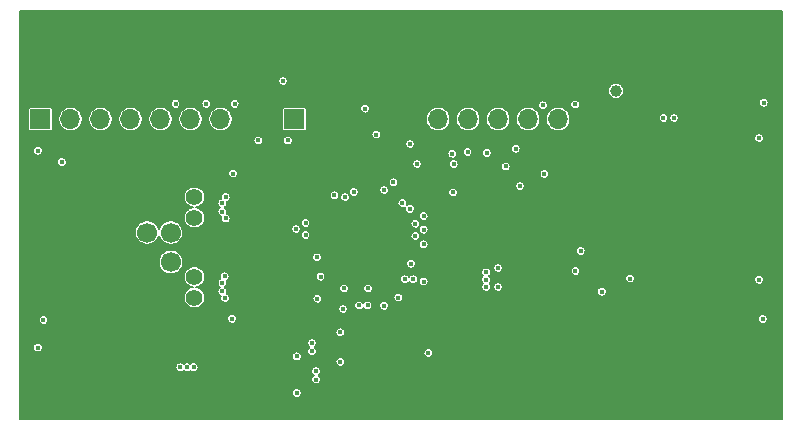
<source format=gbr>
G04 #@! TF.GenerationSoftware,KiCad,Pcbnew,5.1.10-6.fc33*
G04 #@! TF.CreationDate,2021-10-31T18:53:52+00:00*
G04 #@! TF.ProjectId,vl670,766c3637-302e-46b6-9963-61645f706362,rev?*
G04 #@! TF.SameCoordinates,Original*
G04 #@! TF.FileFunction,Copper,L2,Inr*
G04 #@! TF.FilePolarity,Positive*
%FSLAX46Y46*%
G04 Gerber Fmt 4.6, Leading zero omitted, Abs format (unit mm)*
G04 Created by KiCad (PCBNEW 5.1.10-6.fc33) date 2021-10-31 18:53:52*
%MOMM*%
%LPD*%
G01*
G04 APERTURE LIST*
G04 #@! TA.AperFunction,ComponentPad*
%ADD10C,1.400000*%
G04 #@! TD*
G04 #@! TA.AperFunction,ComponentPad*
%ADD11C,3.500000*%
G04 #@! TD*
G04 #@! TA.AperFunction,ComponentPad*
%ADD12C,1.700000*%
G04 #@! TD*
G04 #@! TA.AperFunction,ComponentPad*
%ADD13C,0.800000*%
G04 #@! TD*
G04 #@! TA.AperFunction,ComponentPad*
%ADD14C,5.000000*%
G04 #@! TD*
G04 #@! TA.AperFunction,ComponentPad*
%ADD15O,1.700000X1.700000*%
G04 #@! TD*
G04 #@! TA.AperFunction,ComponentPad*
%ADD16R,1.700000X1.700000*%
G04 #@! TD*
G04 #@! TA.AperFunction,ComponentPad*
%ADD17O,4.000000X1.600000*%
G04 #@! TD*
G04 #@! TA.AperFunction,ViaPad*
%ADD18C,0.450000*%
G04 #@! TD*
G04 #@! TA.AperFunction,ViaPad*
%ADD19C,1.000000*%
G04 #@! TD*
G04 #@! TA.AperFunction,Conductor*
%ADD20C,0.127000*%
G04 #@! TD*
G04 #@! TA.AperFunction,Conductor*
%ADD21C,0.100000*%
G04 #@! TD*
G04 APERTURE END LIST*
D10*
G04 #@! TO.N,/SSRX-*
G04 #@! TO.C,J2*
X187000000Y-125750000D03*
G04 #@! TO.N,/SSRX+*
X187000000Y-127500000D03*
G04 #@! TO.N,/SSTX-*
X187000000Y-119000000D03*
G04 #@! TO.N,/SSTX+*
X187000000Y-120750000D03*
G04 #@! TO.N,GND*
X187000000Y-123250000D03*
D11*
X180290000Y-129270000D03*
X180290000Y-117230000D03*
D12*
G04 #@! TO.N,/D-*
X185000000Y-122000000D03*
G04 #@! TO.N,+5VP*
X185000000Y-124500000D03*
G04 #@! TO.N,GND*
X183000000Y-124500000D03*
G04 #@! TO.N,/D+*
X183000000Y-122000000D03*
G04 #@! TD*
D13*
G04 #@! TO.N,GND*
G04 #@! TO.C,H4*
X235325825Y-133674175D03*
X234000000Y-133125000D03*
X232674175Y-133674175D03*
X232125000Y-135000000D03*
X232674175Y-136325825D03*
X234000000Y-136875000D03*
X235325825Y-136325825D03*
X235875000Y-135000000D03*
D14*
X234000000Y-135000000D03*
G04 #@! TD*
D13*
G04 #@! TO.N,GND*
G04 #@! TO.C,H3*
X235325825Y-104674175D03*
X234000000Y-104125000D03*
X232674175Y-104674175D03*
X232125000Y-106000000D03*
X232674175Y-107325825D03*
X234000000Y-107875000D03*
X235325825Y-107325825D03*
X235875000Y-106000000D03*
D14*
X234000000Y-106000000D03*
G04 #@! TD*
D13*
G04 #@! TO.N,GND*
G04 #@! TO.C,H2*
X176325825Y-133674175D03*
X175000000Y-133125000D03*
X173674175Y-133674175D03*
X173125000Y-135000000D03*
X173674175Y-136325825D03*
X175000000Y-136875000D03*
X176325825Y-136325825D03*
X176875000Y-135000000D03*
D14*
X175000000Y-135000000D03*
G04 #@! TD*
D13*
G04 #@! TO.N,GND*
G04 #@! TO.C,H1*
X176325825Y-104674175D03*
X175000000Y-104125000D03*
X173674175Y-104674175D03*
X173125000Y-106000000D03*
X173674175Y-107325825D03*
X175000000Y-107875000D03*
X176325825Y-107325825D03*
X176875000Y-106000000D03*
D14*
X175000000Y-106000000D03*
G04 #@! TD*
D15*
G04 #@! TO.N,GND*
G04 #@! TO.C,J3*
X191740000Y-112400000D03*
G04 #@! TO.N,Net-(D12-Pad1)*
X189200000Y-112400000D03*
G04 #@! TO.N,Net-(D11-Pad1)*
X186660000Y-112400000D03*
G04 #@! TO.N,Net-(D10-Pad1)*
X184120000Y-112400000D03*
G04 #@! TO.N,Net-(D9-Pad1)*
X181580000Y-112400000D03*
G04 #@! TO.N,Net-(D8-Pad1)*
X179040000Y-112400000D03*
G04 #@! TO.N,Net-(D7-Pad1)*
X176500000Y-112400000D03*
D16*
G04 #@! TO.N,Net-(D19-Pad1)*
X173960000Y-112400000D03*
G04 #@! TD*
D17*
G04 #@! TO.N,GND*
G04 #@! TO.C,J4*
X224815000Y-129290000D03*
X224815000Y-116490000D03*
G04 #@! TD*
D15*
G04 #@! TO.N,GND*
G04 #@! TO.C,J5*
X198000000Y-112400000D03*
D16*
G04 #@! TO.N,+5V*
X195460000Y-112400000D03*
G04 #@! TD*
D15*
G04 #@! TO.N,GND*
G04 #@! TO.C,J1*
X220330000Y-112400000D03*
G04 #@! TO.N,~EXT_RESET*
X217790000Y-112400000D03*
G04 #@! TO.N,/eeprom/ISP_MOSI*
X215250000Y-112400000D03*
G04 #@! TO.N,/eeprom/ISP_MISO*
X212710000Y-112400000D03*
G04 #@! TO.N,/eeprom/~ISP_CS*
X210170000Y-112400000D03*
G04 #@! TO.N,/eeprom/ISP_SCK*
X207630000Y-112400000D03*
D16*
G04 #@! TO.N,GND*
X205090000Y-112400000D03*
G04 #@! TD*
D18*
G04 #@! TO.N,*
X235118000Y-129318000D03*
X173736000Y-115064000D03*
X175768000Y-116032000D03*
X173736000Y-131736000D03*
X235198000Y-110998000D03*
X234800000Y-114000000D03*
X234800000Y-126000000D03*
X174213000Y-129413000D03*
G04 #@! TO.N,GND*
X199650000Y-121300000D03*
X200600000Y-123650000D03*
X200300000Y-124850000D03*
X201300000Y-122750000D03*
X202575000Y-124650000D03*
X203000000Y-121400000D03*
X199700000Y-118160000D03*
X219130000Y-120158000D03*
X219140000Y-127086000D03*
X207887500Y-121512500D03*
X209900000Y-124950000D03*
X198141800Y-120458200D03*
X195400000Y-124079000D03*
X211045000Y-119555000D03*
X210650000Y-117100000D03*
X200700000Y-121400000D03*
X203825000Y-125775000D03*
X206567500Y-125382500D03*
X199600000Y-127400000D03*
X202917500Y-127332500D03*
X195483990Y-125496010D03*
X197160000Y-126400000D03*
X205850000Y-116800000D03*
X212850000Y-123000000D03*
X202429010Y-121800000D03*
X198950000Y-129850000D03*
X216575000Y-118075000D03*
X213800000Y-120500000D03*
X221854300Y-119890000D03*
X221851500Y-122890000D03*
X210375500Y-109121990D03*
X203771500Y-109121990D03*
X216979500Y-109121990D03*
X207073500Y-109121990D03*
X213677500Y-109121990D03*
X177660000Y-110299500D03*
X180263500Y-110299500D03*
X182930500Y-110299500D03*
X185470500Y-110299500D03*
X187947000Y-110299500D03*
X190550500Y-110299500D03*
X215923960Y-123100000D03*
X213650000Y-122050000D03*
X216500000Y-123100000D03*
X202348500Y-109051500D03*
X195900000Y-109156500D03*
X175000000Y-110300000D03*
X189350000Y-117575000D03*
X217850000Y-125000000D03*
X229500000Y-112300000D03*
X216800000Y-127000000D03*
X172500000Y-103500000D03*
X172500000Y-137500000D03*
X236500000Y-137500000D03*
X236500000Y-103500000D03*
X172500000Y-105500000D03*
X172500000Y-107500000D03*
X172500000Y-109500000D03*
X172500000Y-111500000D03*
X172500000Y-113500000D03*
X172500000Y-115500000D03*
X172500000Y-117500000D03*
X172500000Y-119500000D03*
X172500000Y-121500000D03*
X172500000Y-123500000D03*
X172500000Y-125500000D03*
X172500000Y-127500000D03*
X172500000Y-129500000D03*
X172500000Y-131500000D03*
X172500000Y-133500000D03*
X172500000Y-135500000D03*
X174500000Y-137500000D03*
X176500000Y-137500000D03*
X178500000Y-137500000D03*
X180500000Y-137500000D03*
X182500000Y-137500000D03*
X184500000Y-137500000D03*
X186500000Y-137500000D03*
X188500000Y-137500000D03*
X190500000Y-137500000D03*
X192500000Y-137500000D03*
X194500000Y-137500000D03*
X196500000Y-137500000D03*
X198500000Y-137500000D03*
X200500000Y-137500000D03*
X202500000Y-137500000D03*
X204500000Y-137500000D03*
X206500000Y-137500000D03*
X208500000Y-137500000D03*
X210500000Y-137500000D03*
X212500000Y-137500000D03*
X214500000Y-137500000D03*
X216500000Y-137500000D03*
X218500000Y-137500000D03*
X220500000Y-137500000D03*
X222500000Y-137500000D03*
X224500000Y-137500000D03*
X226500000Y-137500000D03*
X228500000Y-137500000D03*
X230500000Y-137500000D03*
X232500000Y-137500000D03*
X234500000Y-137500000D03*
X236500000Y-135500000D03*
X236500000Y-133500000D03*
X236500000Y-131500000D03*
X236500000Y-129500000D03*
X236500000Y-127500000D03*
X236500000Y-125500000D03*
X236500000Y-123500000D03*
X236500000Y-121500000D03*
X236500000Y-119500000D03*
X236500000Y-117500000D03*
X236500000Y-115500000D03*
X236500000Y-113500000D03*
X236500000Y-111500000D03*
X236500000Y-109500000D03*
X236500000Y-107500000D03*
X236500000Y-105500000D03*
X234500000Y-103500000D03*
X232500000Y-103500000D03*
X230500000Y-103500000D03*
X228500000Y-103500000D03*
X226500000Y-103500000D03*
X224500000Y-103500000D03*
X222500000Y-103500000D03*
X220500000Y-103500000D03*
X218500000Y-103500000D03*
X216500000Y-103500000D03*
X214500000Y-103500000D03*
X212500000Y-103500000D03*
X210500000Y-103500000D03*
X208500000Y-103500000D03*
X206500000Y-103500000D03*
X204500000Y-103500000D03*
X202500000Y-103500000D03*
X200500000Y-103500000D03*
X198500000Y-103500000D03*
X196500000Y-103500000D03*
X194500000Y-103500000D03*
X192500000Y-103500000D03*
X190500000Y-103500000D03*
X188500000Y-103500000D03*
X186500000Y-103500000D03*
X184500000Y-103500000D03*
X182500000Y-103500000D03*
X180500000Y-103500000D03*
X178500000Y-103500000D03*
X176500000Y-103500000D03*
X174500000Y-103500000D03*
X184000000Y-131800000D03*
X191100000Y-118850000D03*
X191100000Y-120900000D03*
X189150000Y-123250000D03*
X191060000Y-125540000D03*
X191060000Y-127587500D03*
X197400000Y-133100000D03*
X197400000Y-135050000D03*
X197300000Y-130850000D03*
X197300000Y-132550000D03*
G04 #@! TO.N,+3V3*
X206400000Y-126150000D03*
X205320000Y-124640000D03*
X205232000Y-119989600D03*
X200490000Y-118570000D03*
X196400000Y-122200000D03*
X201450000Y-111506000D03*
X197367770Y-124092113D03*
X204250000Y-127500000D03*
X199582500Y-128467500D03*
X203050000Y-128200000D03*
X210125000Y-115175000D03*
X214200000Y-114900000D03*
X216612500Y-117037500D03*
X205250000Y-114500000D03*
X226700000Y-112300000D03*
X190180000Y-129300000D03*
X189650000Y-119000000D03*
X189650000Y-120800000D03*
X189582500Y-127550000D03*
X189550000Y-125700000D03*
X195665000Y-135585000D03*
X195665000Y-132485000D03*
X199350000Y-130450000D03*
X199350000Y-132950000D03*
G04 #@! TO.N,+1V5*
X197675500Y-125730000D03*
X199650000Y-126733200D03*
X201691800Y-126733200D03*
X198850000Y-118850000D03*
G04 #@! TO.N,+1V2*
X206400000Y-123000000D03*
X199740000Y-119000000D03*
X206800000Y-132200000D03*
G04 #@! TO.N,+5V*
X194494000Y-109156500D03*
X196400000Y-121200000D03*
D19*
X222700000Y-110000000D03*
D18*
X211700000Y-126600000D03*
X212700000Y-126600000D03*
X211700000Y-126000000D03*
X212700000Y-125000000D03*
X211700000Y-125362500D03*
G04 #@! TO.N,Net-(D2-Pad2)*
X190250000Y-117000000D03*
G04 #@! TO.N,/eeprom/ISP_MOSI*
X208950000Y-116200000D03*
X216500000Y-111220000D03*
G04 #@! TO.N,/eeprom/ISP_SCK*
X213350000Y-116400000D03*
G04 #@! TO.N,Net-(R5-Pad1)*
X197400000Y-127600000D03*
G04 #@! TO.N,Net-(R6-Pad1)*
X205700000Y-121250000D03*
G04 #@! TO.N,Net-(R7-Pad1)*
X206400000Y-121750000D03*
G04 #@! TO.N,Net-(R8-Pad1)*
X205700000Y-122300000D03*
G04 #@! TO.N,Net-(R10-Pad2)*
X208900000Y-118600000D03*
X214550000Y-118050000D03*
G04 #@! TO.N,/eeprom/~ISP_CS*
X211750000Y-115250000D03*
G04 #@! TO.N,+5V_SW*
X221488000Y-127000000D03*
X223868000Y-125890000D03*
X219250000Y-125250000D03*
G04 #@! TO.N,Net-(D7-Pad1)*
X204600000Y-119500000D03*
G04 #@! TO.N,Net-(D8-Pad1)*
X203050000Y-118400000D03*
G04 #@! TO.N,Net-(D9-Pad1)*
X203849982Y-117750000D03*
G04 #@! TO.N,Net-(D10-Pad1)*
X185400000Y-111100000D03*
G04 #@! TO.N,Net-(D11-Pad1)*
X188000000Y-111100000D03*
G04 #@! TO.N,Net-(D12-Pad1)*
X190400000Y-111100000D03*
X194900000Y-114200000D03*
X192400000Y-114200000D03*
G04 #@! TO.N,+5VP*
X185797500Y-133402500D03*
X186375000Y-133400000D03*
X186925000Y-133400000D03*
G04 #@! TO.N,~EXT_RESET*
X202400000Y-113700000D03*
X206400000Y-120600000D03*
X205850000Y-116200000D03*
X208822222Y-115327778D03*
X219233500Y-111156500D03*
G04 #@! TO.N,Net-(D19-Pad1)*
X195600000Y-121700000D03*
G04 #@! TO.N,Net-(D20-Pad1)*
X219700000Y-123550000D03*
X227600000Y-112300000D03*
G04 #@! TO.N,/SSRX-*
X201655104Y-128169290D03*
G04 #@! TO.N,/SSTX-*
X189350712Y-119520104D03*
G04 #@! TO.N,/SSRX-*
X196950710Y-132055104D03*
G04 #@! TO.N,/SSRX+*
X200945104Y-128169288D03*
X196950712Y-131345104D03*
G04 #@! TO.N,/SSTX+*
X189350710Y-120230104D03*
G04 #@! TO.N,/SSRX-*
X189350712Y-126265104D03*
G04 #@! TO.N,/SSRX+*
X189350710Y-126975104D03*
G04 #@! TO.N,/D_DC-*
X204809159Y-125950000D03*
X197300000Y-133730841D03*
G04 #@! TO.N,/D_DC+*
X205519159Y-125950000D03*
X197300000Y-134440841D03*
G04 #@! TD*
D20*
G04 #@! TO.N,GND*
X236784501Y-137784500D02*
X172215500Y-137784500D01*
X172215500Y-135544077D01*
X195249500Y-135544077D01*
X195249500Y-135625923D01*
X195265468Y-135706197D01*
X195296789Y-135781813D01*
X195342260Y-135849866D01*
X195400134Y-135907740D01*
X195468187Y-135953211D01*
X195543803Y-135984532D01*
X195624077Y-136000500D01*
X195705923Y-136000500D01*
X195786197Y-135984532D01*
X195861813Y-135953211D01*
X195929866Y-135907740D01*
X195987740Y-135849866D01*
X196033211Y-135781813D01*
X196064532Y-135706197D01*
X196080500Y-135625923D01*
X196080500Y-135544077D01*
X196064532Y-135463803D01*
X196033211Y-135388187D01*
X195987740Y-135320134D01*
X195929866Y-135262260D01*
X195861813Y-135216789D01*
X195786197Y-135185468D01*
X195705923Y-135169500D01*
X195624077Y-135169500D01*
X195543803Y-135185468D01*
X195468187Y-135216789D01*
X195400134Y-135262260D01*
X195342260Y-135320134D01*
X195296789Y-135388187D01*
X195265468Y-135463803D01*
X195249500Y-135544077D01*
X172215500Y-135544077D01*
X172215500Y-133361577D01*
X185382000Y-133361577D01*
X185382000Y-133443423D01*
X185397968Y-133523697D01*
X185429289Y-133599313D01*
X185474760Y-133667366D01*
X185532634Y-133725240D01*
X185600687Y-133770711D01*
X185676303Y-133802032D01*
X185756577Y-133818000D01*
X185838423Y-133818000D01*
X185918697Y-133802032D01*
X185994313Y-133770711D01*
X186062366Y-133725240D01*
X186087500Y-133700106D01*
X186110134Y-133722740D01*
X186178187Y-133768211D01*
X186253803Y-133799532D01*
X186334077Y-133815500D01*
X186415923Y-133815500D01*
X186496197Y-133799532D01*
X186571813Y-133768211D01*
X186639866Y-133722740D01*
X186650000Y-133712606D01*
X186660134Y-133722740D01*
X186728187Y-133768211D01*
X186803803Y-133799532D01*
X186884077Y-133815500D01*
X186965923Y-133815500D01*
X187046197Y-133799532D01*
X187121813Y-133768211D01*
X187189866Y-133722740D01*
X187222688Y-133689918D01*
X196884500Y-133689918D01*
X196884500Y-133771764D01*
X196900468Y-133852038D01*
X196931789Y-133927654D01*
X196977260Y-133995707D01*
X197035134Y-134053581D01*
X197083415Y-134085841D01*
X197035134Y-134118101D01*
X196977260Y-134175975D01*
X196931789Y-134244028D01*
X196900468Y-134319644D01*
X196884500Y-134399918D01*
X196884500Y-134481764D01*
X196900468Y-134562038D01*
X196931789Y-134637654D01*
X196977260Y-134705707D01*
X197035134Y-134763581D01*
X197103187Y-134809052D01*
X197178803Y-134840373D01*
X197259077Y-134856341D01*
X197340923Y-134856341D01*
X197421197Y-134840373D01*
X197496813Y-134809052D01*
X197564866Y-134763581D01*
X197622740Y-134705707D01*
X197668211Y-134637654D01*
X197699532Y-134562038D01*
X197715500Y-134481764D01*
X197715500Y-134399918D01*
X197699532Y-134319644D01*
X197668211Y-134244028D01*
X197622740Y-134175975D01*
X197564866Y-134118101D01*
X197516585Y-134085841D01*
X197564866Y-134053581D01*
X197622740Y-133995707D01*
X197668211Y-133927654D01*
X197699532Y-133852038D01*
X197715500Y-133771764D01*
X197715500Y-133689918D01*
X197699532Y-133609644D01*
X197668211Y-133534028D01*
X197622740Y-133465975D01*
X197564866Y-133408101D01*
X197496813Y-133362630D01*
X197421197Y-133331309D01*
X197340923Y-133315341D01*
X197259077Y-133315341D01*
X197178803Y-133331309D01*
X197103187Y-133362630D01*
X197035134Y-133408101D01*
X196977260Y-133465975D01*
X196931789Y-133534028D01*
X196900468Y-133609644D01*
X196884500Y-133689918D01*
X187222688Y-133689918D01*
X187247740Y-133664866D01*
X187293211Y-133596813D01*
X187324532Y-133521197D01*
X187340500Y-133440923D01*
X187340500Y-133359077D01*
X187324532Y-133278803D01*
X187293211Y-133203187D01*
X187247740Y-133135134D01*
X187189866Y-133077260D01*
X187121813Y-133031789D01*
X187046197Y-133000468D01*
X186965923Y-132984500D01*
X186884077Y-132984500D01*
X186803803Y-133000468D01*
X186728187Y-133031789D01*
X186660134Y-133077260D01*
X186650000Y-133087394D01*
X186639866Y-133077260D01*
X186571813Y-133031789D01*
X186496197Y-133000468D01*
X186415923Y-132984500D01*
X186334077Y-132984500D01*
X186253803Y-133000468D01*
X186178187Y-133031789D01*
X186110134Y-133077260D01*
X186085000Y-133102394D01*
X186062366Y-133079760D01*
X185994313Y-133034289D01*
X185918697Y-133002968D01*
X185838423Y-132987000D01*
X185756577Y-132987000D01*
X185676303Y-133002968D01*
X185600687Y-133034289D01*
X185532634Y-133079760D01*
X185474760Y-133137634D01*
X185429289Y-133205687D01*
X185397968Y-133281303D01*
X185382000Y-133361577D01*
X172215500Y-133361577D01*
X172215500Y-132909077D01*
X198934500Y-132909077D01*
X198934500Y-132990923D01*
X198950468Y-133071197D01*
X198981789Y-133146813D01*
X199027260Y-133214866D01*
X199085134Y-133272740D01*
X199153187Y-133318211D01*
X199228803Y-133349532D01*
X199309077Y-133365500D01*
X199390923Y-133365500D01*
X199471197Y-133349532D01*
X199546813Y-133318211D01*
X199614866Y-133272740D01*
X199672740Y-133214866D01*
X199718211Y-133146813D01*
X199749532Y-133071197D01*
X199765500Y-132990923D01*
X199765500Y-132909077D01*
X199749532Y-132828803D01*
X199718211Y-132753187D01*
X199672740Y-132685134D01*
X199614866Y-132627260D01*
X199546813Y-132581789D01*
X199471197Y-132550468D01*
X199390923Y-132534500D01*
X199309077Y-132534500D01*
X199228803Y-132550468D01*
X199153187Y-132581789D01*
X199085134Y-132627260D01*
X199027260Y-132685134D01*
X198981789Y-132753187D01*
X198950468Y-132828803D01*
X198934500Y-132909077D01*
X172215500Y-132909077D01*
X172215500Y-132444077D01*
X195249500Y-132444077D01*
X195249500Y-132525923D01*
X195265468Y-132606197D01*
X195296789Y-132681813D01*
X195342260Y-132749866D01*
X195400134Y-132807740D01*
X195468187Y-132853211D01*
X195543803Y-132884532D01*
X195624077Y-132900500D01*
X195705923Y-132900500D01*
X195786197Y-132884532D01*
X195861813Y-132853211D01*
X195929866Y-132807740D01*
X195987740Y-132749866D01*
X196033211Y-132681813D01*
X196064532Y-132606197D01*
X196080500Y-132525923D01*
X196080500Y-132444077D01*
X196064532Y-132363803D01*
X196033211Y-132288187D01*
X195987740Y-132220134D01*
X195929866Y-132162260D01*
X195861813Y-132116789D01*
X195786197Y-132085468D01*
X195705923Y-132069500D01*
X195624077Y-132069500D01*
X195543803Y-132085468D01*
X195468187Y-132116789D01*
X195400134Y-132162260D01*
X195342260Y-132220134D01*
X195296789Y-132288187D01*
X195265468Y-132363803D01*
X195249500Y-132444077D01*
X172215500Y-132444077D01*
X172215500Y-131695077D01*
X173320500Y-131695077D01*
X173320500Y-131776923D01*
X173336468Y-131857197D01*
X173367789Y-131932813D01*
X173413260Y-132000866D01*
X173471134Y-132058740D01*
X173539187Y-132104211D01*
X173614803Y-132135532D01*
X173695077Y-132151500D01*
X173776923Y-132151500D01*
X173857197Y-132135532D01*
X173932813Y-132104211D01*
X174000866Y-132058740D01*
X174045425Y-132014181D01*
X196535210Y-132014181D01*
X196535210Y-132096027D01*
X196551178Y-132176301D01*
X196582499Y-132251917D01*
X196627970Y-132319970D01*
X196685844Y-132377844D01*
X196753897Y-132423315D01*
X196829513Y-132454636D01*
X196909787Y-132470604D01*
X196991633Y-132470604D01*
X197071907Y-132454636D01*
X197147523Y-132423315D01*
X197215576Y-132377844D01*
X197273450Y-132319970D01*
X197318921Y-132251917D01*
X197350242Y-132176301D01*
X197353668Y-132159077D01*
X206384500Y-132159077D01*
X206384500Y-132240923D01*
X206400468Y-132321197D01*
X206431789Y-132396813D01*
X206477260Y-132464866D01*
X206535134Y-132522740D01*
X206603187Y-132568211D01*
X206678803Y-132599532D01*
X206759077Y-132615500D01*
X206840923Y-132615500D01*
X206921197Y-132599532D01*
X206996813Y-132568211D01*
X207064866Y-132522740D01*
X207122740Y-132464866D01*
X207168211Y-132396813D01*
X207199532Y-132321197D01*
X207215500Y-132240923D01*
X207215500Y-132159077D01*
X207199532Y-132078803D01*
X207168211Y-132003187D01*
X207122740Y-131935134D01*
X207064866Y-131877260D01*
X206996813Y-131831789D01*
X206921197Y-131800468D01*
X206840923Y-131784500D01*
X206759077Y-131784500D01*
X206678803Y-131800468D01*
X206603187Y-131831789D01*
X206535134Y-131877260D01*
X206477260Y-131935134D01*
X206431789Y-132003187D01*
X206400468Y-132078803D01*
X206384500Y-132159077D01*
X197353668Y-132159077D01*
X197366210Y-132096027D01*
X197366210Y-132014181D01*
X197350242Y-131933907D01*
X197318921Y-131858291D01*
X197273450Y-131790238D01*
X197215576Y-131732364D01*
X197167296Y-131700105D01*
X197215578Y-131667844D01*
X197273452Y-131609970D01*
X197318923Y-131541917D01*
X197350244Y-131466301D01*
X197366212Y-131386027D01*
X197366212Y-131304181D01*
X197350244Y-131223907D01*
X197318923Y-131148291D01*
X197273452Y-131080238D01*
X197215578Y-131022364D01*
X197147525Y-130976893D01*
X197071909Y-130945572D01*
X196991635Y-130929604D01*
X196909789Y-130929604D01*
X196829515Y-130945572D01*
X196753899Y-130976893D01*
X196685846Y-131022364D01*
X196627972Y-131080238D01*
X196582501Y-131148291D01*
X196551180Y-131223907D01*
X196535212Y-131304181D01*
X196535212Y-131386027D01*
X196551180Y-131466301D01*
X196582501Y-131541917D01*
X196627972Y-131609970D01*
X196685846Y-131667844D01*
X196734126Y-131700103D01*
X196685844Y-131732364D01*
X196627970Y-131790238D01*
X196582499Y-131858291D01*
X196551178Y-131933907D01*
X196535210Y-132014181D01*
X174045425Y-132014181D01*
X174058740Y-132000866D01*
X174104211Y-131932813D01*
X174135532Y-131857197D01*
X174151500Y-131776923D01*
X174151500Y-131695077D01*
X174135532Y-131614803D01*
X174104211Y-131539187D01*
X174058740Y-131471134D01*
X174000866Y-131413260D01*
X173932813Y-131367789D01*
X173857197Y-131336468D01*
X173776923Y-131320500D01*
X173695077Y-131320500D01*
X173614803Y-131336468D01*
X173539187Y-131367789D01*
X173471134Y-131413260D01*
X173413260Y-131471134D01*
X173367789Y-131539187D01*
X173336468Y-131614803D01*
X173320500Y-131695077D01*
X172215500Y-131695077D01*
X172215500Y-130409077D01*
X198934500Y-130409077D01*
X198934500Y-130490923D01*
X198950468Y-130571197D01*
X198981789Y-130646813D01*
X199027260Y-130714866D01*
X199085134Y-130772740D01*
X199153187Y-130818211D01*
X199228803Y-130849532D01*
X199309077Y-130865500D01*
X199390923Y-130865500D01*
X199471197Y-130849532D01*
X199546813Y-130818211D01*
X199614866Y-130772740D01*
X199672740Y-130714866D01*
X199718211Y-130646813D01*
X199749532Y-130571197D01*
X199765500Y-130490923D01*
X199765500Y-130409077D01*
X199749532Y-130328803D01*
X199718211Y-130253187D01*
X199672740Y-130185134D01*
X199614866Y-130127260D01*
X199546813Y-130081789D01*
X199471197Y-130050468D01*
X199390923Y-130034500D01*
X199309077Y-130034500D01*
X199228803Y-130050468D01*
X199153187Y-130081789D01*
X199085134Y-130127260D01*
X199027260Y-130185134D01*
X198981789Y-130253187D01*
X198950468Y-130328803D01*
X198934500Y-130409077D01*
X172215500Y-130409077D01*
X172215500Y-129372077D01*
X173797500Y-129372077D01*
X173797500Y-129453923D01*
X173813468Y-129534197D01*
X173844789Y-129609813D01*
X173890260Y-129677866D01*
X173948134Y-129735740D01*
X174016187Y-129781211D01*
X174091803Y-129812532D01*
X174172077Y-129828500D01*
X174253923Y-129828500D01*
X174334197Y-129812532D01*
X174409813Y-129781211D01*
X174477866Y-129735740D01*
X174535740Y-129677866D01*
X174581211Y-129609813D01*
X174612532Y-129534197D01*
X174628500Y-129453923D01*
X174628500Y-129372077D01*
X174612532Y-129291803D01*
X174598977Y-129259077D01*
X189764500Y-129259077D01*
X189764500Y-129340923D01*
X189780468Y-129421197D01*
X189811789Y-129496813D01*
X189857260Y-129564866D01*
X189915134Y-129622740D01*
X189983187Y-129668211D01*
X190058803Y-129699532D01*
X190139077Y-129715500D01*
X190220923Y-129715500D01*
X190301197Y-129699532D01*
X190376813Y-129668211D01*
X190444866Y-129622740D01*
X190502740Y-129564866D01*
X190548211Y-129496813D01*
X190579532Y-129421197D01*
X190595500Y-129340923D01*
X190595500Y-129277077D01*
X234702500Y-129277077D01*
X234702500Y-129358923D01*
X234718468Y-129439197D01*
X234749789Y-129514813D01*
X234795260Y-129582866D01*
X234853134Y-129640740D01*
X234921187Y-129686211D01*
X234996803Y-129717532D01*
X235077077Y-129733500D01*
X235158923Y-129733500D01*
X235239197Y-129717532D01*
X235314813Y-129686211D01*
X235382866Y-129640740D01*
X235440740Y-129582866D01*
X235486211Y-129514813D01*
X235517532Y-129439197D01*
X235533500Y-129358923D01*
X235533500Y-129277077D01*
X235517532Y-129196803D01*
X235486211Y-129121187D01*
X235440740Y-129053134D01*
X235382866Y-128995260D01*
X235314813Y-128949789D01*
X235239197Y-128918468D01*
X235158923Y-128902500D01*
X235077077Y-128902500D01*
X234996803Y-128918468D01*
X234921187Y-128949789D01*
X234853134Y-128995260D01*
X234795260Y-129053134D01*
X234749789Y-129121187D01*
X234718468Y-129196803D01*
X234702500Y-129277077D01*
X190595500Y-129277077D01*
X190595500Y-129259077D01*
X190579532Y-129178803D01*
X190548211Y-129103187D01*
X190502740Y-129035134D01*
X190444866Y-128977260D01*
X190376813Y-128931789D01*
X190301197Y-128900468D01*
X190220923Y-128884500D01*
X190139077Y-128884500D01*
X190058803Y-128900468D01*
X189983187Y-128931789D01*
X189915134Y-128977260D01*
X189857260Y-129035134D01*
X189811789Y-129103187D01*
X189780468Y-129178803D01*
X189764500Y-129259077D01*
X174598977Y-129259077D01*
X174581211Y-129216187D01*
X174535740Y-129148134D01*
X174477866Y-129090260D01*
X174409813Y-129044789D01*
X174334197Y-129013468D01*
X174253923Y-128997500D01*
X174172077Y-128997500D01*
X174091803Y-129013468D01*
X174016187Y-129044789D01*
X173948134Y-129090260D01*
X173890260Y-129148134D01*
X173844789Y-129216187D01*
X173813468Y-129291803D01*
X173797500Y-129372077D01*
X172215500Y-129372077D01*
X172215500Y-128426577D01*
X199167000Y-128426577D01*
X199167000Y-128508423D01*
X199182968Y-128588697D01*
X199214289Y-128664313D01*
X199259760Y-128732366D01*
X199317634Y-128790240D01*
X199385687Y-128835711D01*
X199461303Y-128867032D01*
X199541577Y-128883000D01*
X199623423Y-128883000D01*
X199703697Y-128867032D01*
X199779313Y-128835711D01*
X199847366Y-128790240D01*
X199905240Y-128732366D01*
X199950711Y-128664313D01*
X199982032Y-128588697D01*
X199998000Y-128508423D01*
X199998000Y-128426577D01*
X199982032Y-128346303D01*
X199950711Y-128270687D01*
X199905240Y-128202634D01*
X199847366Y-128144760D01*
X199822829Y-128128365D01*
X200529604Y-128128365D01*
X200529604Y-128210211D01*
X200545572Y-128290485D01*
X200576893Y-128366101D01*
X200622364Y-128434154D01*
X200680238Y-128492028D01*
X200748291Y-128537499D01*
X200823907Y-128568820D01*
X200904181Y-128584788D01*
X200986027Y-128584788D01*
X201066301Y-128568820D01*
X201141917Y-128537499D01*
X201209970Y-128492028D01*
X201267844Y-128434154D01*
X201300103Y-128385874D01*
X201332364Y-128434156D01*
X201390238Y-128492030D01*
X201458291Y-128537501D01*
X201533907Y-128568822D01*
X201614181Y-128584790D01*
X201696027Y-128584790D01*
X201776301Y-128568822D01*
X201851917Y-128537501D01*
X201919970Y-128492030D01*
X201977844Y-128434156D01*
X202023315Y-128366103D01*
X202054636Y-128290487D01*
X202070604Y-128210213D01*
X202070604Y-128159077D01*
X202634500Y-128159077D01*
X202634500Y-128240923D01*
X202650468Y-128321197D01*
X202681789Y-128396813D01*
X202727260Y-128464866D01*
X202785134Y-128522740D01*
X202853187Y-128568211D01*
X202928803Y-128599532D01*
X203009077Y-128615500D01*
X203090923Y-128615500D01*
X203171197Y-128599532D01*
X203246813Y-128568211D01*
X203314866Y-128522740D01*
X203372740Y-128464866D01*
X203418211Y-128396813D01*
X203449532Y-128321197D01*
X203465500Y-128240923D01*
X203465500Y-128159077D01*
X203449532Y-128078803D01*
X203418211Y-128003187D01*
X203372740Y-127935134D01*
X203314866Y-127877260D01*
X203246813Y-127831789D01*
X203171197Y-127800468D01*
X203090923Y-127784500D01*
X203009077Y-127784500D01*
X202928803Y-127800468D01*
X202853187Y-127831789D01*
X202785134Y-127877260D01*
X202727260Y-127935134D01*
X202681789Y-128003187D01*
X202650468Y-128078803D01*
X202634500Y-128159077D01*
X202070604Y-128159077D01*
X202070604Y-128128367D01*
X202054636Y-128048093D01*
X202023315Y-127972477D01*
X201977844Y-127904424D01*
X201919970Y-127846550D01*
X201851917Y-127801079D01*
X201776301Y-127769758D01*
X201696027Y-127753790D01*
X201614181Y-127753790D01*
X201533907Y-127769758D01*
X201458291Y-127801079D01*
X201390238Y-127846550D01*
X201332364Y-127904424D01*
X201300105Y-127952704D01*
X201267844Y-127904422D01*
X201209970Y-127846548D01*
X201141917Y-127801077D01*
X201066301Y-127769756D01*
X200986027Y-127753788D01*
X200904181Y-127753788D01*
X200823907Y-127769756D01*
X200748291Y-127801077D01*
X200680238Y-127846548D01*
X200622364Y-127904422D01*
X200576893Y-127972475D01*
X200545572Y-128048091D01*
X200529604Y-128128365D01*
X199822829Y-128128365D01*
X199779313Y-128099289D01*
X199703697Y-128067968D01*
X199623423Y-128052000D01*
X199541577Y-128052000D01*
X199461303Y-128067968D01*
X199385687Y-128099289D01*
X199317634Y-128144760D01*
X199259760Y-128202634D01*
X199214289Y-128270687D01*
X199182968Y-128346303D01*
X199167000Y-128426577D01*
X172215500Y-128426577D01*
X172215500Y-125662293D01*
X186109500Y-125662293D01*
X186109500Y-125837707D01*
X186143721Y-126009749D01*
X186210849Y-126171810D01*
X186308303Y-126317661D01*
X186432339Y-126441697D01*
X186578190Y-126539151D01*
X186740251Y-126606279D01*
X186834369Y-126625000D01*
X186740251Y-126643721D01*
X186578190Y-126710849D01*
X186432339Y-126808303D01*
X186308303Y-126932339D01*
X186210849Y-127078190D01*
X186143721Y-127240251D01*
X186109500Y-127412293D01*
X186109500Y-127587707D01*
X186143721Y-127759749D01*
X186210849Y-127921810D01*
X186308303Y-128067661D01*
X186432339Y-128191697D01*
X186578190Y-128289151D01*
X186740251Y-128356279D01*
X186912293Y-128390500D01*
X187087707Y-128390500D01*
X187259749Y-128356279D01*
X187421810Y-128289151D01*
X187567661Y-128191697D01*
X187691697Y-128067661D01*
X187789151Y-127921810D01*
X187856279Y-127759749D01*
X187890500Y-127587707D01*
X187890500Y-127412293D01*
X187856279Y-127240251D01*
X187789151Y-127078190D01*
X187692928Y-126934181D01*
X188935210Y-126934181D01*
X188935210Y-127016027D01*
X188951178Y-127096301D01*
X188982499Y-127171917D01*
X189027970Y-127239970D01*
X189085844Y-127297844D01*
X189153897Y-127343315D01*
X189208935Y-127366112D01*
X189182968Y-127428803D01*
X189167000Y-127509077D01*
X189167000Y-127590923D01*
X189182968Y-127671197D01*
X189214289Y-127746813D01*
X189259760Y-127814866D01*
X189317634Y-127872740D01*
X189385687Y-127918211D01*
X189461303Y-127949532D01*
X189541577Y-127965500D01*
X189623423Y-127965500D01*
X189703697Y-127949532D01*
X189779313Y-127918211D01*
X189847366Y-127872740D01*
X189905240Y-127814866D01*
X189950711Y-127746813D01*
X189982032Y-127671197D01*
X189998000Y-127590923D01*
X189998000Y-127559077D01*
X196984500Y-127559077D01*
X196984500Y-127640923D01*
X197000468Y-127721197D01*
X197031789Y-127796813D01*
X197077260Y-127864866D01*
X197135134Y-127922740D01*
X197203187Y-127968211D01*
X197278803Y-127999532D01*
X197359077Y-128015500D01*
X197440923Y-128015500D01*
X197521197Y-127999532D01*
X197596813Y-127968211D01*
X197664866Y-127922740D01*
X197722740Y-127864866D01*
X197768211Y-127796813D01*
X197799532Y-127721197D01*
X197815500Y-127640923D01*
X197815500Y-127559077D01*
X197799532Y-127478803D01*
X197791362Y-127459077D01*
X203834500Y-127459077D01*
X203834500Y-127540923D01*
X203850468Y-127621197D01*
X203881789Y-127696813D01*
X203927260Y-127764866D01*
X203985134Y-127822740D01*
X204053187Y-127868211D01*
X204128803Y-127899532D01*
X204209077Y-127915500D01*
X204290923Y-127915500D01*
X204371197Y-127899532D01*
X204446813Y-127868211D01*
X204514866Y-127822740D01*
X204572740Y-127764866D01*
X204618211Y-127696813D01*
X204649532Y-127621197D01*
X204665500Y-127540923D01*
X204665500Y-127459077D01*
X204649532Y-127378803D01*
X204618211Y-127303187D01*
X204572740Y-127235134D01*
X204514866Y-127177260D01*
X204446813Y-127131789D01*
X204371197Y-127100468D01*
X204290923Y-127084500D01*
X204209077Y-127084500D01*
X204128803Y-127100468D01*
X204053187Y-127131789D01*
X203985134Y-127177260D01*
X203927260Y-127235134D01*
X203881789Y-127303187D01*
X203850468Y-127378803D01*
X203834500Y-127459077D01*
X197791362Y-127459077D01*
X197768211Y-127403187D01*
X197722740Y-127335134D01*
X197664866Y-127277260D01*
X197596813Y-127231789D01*
X197521197Y-127200468D01*
X197440923Y-127184500D01*
X197359077Y-127184500D01*
X197278803Y-127200468D01*
X197203187Y-127231789D01*
X197135134Y-127277260D01*
X197077260Y-127335134D01*
X197031789Y-127403187D01*
X197000468Y-127478803D01*
X196984500Y-127559077D01*
X189998000Y-127559077D01*
X189998000Y-127509077D01*
X189982032Y-127428803D01*
X189950711Y-127353187D01*
X189905240Y-127285134D01*
X189847366Y-127227260D01*
X189779313Y-127181789D01*
X189724275Y-127158992D01*
X189750242Y-127096301D01*
X189766210Y-127016027D01*
X189766210Y-126934181D01*
X189750242Y-126853907D01*
X189718921Y-126778291D01*
X189673450Y-126710238D01*
X189655489Y-126692277D01*
X199234500Y-126692277D01*
X199234500Y-126774123D01*
X199250468Y-126854397D01*
X199281789Y-126930013D01*
X199327260Y-126998066D01*
X199385134Y-127055940D01*
X199453187Y-127101411D01*
X199528803Y-127132732D01*
X199609077Y-127148700D01*
X199690923Y-127148700D01*
X199771197Y-127132732D01*
X199846813Y-127101411D01*
X199914866Y-127055940D01*
X199972740Y-126998066D01*
X200018211Y-126930013D01*
X200049532Y-126854397D01*
X200065500Y-126774123D01*
X200065500Y-126692277D01*
X201276300Y-126692277D01*
X201276300Y-126774123D01*
X201292268Y-126854397D01*
X201323589Y-126930013D01*
X201369060Y-126998066D01*
X201426934Y-127055940D01*
X201494987Y-127101411D01*
X201570603Y-127132732D01*
X201650877Y-127148700D01*
X201732723Y-127148700D01*
X201812997Y-127132732D01*
X201888613Y-127101411D01*
X201956666Y-127055940D01*
X202014540Y-126998066D01*
X202060011Y-126930013D01*
X202091332Y-126854397D01*
X202107300Y-126774123D01*
X202107300Y-126692277D01*
X202091332Y-126612003D01*
X202060011Y-126536387D01*
X202014540Y-126468334D01*
X201956666Y-126410460D01*
X201888613Y-126364989D01*
X201812997Y-126333668D01*
X201732723Y-126317700D01*
X201650877Y-126317700D01*
X201570603Y-126333668D01*
X201494987Y-126364989D01*
X201426934Y-126410460D01*
X201369060Y-126468334D01*
X201323589Y-126536387D01*
X201292268Y-126612003D01*
X201276300Y-126692277D01*
X200065500Y-126692277D01*
X200049532Y-126612003D01*
X200018211Y-126536387D01*
X199972740Y-126468334D01*
X199914866Y-126410460D01*
X199846813Y-126364989D01*
X199771197Y-126333668D01*
X199690923Y-126317700D01*
X199609077Y-126317700D01*
X199528803Y-126333668D01*
X199453187Y-126364989D01*
X199385134Y-126410460D01*
X199327260Y-126468334D01*
X199281789Y-126536387D01*
X199250468Y-126612003D01*
X199234500Y-126692277D01*
X189655489Y-126692277D01*
X189615576Y-126652364D01*
X189567296Y-126620105D01*
X189615578Y-126587844D01*
X189673452Y-126529970D01*
X189718923Y-126461917D01*
X189750244Y-126386301D01*
X189766212Y-126306027D01*
X189766212Y-126224181D01*
X189750244Y-126143907D01*
X189722979Y-126078083D01*
X189746813Y-126068211D01*
X189814866Y-126022740D01*
X189872740Y-125964866D01*
X189918211Y-125896813D01*
X189949532Y-125821197D01*
X189965500Y-125740923D01*
X189965500Y-125689077D01*
X197260000Y-125689077D01*
X197260000Y-125770923D01*
X197275968Y-125851197D01*
X197307289Y-125926813D01*
X197352760Y-125994866D01*
X197410634Y-126052740D01*
X197478687Y-126098211D01*
X197554303Y-126129532D01*
X197634577Y-126145500D01*
X197716423Y-126145500D01*
X197796697Y-126129532D01*
X197872313Y-126098211D01*
X197940366Y-126052740D01*
X197998240Y-125994866D01*
X198043711Y-125926813D01*
X198051057Y-125909077D01*
X204393659Y-125909077D01*
X204393659Y-125990923D01*
X204409627Y-126071197D01*
X204440948Y-126146813D01*
X204486419Y-126214866D01*
X204544293Y-126272740D01*
X204612346Y-126318211D01*
X204687962Y-126349532D01*
X204768236Y-126365500D01*
X204850082Y-126365500D01*
X204930356Y-126349532D01*
X205005972Y-126318211D01*
X205074025Y-126272740D01*
X205131899Y-126214866D01*
X205164159Y-126166585D01*
X205196419Y-126214866D01*
X205254293Y-126272740D01*
X205322346Y-126318211D01*
X205397962Y-126349532D01*
X205478236Y-126365500D01*
X205560082Y-126365500D01*
X205640356Y-126349532D01*
X205715972Y-126318211D01*
X205784025Y-126272740D01*
X205841899Y-126214866D01*
X205887370Y-126146813D01*
X205903000Y-126109077D01*
X205984500Y-126109077D01*
X205984500Y-126190923D01*
X206000468Y-126271197D01*
X206031789Y-126346813D01*
X206077260Y-126414866D01*
X206135134Y-126472740D01*
X206203187Y-126518211D01*
X206278803Y-126549532D01*
X206359077Y-126565500D01*
X206440923Y-126565500D01*
X206521197Y-126549532D01*
X206596813Y-126518211D01*
X206664866Y-126472740D01*
X206722740Y-126414866D01*
X206768211Y-126346813D01*
X206799532Y-126271197D01*
X206815500Y-126190923D01*
X206815500Y-126109077D01*
X206799532Y-126028803D01*
X206768211Y-125953187D01*
X206722740Y-125885134D01*
X206664866Y-125827260D01*
X206596813Y-125781789D01*
X206521197Y-125750468D01*
X206440923Y-125734500D01*
X206359077Y-125734500D01*
X206278803Y-125750468D01*
X206203187Y-125781789D01*
X206135134Y-125827260D01*
X206077260Y-125885134D01*
X206031789Y-125953187D01*
X206000468Y-126028803D01*
X205984500Y-126109077D01*
X205903000Y-126109077D01*
X205918691Y-126071197D01*
X205934659Y-125990923D01*
X205934659Y-125909077D01*
X205918691Y-125828803D01*
X205887370Y-125753187D01*
X205841899Y-125685134D01*
X205784025Y-125627260D01*
X205715972Y-125581789D01*
X205640356Y-125550468D01*
X205560082Y-125534500D01*
X205478236Y-125534500D01*
X205397962Y-125550468D01*
X205322346Y-125581789D01*
X205254293Y-125627260D01*
X205196419Y-125685134D01*
X205164159Y-125733415D01*
X205131899Y-125685134D01*
X205074025Y-125627260D01*
X205005972Y-125581789D01*
X204930356Y-125550468D01*
X204850082Y-125534500D01*
X204768236Y-125534500D01*
X204687962Y-125550468D01*
X204612346Y-125581789D01*
X204544293Y-125627260D01*
X204486419Y-125685134D01*
X204440948Y-125753187D01*
X204409627Y-125828803D01*
X204393659Y-125909077D01*
X198051057Y-125909077D01*
X198075032Y-125851197D01*
X198091000Y-125770923D01*
X198091000Y-125689077D01*
X198075032Y-125608803D01*
X198043711Y-125533187D01*
X197998240Y-125465134D01*
X197940366Y-125407260D01*
X197872313Y-125361789D01*
X197796697Y-125330468D01*
X197752001Y-125321577D01*
X211284500Y-125321577D01*
X211284500Y-125403423D01*
X211300468Y-125483697D01*
X211331789Y-125559313D01*
X211377260Y-125627366D01*
X211431144Y-125681250D01*
X211377260Y-125735134D01*
X211331789Y-125803187D01*
X211300468Y-125878803D01*
X211284500Y-125959077D01*
X211284500Y-126040923D01*
X211300468Y-126121197D01*
X211331789Y-126196813D01*
X211377260Y-126264866D01*
X211412394Y-126300000D01*
X211377260Y-126335134D01*
X211331789Y-126403187D01*
X211300468Y-126478803D01*
X211284500Y-126559077D01*
X211284500Y-126640923D01*
X211300468Y-126721197D01*
X211331789Y-126796813D01*
X211377260Y-126864866D01*
X211435134Y-126922740D01*
X211503187Y-126968211D01*
X211578803Y-126999532D01*
X211659077Y-127015500D01*
X211740923Y-127015500D01*
X211821197Y-126999532D01*
X211896813Y-126968211D01*
X211964866Y-126922740D01*
X212022740Y-126864866D01*
X212068211Y-126796813D01*
X212099532Y-126721197D01*
X212115500Y-126640923D01*
X212115500Y-126559077D01*
X212284500Y-126559077D01*
X212284500Y-126640923D01*
X212300468Y-126721197D01*
X212331789Y-126796813D01*
X212377260Y-126864866D01*
X212435134Y-126922740D01*
X212503187Y-126968211D01*
X212578803Y-126999532D01*
X212659077Y-127015500D01*
X212740923Y-127015500D01*
X212821197Y-126999532D01*
X212896813Y-126968211D01*
X212910483Y-126959077D01*
X221072500Y-126959077D01*
X221072500Y-127040923D01*
X221088468Y-127121197D01*
X221119789Y-127196813D01*
X221165260Y-127264866D01*
X221223134Y-127322740D01*
X221291187Y-127368211D01*
X221366803Y-127399532D01*
X221447077Y-127415500D01*
X221528923Y-127415500D01*
X221609197Y-127399532D01*
X221684813Y-127368211D01*
X221752866Y-127322740D01*
X221810740Y-127264866D01*
X221856211Y-127196813D01*
X221887532Y-127121197D01*
X221903500Y-127040923D01*
X221903500Y-126959077D01*
X221887532Y-126878803D01*
X221856211Y-126803187D01*
X221810740Y-126735134D01*
X221752866Y-126677260D01*
X221684813Y-126631789D01*
X221609197Y-126600468D01*
X221528923Y-126584500D01*
X221447077Y-126584500D01*
X221366803Y-126600468D01*
X221291187Y-126631789D01*
X221223134Y-126677260D01*
X221165260Y-126735134D01*
X221119789Y-126803187D01*
X221088468Y-126878803D01*
X221072500Y-126959077D01*
X212910483Y-126959077D01*
X212964866Y-126922740D01*
X213022740Y-126864866D01*
X213068211Y-126796813D01*
X213099532Y-126721197D01*
X213115500Y-126640923D01*
X213115500Y-126559077D01*
X213099532Y-126478803D01*
X213068211Y-126403187D01*
X213022740Y-126335134D01*
X212964866Y-126277260D01*
X212896813Y-126231789D01*
X212821197Y-126200468D01*
X212740923Y-126184500D01*
X212659077Y-126184500D01*
X212578803Y-126200468D01*
X212503187Y-126231789D01*
X212435134Y-126277260D01*
X212377260Y-126335134D01*
X212331789Y-126403187D01*
X212300468Y-126478803D01*
X212284500Y-126559077D01*
X212115500Y-126559077D01*
X212099532Y-126478803D01*
X212068211Y-126403187D01*
X212022740Y-126335134D01*
X211987606Y-126300000D01*
X212022740Y-126264866D01*
X212068211Y-126196813D01*
X212099532Y-126121197D01*
X212115500Y-126040923D01*
X212115500Y-125959077D01*
X212099532Y-125878803D01*
X212087220Y-125849077D01*
X223452500Y-125849077D01*
X223452500Y-125930923D01*
X223468468Y-126011197D01*
X223499789Y-126086813D01*
X223545260Y-126154866D01*
X223603134Y-126212740D01*
X223671187Y-126258211D01*
X223746803Y-126289532D01*
X223827077Y-126305500D01*
X223908923Y-126305500D01*
X223989197Y-126289532D01*
X224064813Y-126258211D01*
X224132866Y-126212740D01*
X224190740Y-126154866D01*
X224236211Y-126086813D01*
X224267532Y-126011197D01*
X224277899Y-125959077D01*
X234384500Y-125959077D01*
X234384500Y-126040923D01*
X234400468Y-126121197D01*
X234431789Y-126196813D01*
X234477260Y-126264866D01*
X234535134Y-126322740D01*
X234603187Y-126368211D01*
X234678803Y-126399532D01*
X234759077Y-126415500D01*
X234840923Y-126415500D01*
X234921197Y-126399532D01*
X234996813Y-126368211D01*
X235064866Y-126322740D01*
X235122740Y-126264866D01*
X235168211Y-126196813D01*
X235199532Y-126121197D01*
X235215500Y-126040923D01*
X235215500Y-125959077D01*
X235199532Y-125878803D01*
X235168211Y-125803187D01*
X235122740Y-125735134D01*
X235064866Y-125677260D01*
X234996813Y-125631789D01*
X234921197Y-125600468D01*
X234840923Y-125584500D01*
X234759077Y-125584500D01*
X234678803Y-125600468D01*
X234603187Y-125631789D01*
X234535134Y-125677260D01*
X234477260Y-125735134D01*
X234431789Y-125803187D01*
X234400468Y-125878803D01*
X234384500Y-125959077D01*
X224277899Y-125959077D01*
X224283500Y-125930923D01*
X224283500Y-125849077D01*
X224267532Y-125768803D01*
X224236211Y-125693187D01*
X224190740Y-125625134D01*
X224132866Y-125567260D01*
X224064813Y-125521789D01*
X223989197Y-125490468D01*
X223908923Y-125474500D01*
X223827077Y-125474500D01*
X223746803Y-125490468D01*
X223671187Y-125521789D01*
X223603134Y-125567260D01*
X223545260Y-125625134D01*
X223499789Y-125693187D01*
X223468468Y-125768803D01*
X223452500Y-125849077D01*
X212087220Y-125849077D01*
X212068211Y-125803187D01*
X212022740Y-125735134D01*
X211968856Y-125681250D01*
X212022740Y-125627366D01*
X212068211Y-125559313D01*
X212099532Y-125483697D01*
X212115500Y-125403423D01*
X212115500Y-125321577D01*
X212099532Y-125241303D01*
X212068211Y-125165687D01*
X212022740Y-125097634D01*
X211964866Y-125039760D01*
X211896813Y-124994289D01*
X211821197Y-124962968D01*
X211801637Y-124959077D01*
X212284500Y-124959077D01*
X212284500Y-125040923D01*
X212300468Y-125121197D01*
X212331789Y-125196813D01*
X212377260Y-125264866D01*
X212435134Y-125322740D01*
X212503187Y-125368211D01*
X212578803Y-125399532D01*
X212659077Y-125415500D01*
X212740923Y-125415500D01*
X212821197Y-125399532D01*
X212896813Y-125368211D01*
X212964866Y-125322740D01*
X213022740Y-125264866D01*
X213060016Y-125209077D01*
X218834500Y-125209077D01*
X218834500Y-125290923D01*
X218850468Y-125371197D01*
X218881789Y-125446813D01*
X218927260Y-125514866D01*
X218985134Y-125572740D01*
X219053187Y-125618211D01*
X219128803Y-125649532D01*
X219209077Y-125665500D01*
X219290923Y-125665500D01*
X219371197Y-125649532D01*
X219446813Y-125618211D01*
X219514866Y-125572740D01*
X219572740Y-125514866D01*
X219618211Y-125446813D01*
X219649532Y-125371197D01*
X219665500Y-125290923D01*
X219665500Y-125209077D01*
X219649532Y-125128803D01*
X219618211Y-125053187D01*
X219572740Y-124985134D01*
X219514866Y-124927260D01*
X219446813Y-124881789D01*
X219371197Y-124850468D01*
X219290923Y-124834500D01*
X219209077Y-124834500D01*
X219128803Y-124850468D01*
X219053187Y-124881789D01*
X218985134Y-124927260D01*
X218927260Y-124985134D01*
X218881789Y-125053187D01*
X218850468Y-125128803D01*
X218834500Y-125209077D01*
X213060016Y-125209077D01*
X213068211Y-125196813D01*
X213099532Y-125121197D01*
X213115500Y-125040923D01*
X213115500Y-124959077D01*
X213099532Y-124878803D01*
X213068211Y-124803187D01*
X213022740Y-124735134D01*
X212964866Y-124677260D01*
X212896813Y-124631789D01*
X212821197Y-124600468D01*
X212740923Y-124584500D01*
X212659077Y-124584500D01*
X212578803Y-124600468D01*
X212503187Y-124631789D01*
X212435134Y-124677260D01*
X212377260Y-124735134D01*
X212331789Y-124803187D01*
X212300468Y-124878803D01*
X212284500Y-124959077D01*
X211801637Y-124959077D01*
X211740923Y-124947000D01*
X211659077Y-124947000D01*
X211578803Y-124962968D01*
X211503187Y-124994289D01*
X211435134Y-125039760D01*
X211377260Y-125097634D01*
X211331789Y-125165687D01*
X211300468Y-125241303D01*
X211284500Y-125321577D01*
X197752001Y-125321577D01*
X197716423Y-125314500D01*
X197634577Y-125314500D01*
X197554303Y-125330468D01*
X197478687Y-125361789D01*
X197410634Y-125407260D01*
X197352760Y-125465134D01*
X197307289Y-125533187D01*
X197275968Y-125608803D01*
X197260000Y-125689077D01*
X189965500Y-125689077D01*
X189965500Y-125659077D01*
X189949532Y-125578803D01*
X189918211Y-125503187D01*
X189872740Y-125435134D01*
X189814866Y-125377260D01*
X189746813Y-125331789D01*
X189671197Y-125300468D01*
X189590923Y-125284500D01*
X189509077Y-125284500D01*
X189428803Y-125300468D01*
X189353187Y-125331789D01*
X189285134Y-125377260D01*
X189227260Y-125435134D01*
X189181789Y-125503187D01*
X189150468Y-125578803D01*
X189134500Y-125659077D01*
X189134500Y-125740923D01*
X189150468Y-125821197D01*
X189177733Y-125887021D01*
X189153899Y-125896893D01*
X189085846Y-125942364D01*
X189027972Y-126000238D01*
X188982501Y-126068291D01*
X188951180Y-126143907D01*
X188935212Y-126224181D01*
X188935212Y-126306027D01*
X188951180Y-126386301D01*
X188982501Y-126461917D01*
X189027972Y-126529970D01*
X189085846Y-126587844D01*
X189134126Y-126620103D01*
X189085844Y-126652364D01*
X189027970Y-126710238D01*
X188982499Y-126778291D01*
X188951178Y-126853907D01*
X188935210Y-126934181D01*
X187692928Y-126934181D01*
X187691697Y-126932339D01*
X187567661Y-126808303D01*
X187421810Y-126710849D01*
X187259749Y-126643721D01*
X187165631Y-126625000D01*
X187259749Y-126606279D01*
X187421810Y-126539151D01*
X187567661Y-126441697D01*
X187691697Y-126317661D01*
X187789151Y-126171810D01*
X187856279Y-126009749D01*
X187890500Y-125837707D01*
X187890500Y-125662293D01*
X187856279Y-125490251D01*
X187789151Y-125328190D01*
X187691697Y-125182339D01*
X187567661Y-125058303D01*
X187421810Y-124960849D01*
X187259749Y-124893721D01*
X187087707Y-124859500D01*
X186912293Y-124859500D01*
X186740251Y-124893721D01*
X186578190Y-124960849D01*
X186432339Y-125058303D01*
X186308303Y-125182339D01*
X186210849Y-125328190D01*
X186143721Y-125490251D01*
X186109500Y-125662293D01*
X172215500Y-125662293D01*
X172215500Y-124397520D01*
X183959500Y-124397520D01*
X183959500Y-124602480D01*
X183999485Y-124803503D01*
X184077920Y-124992862D01*
X184191791Y-125163280D01*
X184336720Y-125308209D01*
X184507138Y-125422080D01*
X184696497Y-125500515D01*
X184897520Y-125540500D01*
X185102480Y-125540500D01*
X185303503Y-125500515D01*
X185492862Y-125422080D01*
X185663280Y-125308209D01*
X185808209Y-125163280D01*
X185922080Y-124992862D01*
X186000515Y-124803503D01*
X186040500Y-124602480D01*
X186040500Y-124599077D01*
X204904500Y-124599077D01*
X204904500Y-124680923D01*
X204920468Y-124761197D01*
X204951789Y-124836813D01*
X204997260Y-124904866D01*
X205055134Y-124962740D01*
X205123187Y-125008211D01*
X205198803Y-125039532D01*
X205279077Y-125055500D01*
X205360923Y-125055500D01*
X205441197Y-125039532D01*
X205516813Y-125008211D01*
X205584866Y-124962740D01*
X205642740Y-124904866D01*
X205688211Y-124836813D01*
X205719532Y-124761197D01*
X205735500Y-124680923D01*
X205735500Y-124599077D01*
X205719532Y-124518803D01*
X205688211Y-124443187D01*
X205642740Y-124375134D01*
X205584866Y-124317260D01*
X205516813Y-124271789D01*
X205441197Y-124240468D01*
X205360923Y-124224500D01*
X205279077Y-124224500D01*
X205198803Y-124240468D01*
X205123187Y-124271789D01*
X205055134Y-124317260D01*
X204997260Y-124375134D01*
X204951789Y-124443187D01*
X204920468Y-124518803D01*
X204904500Y-124599077D01*
X186040500Y-124599077D01*
X186040500Y-124397520D01*
X186000515Y-124196497D01*
X185940327Y-124051190D01*
X196952270Y-124051190D01*
X196952270Y-124133036D01*
X196968238Y-124213310D01*
X196999559Y-124288926D01*
X197045030Y-124356979D01*
X197102904Y-124414853D01*
X197170957Y-124460324D01*
X197246573Y-124491645D01*
X197326847Y-124507613D01*
X197408693Y-124507613D01*
X197488967Y-124491645D01*
X197564583Y-124460324D01*
X197632636Y-124414853D01*
X197690510Y-124356979D01*
X197735981Y-124288926D01*
X197767302Y-124213310D01*
X197783270Y-124133036D01*
X197783270Y-124051190D01*
X197767302Y-123970916D01*
X197735981Y-123895300D01*
X197690510Y-123827247D01*
X197632636Y-123769373D01*
X197564583Y-123723902D01*
X197488967Y-123692581D01*
X197408693Y-123676613D01*
X197326847Y-123676613D01*
X197246573Y-123692581D01*
X197170957Y-123723902D01*
X197102904Y-123769373D01*
X197045030Y-123827247D01*
X196999559Y-123895300D01*
X196968238Y-123970916D01*
X196952270Y-124051190D01*
X185940327Y-124051190D01*
X185922080Y-124007138D01*
X185808209Y-123836720D01*
X185663280Y-123691791D01*
X185492862Y-123577920D01*
X185326661Y-123509077D01*
X219284500Y-123509077D01*
X219284500Y-123590923D01*
X219300468Y-123671197D01*
X219331789Y-123746813D01*
X219377260Y-123814866D01*
X219435134Y-123872740D01*
X219503187Y-123918211D01*
X219578803Y-123949532D01*
X219659077Y-123965500D01*
X219740923Y-123965500D01*
X219821197Y-123949532D01*
X219896813Y-123918211D01*
X219964866Y-123872740D01*
X220022740Y-123814866D01*
X220068211Y-123746813D01*
X220099532Y-123671197D01*
X220115500Y-123590923D01*
X220115500Y-123509077D01*
X220099532Y-123428803D01*
X220068211Y-123353187D01*
X220022740Y-123285134D01*
X219964866Y-123227260D01*
X219896813Y-123181789D01*
X219821197Y-123150468D01*
X219740923Y-123134500D01*
X219659077Y-123134500D01*
X219578803Y-123150468D01*
X219503187Y-123181789D01*
X219435134Y-123227260D01*
X219377260Y-123285134D01*
X219331789Y-123353187D01*
X219300468Y-123428803D01*
X219284500Y-123509077D01*
X185326661Y-123509077D01*
X185303503Y-123499485D01*
X185102480Y-123459500D01*
X184897520Y-123459500D01*
X184696497Y-123499485D01*
X184507138Y-123577920D01*
X184336720Y-123691791D01*
X184191791Y-123836720D01*
X184077920Y-124007138D01*
X183999485Y-124196497D01*
X183959500Y-124397520D01*
X172215500Y-124397520D01*
X172215500Y-121897520D01*
X181959500Y-121897520D01*
X181959500Y-122102480D01*
X181999485Y-122303503D01*
X182077920Y-122492862D01*
X182191791Y-122663280D01*
X182336720Y-122808209D01*
X182507138Y-122922080D01*
X182696497Y-123000515D01*
X182897520Y-123040500D01*
X183102480Y-123040500D01*
X183303503Y-123000515D01*
X183492862Y-122922080D01*
X183663280Y-122808209D01*
X183808209Y-122663280D01*
X183922080Y-122492862D01*
X184000000Y-122304746D01*
X184077920Y-122492862D01*
X184191791Y-122663280D01*
X184336720Y-122808209D01*
X184507138Y-122922080D01*
X184696497Y-123000515D01*
X184897520Y-123040500D01*
X185102480Y-123040500D01*
X185303503Y-123000515D01*
X185403543Y-122959077D01*
X205984500Y-122959077D01*
X205984500Y-123040923D01*
X206000468Y-123121197D01*
X206031789Y-123196813D01*
X206077260Y-123264866D01*
X206135134Y-123322740D01*
X206203187Y-123368211D01*
X206278803Y-123399532D01*
X206359077Y-123415500D01*
X206440923Y-123415500D01*
X206521197Y-123399532D01*
X206596813Y-123368211D01*
X206664866Y-123322740D01*
X206722740Y-123264866D01*
X206768211Y-123196813D01*
X206799532Y-123121197D01*
X206815500Y-123040923D01*
X206815500Y-122959077D01*
X206799532Y-122878803D01*
X206768211Y-122803187D01*
X206722740Y-122735134D01*
X206664866Y-122677260D01*
X206596813Y-122631789D01*
X206521197Y-122600468D01*
X206440923Y-122584500D01*
X206359077Y-122584500D01*
X206278803Y-122600468D01*
X206203187Y-122631789D01*
X206135134Y-122677260D01*
X206077260Y-122735134D01*
X206031789Y-122803187D01*
X206000468Y-122878803D01*
X205984500Y-122959077D01*
X185403543Y-122959077D01*
X185492862Y-122922080D01*
X185663280Y-122808209D01*
X185808209Y-122663280D01*
X185922080Y-122492862D01*
X186000515Y-122303503D01*
X186029242Y-122159077D01*
X195984500Y-122159077D01*
X195984500Y-122240923D01*
X196000468Y-122321197D01*
X196031789Y-122396813D01*
X196077260Y-122464866D01*
X196135134Y-122522740D01*
X196203187Y-122568211D01*
X196278803Y-122599532D01*
X196359077Y-122615500D01*
X196440923Y-122615500D01*
X196521197Y-122599532D01*
X196596813Y-122568211D01*
X196664866Y-122522740D01*
X196722740Y-122464866D01*
X196768211Y-122396813D01*
X196799532Y-122321197D01*
X196811888Y-122259077D01*
X205284500Y-122259077D01*
X205284500Y-122340923D01*
X205300468Y-122421197D01*
X205331789Y-122496813D01*
X205377260Y-122564866D01*
X205435134Y-122622740D01*
X205503187Y-122668211D01*
X205578803Y-122699532D01*
X205659077Y-122715500D01*
X205740923Y-122715500D01*
X205821197Y-122699532D01*
X205896813Y-122668211D01*
X205964866Y-122622740D01*
X206022740Y-122564866D01*
X206068211Y-122496813D01*
X206099532Y-122421197D01*
X206115500Y-122340923D01*
X206115500Y-122259077D01*
X206099532Y-122178803D01*
X206068211Y-122103187D01*
X206022740Y-122035134D01*
X205964866Y-121977260D01*
X205896813Y-121931789D01*
X205821197Y-121900468D01*
X205740923Y-121884500D01*
X205659077Y-121884500D01*
X205578803Y-121900468D01*
X205503187Y-121931789D01*
X205435134Y-121977260D01*
X205377260Y-122035134D01*
X205331789Y-122103187D01*
X205300468Y-122178803D01*
X205284500Y-122259077D01*
X196811888Y-122259077D01*
X196815500Y-122240923D01*
X196815500Y-122159077D01*
X196799532Y-122078803D01*
X196768211Y-122003187D01*
X196722740Y-121935134D01*
X196664866Y-121877260D01*
X196596813Y-121831789D01*
X196521197Y-121800468D01*
X196440923Y-121784500D01*
X196359077Y-121784500D01*
X196278803Y-121800468D01*
X196203187Y-121831789D01*
X196135134Y-121877260D01*
X196077260Y-121935134D01*
X196031789Y-122003187D01*
X196000468Y-122078803D01*
X195984500Y-122159077D01*
X186029242Y-122159077D01*
X186040500Y-122102480D01*
X186040500Y-121897520D01*
X186000515Y-121696497D01*
X185985016Y-121659077D01*
X195184500Y-121659077D01*
X195184500Y-121740923D01*
X195200468Y-121821197D01*
X195231789Y-121896813D01*
X195277260Y-121964866D01*
X195335134Y-122022740D01*
X195403187Y-122068211D01*
X195478803Y-122099532D01*
X195559077Y-122115500D01*
X195640923Y-122115500D01*
X195721197Y-122099532D01*
X195796813Y-122068211D01*
X195864866Y-122022740D01*
X195922740Y-121964866D01*
X195968211Y-121896813D01*
X195999532Y-121821197D01*
X196015500Y-121740923D01*
X196015500Y-121709077D01*
X205984500Y-121709077D01*
X205984500Y-121790923D01*
X206000468Y-121871197D01*
X206031789Y-121946813D01*
X206077260Y-122014866D01*
X206135134Y-122072740D01*
X206203187Y-122118211D01*
X206278803Y-122149532D01*
X206359077Y-122165500D01*
X206440923Y-122165500D01*
X206521197Y-122149532D01*
X206596813Y-122118211D01*
X206664866Y-122072740D01*
X206722740Y-122014866D01*
X206768211Y-121946813D01*
X206799532Y-121871197D01*
X206815500Y-121790923D01*
X206815500Y-121709077D01*
X206799532Y-121628803D01*
X206768211Y-121553187D01*
X206722740Y-121485134D01*
X206664866Y-121427260D01*
X206596813Y-121381789D01*
X206521197Y-121350468D01*
X206440923Y-121334500D01*
X206359077Y-121334500D01*
X206278803Y-121350468D01*
X206203187Y-121381789D01*
X206135134Y-121427260D01*
X206077260Y-121485134D01*
X206031789Y-121553187D01*
X206000468Y-121628803D01*
X205984500Y-121709077D01*
X196015500Y-121709077D01*
X196015500Y-121659077D01*
X195999532Y-121578803D01*
X195968211Y-121503187D01*
X195922740Y-121435134D01*
X195864866Y-121377260D01*
X195796813Y-121331789D01*
X195721197Y-121300468D01*
X195640923Y-121284500D01*
X195559077Y-121284500D01*
X195478803Y-121300468D01*
X195403187Y-121331789D01*
X195335134Y-121377260D01*
X195277260Y-121435134D01*
X195231789Y-121503187D01*
X195200468Y-121578803D01*
X195184500Y-121659077D01*
X185985016Y-121659077D01*
X185922080Y-121507138D01*
X185808209Y-121336720D01*
X185663280Y-121191791D01*
X185492862Y-121077920D01*
X185303503Y-120999485D01*
X185102480Y-120959500D01*
X184897520Y-120959500D01*
X184696497Y-120999485D01*
X184507138Y-121077920D01*
X184336720Y-121191791D01*
X184191791Y-121336720D01*
X184077920Y-121507138D01*
X184000000Y-121695254D01*
X183922080Y-121507138D01*
X183808209Y-121336720D01*
X183663280Y-121191791D01*
X183492862Y-121077920D01*
X183303503Y-120999485D01*
X183102480Y-120959500D01*
X182897520Y-120959500D01*
X182696497Y-120999485D01*
X182507138Y-121077920D01*
X182336720Y-121191791D01*
X182191791Y-121336720D01*
X182077920Y-121507138D01*
X181999485Y-121696497D01*
X181959500Y-121897520D01*
X172215500Y-121897520D01*
X172215500Y-118912293D01*
X186109500Y-118912293D01*
X186109500Y-119087707D01*
X186143721Y-119259749D01*
X186210849Y-119421810D01*
X186308303Y-119567661D01*
X186432339Y-119691697D01*
X186578190Y-119789151D01*
X186740251Y-119856279D01*
X186834369Y-119875000D01*
X186740251Y-119893721D01*
X186578190Y-119960849D01*
X186432339Y-120058303D01*
X186308303Y-120182339D01*
X186210849Y-120328190D01*
X186143721Y-120490251D01*
X186109500Y-120662293D01*
X186109500Y-120837707D01*
X186143721Y-121009749D01*
X186210849Y-121171810D01*
X186308303Y-121317661D01*
X186432339Y-121441697D01*
X186578190Y-121539151D01*
X186740251Y-121606279D01*
X186912293Y-121640500D01*
X187087707Y-121640500D01*
X187259749Y-121606279D01*
X187421810Y-121539151D01*
X187567661Y-121441697D01*
X187691697Y-121317661D01*
X187789151Y-121171810D01*
X187856279Y-121009749D01*
X187890500Y-120837707D01*
X187890500Y-120662293D01*
X187856279Y-120490251D01*
X187789151Y-120328190D01*
X187696269Y-120189181D01*
X188935210Y-120189181D01*
X188935210Y-120271027D01*
X188951178Y-120351301D01*
X188982499Y-120426917D01*
X189027970Y-120494970D01*
X189085844Y-120552844D01*
X189153897Y-120598315D01*
X189229513Y-120629636D01*
X189267688Y-120637230D01*
X189250468Y-120678803D01*
X189234500Y-120759077D01*
X189234500Y-120840923D01*
X189250468Y-120921197D01*
X189281789Y-120996813D01*
X189327260Y-121064866D01*
X189385134Y-121122740D01*
X189453187Y-121168211D01*
X189528803Y-121199532D01*
X189609077Y-121215500D01*
X189690923Y-121215500D01*
X189771197Y-121199532D01*
X189846813Y-121168211D01*
X189860483Y-121159077D01*
X195984500Y-121159077D01*
X195984500Y-121240923D01*
X196000468Y-121321197D01*
X196031789Y-121396813D01*
X196077260Y-121464866D01*
X196135134Y-121522740D01*
X196203187Y-121568211D01*
X196278803Y-121599532D01*
X196359077Y-121615500D01*
X196440923Y-121615500D01*
X196521197Y-121599532D01*
X196596813Y-121568211D01*
X196664866Y-121522740D01*
X196722740Y-121464866D01*
X196768211Y-121396813D01*
X196799532Y-121321197D01*
X196815500Y-121240923D01*
X196815500Y-121209077D01*
X205284500Y-121209077D01*
X205284500Y-121290923D01*
X205300468Y-121371197D01*
X205331789Y-121446813D01*
X205377260Y-121514866D01*
X205435134Y-121572740D01*
X205503187Y-121618211D01*
X205578803Y-121649532D01*
X205659077Y-121665500D01*
X205740923Y-121665500D01*
X205821197Y-121649532D01*
X205896813Y-121618211D01*
X205964866Y-121572740D01*
X206022740Y-121514866D01*
X206068211Y-121446813D01*
X206099532Y-121371197D01*
X206115500Y-121290923D01*
X206115500Y-121209077D01*
X206099532Y-121128803D01*
X206068211Y-121053187D01*
X206022740Y-120985134D01*
X205964866Y-120927260D01*
X205896813Y-120881789D01*
X205821197Y-120850468D01*
X205740923Y-120834500D01*
X205659077Y-120834500D01*
X205578803Y-120850468D01*
X205503187Y-120881789D01*
X205435134Y-120927260D01*
X205377260Y-120985134D01*
X205331789Y-121053187D01*
X205300468Y-121128803D01*
X205284500Y-121209077D01*
X196815500Y-121209077D01*
X196815500Y-121159077D01*
X196799532Y-121078803D01*
X196768211Y-121003187D01*
X196722740Y-120935134D01*
X196664866Y-120877260D01*
X196596813Y-120831789D01*
X196521197Y-120800468D01*
X196440923Y-120784500D01*
X196359077Y-120784500D01*
X196278803Y-120800468D01*
X196203187Y-120831789D01*
X196135134Y-120877260D01*
X196077260Y-120935134D01*
X196031789Y-121003187D01*
X196000468Y-121078803D01*
X195984500Y-121159077D01*
X189860483Y-121159077D01*
X189914866Y-121122740D01*
X189972740Y-121064866D01*
X190018211Y-120996813D01*
X190049532Y-120921197D01*
X190065500Y-120840923D01*
X190065500Y-120759077D01*
X190049532Y-120678803D01*
X190018211Y-120603187D01*
X189988739Y-120559077D01*
X205984500Y-120559077D01*
X205984500Y-120640923D01*
X206000468Y-120721197D01*
X206031789Y-120796813D01*
X206077260Y-120864866D01*
X206135134Y-120922740D01*
X206203187Y-120968211D01*
X206278803Y-120999532D01*
X206359077Y-121015500D01*
X206440923Y-121015500D01*
X206521197Y-120999532D01*
X206596813Y-120968211D01*
X206664866Y-120922740D01*
X206722740Y-120864866D01*
X206768211Y-120796813D01*
X206799532Y-120721197D01*
X206815500Y-120640923D01*
X206815500Y-120559077D01*
X206799532Y-120478803D01*
X206768211Y-120403187D01*
X206722740Y-120335134D01*
X206664866Y-120277260D01*
X206596813Y-120231789D01*
X206521197Y-120200468D01*
X206440923Y-120184500D01*
X206359077Y-120184500D01*
X206278803Y-120200468D01*
X206203187Y-120231789D01*
X206135134Y-120277260D01*
X206077260Y-120335134D01*
X206031789Y-120403187D01*
X206000468Y-120478803D01*
X205984500Y-120559077D01*
X189988739Y-120559077D01*
X189972740Y-120535134D01*
X189914866Y-120477260D01*
X189846813Y-120431789D01*
X189771197Y-120400468D01*
X189733022Y-120392874D01*
X189750242Y-120351301D01*
X189766210Y-120271027D01*
X189766210Y-120189181D01*
X189750242Y-120108907D01*
X189718921Y-120033291D01*
X189673450Y-119965238D01*
X189615576Y-119907364D01*
X189567296Y-119875105D01*
X189615578Y-119842844D01*
X189673452Y-119784970D01*
X189718923Y-119716917D01*
X189750244Y-119641301D01*
X189766212Y-119561027D01*
X189766212Y-119479181D01*
X189762213Y-119459077D01*
X204184500Y-119459077D01*
X204184500Y-119540923D01*
X204200468Y-119621197D01*
X204231789Y-119696813D01*
X204277260Y-119764866D01*
X204335134Y-119822740D01*
X204403187Y-119868211D01*
X204478803Y-119899532D01*
X204559077Y-119915500D01*
X204640923Y-119915500D01*
X204721197Y-119899532D01*
X204796813Y-119868211D01*
X204846222Y-119835197D01*
X204832468Y-119868403D01*
X204816500Y-119948677D01*
X204816500Y-120030523D01*
X204832468Y-120110797D01*
X204863789Y-120186413D01*
X204909260Y-120254466D01*
X204967134Y-120312340D01*
X205035187Y-120357811D01*
X205110803Y-120389132D01*
X205191077Y-120405100D01*
X205272923Y-120405100D01*
X205353197Y-120389132D01*
X205428813Y-120357811D01*
X205496866Y-120312340D01*
X205554740Y-120254466D01*
X205600211Y-120186413D01*
X205631532Y-120110797D01*
X205647500Y-120030523D01*
X205647500Y-119948677D01*
X205631532Y-119868403D01*
X205600211Y-119792787D01*
X205554740Y-119724734D01*
X205496866Y-119666860D01*
X205428813Y-119621389D01*
X205353197Y-119590068D01*
X205272923Y-119574100D01*
X205191077Y-119574100D01*
X205110803Y-119590068D01*
X205035187Y-119621389D01*
X204985778Y-119654403D01*
X204999532Y-119621197D01*
X205015500Y-119540923D01*
X205015500Y-119459077D01*
X204999532Y-119378803D01*
X204968211Y-119303187D01*
X204922740Y-119235134D01*
X204864866Y-119177260D01*
X204796813Y-119131789D01*
X204721197Y-119100468D01*
X204640923Y-119084500D01*
X204559077Y-119084500D01*
X204478803Y-119100468D01*
X204403187Y-119131789D01*
X204335134Y-119177260D01*
X204277260Y-119235134D01*
X204231789Y-119303187D01*
X204200468Y-119378803D01*
X204184500Y-119459077D01*
X189762213Y-119459077D01*
X189751161Y-119403518D01*
X189771197Y-119399532D01*
X189846813Y-119368211D01*
X189914866Y-119322740D01*
X189972740Y-119264866D01*
X190018211Y-119196813D01*
X190049532Y-119121197D01*
X190065500Y-119040923D01*
X190065500Y-118959077D01*
X190049532Y-118878803D01*
X190020651Y-118809077D01*
X198434500Y-118809077D01*
X198434500Y-118890923D01*
X198450468Y-118971197D01*
X198481789Y-119046813D01*
X198527260Y-119114866D01*
X198585134Y-119172740D01*
X198653187Y-119218211D01*
X198728803Y-119249532D01*
X198809077Y-119265500D01*
X198890923Y-119265500D01*
X198971197Y-119249532D01*
X199046813Y-119218211D01*
X199114866Y-119172740D01*
X199172740Y-119114866D01*
X199218211Y-119046813D01*
X199249532Y-118971197D01*
X199251942Y-118959077D01*
X199324500Y-118959077D01*
X199324500Y-119040923D01*
X199340468Y-119121197D01*
X199371789Y-119196813D01*
X199417260Y-119264866D01*
X199475134Y-119322740D01*
X199543187Y-119368211D01*
X199618803Y-119399532D01*
X199699077Y-119415500D01*
X199780923Y-119415500D01*
X199861197Y-119399532D01*
X199936813Y-119368211D01*
X200004866Y-119322740D01*
X200062740Y-119264866D01*
X200108211Y-119196813D01*
X200139532Y-119121197D01*
X200155500Y-119040923D01*
X200155500Y-118959077D01*
X200139532Y-118878803D01*
X200108211Y-118803187D01*
X200062740Y-118735134D01*
X200004866Y-118677260D01*
X199936813Y-118631789D01*
X199861197Y-118600468D01*
X199780923Y-118584500D01*
X199699077Y-118584500D01*
X199618803Y-118600468D01*
X199543187Y-118631789D01*
X199475134Y-118677260D01*
X199417260Y-118735134D01*
X199371789Y-118803187D01*
X199340468Y-118878803D01*
X199324500Y-118959077D01*
X199251942Y-118959077D01*
X199265500Y-118890923D01*
X199265500Y-118809077D01*
X199249532Y-118728803D01*
X199218211Y-118653187D01*
X199172740Y-118585134D01*
X199116683Y-118529077D01*
X200074500Y-118529077D01*
X200074500Y-118610923D01*
X200090468Y-118691197D01*
X200121789Y-118766813D01*
X200167260Y-118834866D01*
X200225134Y-118892740D01*
X200293187Y-118938211D01*
X200368803Y-118969532D01*
X200449077Y-118985500D01*
X200530923Y-118985500D01*
X200611197Y-118969532D01*
X200686813Y-118938211D01*
X200754866Y-118892740D01*
X200812740Y-118834866D01*
X200858211Y-118766813D01*
X200889532Y-118691197D01*
X200905500Y-118610923D01*
X200905500Y-118529077D01*
X200889532Y-118448803D01*
X200858211Y-118373187D01*
X200848784Y-118359077D01*
X202634500Y-118359077D01*
X202634500Y-118440923D01*
X202650468Y-118521197D01*
X202681789Y-118596813D01*
X202727260Y-118664866D01*
X202785134Y-118722740D01*
X202853187Y-118768211D01*
X202928803Y-118799532D01*
X203009077Y-118815500D01*
X203090923Y-118815500D01*
X203171197Y-118799532D01*
X203246813Y-118768211D01*
X203314866Y-118722740D01*
X203372740Y-118664866D01*
X203418211Y-118596813D01*
X203433841Y-118559077D01*
X208484500Y-118559077D01*
X208484500Y-118640923D01*
X208500468Y-118721197D01*
X208531789Y-118796813D01*
X208577260Y-118864866D01*
X208635134Y-118922740D01*
X208703187Y-118968211D01*
X208778803Y-118999532D01*
X208859077Y-119015500D01*
X208940923Y-119015500D01*
X209021197Y-118999532D01*
X209096813Y-118968211D01*
X209164866Y-118922740D01*
X209222740Y-118864866D01*
X209268211Y-118796813D01*
X209299532Y-118721197D01*
X209315500Y-118640923D01*
X209315500Y-118559077D01*
X209299532Y-118478803D01*
X209268211Y-118403187D01*
X209222740Y-118335134D01*
X209164866Y-118277260D01*
X209096813Y-118231789D01*
X209021197Y-118200468D01*
X208940923Y-118184500D01*
X208859077Y-118184500D01*
X208778803Y-118200468D01*
X208703187Y-118231789D01*
X208635134Y-118277260D01*
X208577260Y-118335134D01*
X208531789Y-118403187D01*
X208500468Y-118478803D01*
X208484500Y-118559077D01*
X203433841Y-118559077D01*
X203449532Y-118521197D01*
X203465500Y-118440923D01*
X203465500Y-118359077D01*
X203449532Y-118278803D01*
X203418211Y-118203187D01*
X203372740Y-118135134D01*
X203314866Y-118077260D01*
X203246813Y-118031789D01*
X203171197Y-118000468D01*
X203090923Y-117984500D01*
X203009077Y-117984500D01*
X202928803Y-118000468D01*
X202853187Y-118031789D01*
X202785134Y-118077260D01*
X202727260Y-118135134D01*
X202681789Y-118203187D01*
X202650468Y-118278803D01*
X202634500Y-118359077D01*
X200848784Y-118359077D01*
X200812740Y-118305134D01*
X200754866Y-118247260D01*
X200686813Y-118201789D01*
X200611197Y-118170468D01*
X200530923Y-118154500D01*
X200449077Y-118154500D01*
X200368803Y-118170468D01*
X200293187Y-118201789D01*
X200225134Y-118247260D01*
X200167260Y-118305134D01*
X200121789Y-118373187D01*
X200090468Y-118448803D01*
X200074500Y-118529077D01*
X199116683Y-118529077D01*
X199114866Y-118527260D01*
X199046813Y-118481789D01*
X198971197Y-118450468D01*
X198890923Y-118434500D01*
X198809077Y-118434500D01*
X198728803Y-118450468D01*
X198653187Y-118481789D01*
X198585134Y-118527260D01*
X198527260Y-118585134D01*
X198481789Y-118653187D01*
X198450468Y-118728803D01*
X198434500Y-118809077D01*
X190020651Y-118809077D01*
X190018211Y-118803187D01*
X189972740Y-118735134D01*
X189914866Y-118677260D01*
X189846813Y-118631789D01*
X189771197Y-118600468D01*
X189690923Y-118584500D01*
X189609077Y-118584500D01*
X189528803Y-118600468D01*
X189453187Y-118631789D01*
X189385134Y-118677260D01*
X189327260Y-118735134D01*
X189281789Y-118803187D01*
X189250468Y-118878803D01*
X189234500Y-118959077D01*
X189234500Y-119040923D01*
X189249551Y-119116586D01*
X189229515Y-119120572D01*
X189153899Y-119151893D01*
X189085846Y-119197364D01*
X189027972Y-119255238D01*
X188982501Y-119323291D01*
X188951180Y-119398907D01*
X188935212Y-119479181D01*
X188935212Y-119561027D01*
X188951180Y-119641301D01*
X188982501Y-119716917D01*
X189027972Y-119784970D01*
X189085846Y-119842844D01*
X189134126Y-119875103D01*
X189085844Y-119907364D01*
X189027970Y-119965238D01*
X188982499Y-120033291D01*
X188951178Y-120108907D01*
X188935210Y-120189181D01*
X187696269Y-120189181D01*
X187691697Y-120182339D01*
X187567661Y-120058303D01*
X187421810Y-119960849D01*
X187259749Y-119893721D01*
X187165631Y-119875000D01*
X187259749Y-119856279D01*
X187421810Y-119789151D01*
X187567661Y-119691697D01*
X187691697Y-119567661D01*
X187789151Y-119421810D01*
X187856279Y-119259749D01*
X187890500Y-119087707D01*
X187890500Y-118912293D01*
X187856279Y-118740251D01*
X187789151Y-118578190D01*
X187691697Y-118432339D01*
X187567661Y-118308303D01*
X187421810Y-118210849D01*
X187259749Y-118143721D01*
X187087707Y-118109500D01*
X186912293Y-118109500D01*
X186740251Y-118143721D01*
X186578190Y-118210849D01*
X186432339Y-118308303D01*
X186308303Y-118432339D01*
X186210849Y-118578190D01*
X186143721Y-118740251D01*
X186109500Y-118912293D01*
X172215500Y-118912293D01*
X172215500Y-117709077D01*
X203434482Y-117709077D01*
X203434482Y-117790923D01*
X203450450Y-117871197D01*
X203481771Y-117946813D01*
X203527242Y-118014866D01*
X203585116Y-118072740D01*
X203653169Y-118118211D01*
X203728785Y-118149532D01*
X203809059Y-118165500D01*
X203890905Y-118165500D01*
X203971179Y-118149532D01*
X204046795Y-118118211D01*
X204114848Y-118072740D01*
X204172722Y-118014866D01*
X204176590Y-118009077D01*
X214134500Y-118009077D01*
X214134500Y-118090923D01*
X214150468Y-118171197D01*
X214181789Y-118246813D01*
X214227260Y-118314866D01*
X214285134Y-118372740D01*
X214353187Y-118418211D01*
X214428803Y-118449532D01*
X214509077Y-118465500D01*
X214590923Y-118465500D01*
X214671197Y-118449532D01*
X214746813Y-118418211D01*
X214814866Y-118372740D01*
X214872740Y-118314866D01*
X214918211Y-118246813D01*
X214949532Y-118171197D01*
X214965500Y-118090923D01*
X214965500Y-118009077D01*
X214949532Y-117928803D01*
X214918211Y-117853187D01*
X214872740Y-117785134D01*
X214814866Y-117727260D01*
X214746813Y-117681789D01*
X214671197Y-117650468D01*
X214590923Y-117634500D01*
X214509077Y-117634500D01*
X214428803Y-117650468D01*
X214353187Y-117681789D01*
X214285134Y-117727260D01*
X214227260Y-117785134D01*
X214181789Y-117853187D01*
X214150468Y-117928803D01*
X214134500Y-118009077D01*
X204176590Y-118009077D01*
X204218193Y-117946813D01*
X204249514Y-117871197D01*
X204265482Y-117790923D01*
X204265482Y-117709077D01*
X204249514Y-117628803D01*
X204218193Y-117553187D01*
X204172722Y-117485134D01*
X204114848Y-117427260D01*
X204046795Y-117381789D01*
X203971179Y-117350468D01*
X203890905Y-117334500D01*
X203809059Y-117334500D01*
X203728785Y-117350468D01*
X203653169Y-117381789D01*
X203585116Y-117427260D01*
X203527242Y-117485134D01*
X203481771Y-117553187D01*
X203450450Y-117628803D01*
X203434482Y-117709077D01*
X172215500Y-117709077D01*
X172215500Y-116959077D01*
X189834500Y-116959077D01*
X189834500Y-117040923D01*
X189850468Y-117121197D01*
X189881789Y-117196813D01*
X189927260Y-117264866D01*
X189985134Y-117322740D01*
X190053187Y-117368211D01*
X190128803Y-117399532D01*
X190209077Y-117415500D01*
X190290923Y-117415500D01*
X190371197Y-117399532D01*
X190446813Y-117368211D01*
X190514866Y-117322740D01*
X190572740Y-117264866D01*
X190618211Y-117196813D01*
X190649532Y-117121197D01*
X190665500Y-117040923D01*
X190665500Y-116996577D01*
X216197000Y-116996577D01*
X216197000Y-117078423D01*
X216212968Y-117158697D01*
X216244289Y-117234313D01*
X216289760Y-117302366D01*
X216347634Y-117360240D01*
X216415687Y-117405711D01*
X216491303Y-117437032D01*
X216571577Y-117453000D01*
X216653423Y-117453000D01*
X216733697Y-117437032D01*
X216809313Y-117405711D01*
X216877366Y-117360240D01*
X216935240Y-117302366D01*
X216980711Y-117234313D01*
X217012032Y-117158697D01*
X217028000Y-117078423D01*
X217028000Y-116996577D01*
X217012032Y-116916303D01*
X216980711Y-116840687D01*
X216935240Y-116772634D01*
X216877366Y-116714760D01*
X216809313Y-116669289D01*
X216733697Y-116637968D01*
X216653423Y-116622000D01*
X216571577Y-116622000D01*
X216491303Y-116637968D01*
X216415687Y-116669289D01*
X216347634Y-116714760D01*
X216289760Y-116772634D01*
X216244289Y-116840687D01*
X216212968Y-116916303D01*
X216197000Y-116996577D01*
X190665500Y-116996577D01*
X190665500Y-116959077D01*
X190649532Y-116878803D01*
X190618211Y-116803187D01*
X190572740Y-116735134D01*
X190514866Y-116677260D01*
X190446813Y-116631789D01*
X190371197Y-116600468D01*
X190290923Y-116584500D01*
X190209077Y-116584500D01*
X190128803Y-116600468D01*
X190053187Y-116631789D01*
X189985134Y-116677260D01*
X189927260Y-116735134D01*
X189881789Y-116803187D01*
X189850468Y-116878803D01*
X189834500Y-116959077D01*
X172215500Y-116959077D01*
X172215500Y-115991077D01*
X175352500Y-115991077D01*
X175352500Y-116072923D01*
X175368468Y-116153197D01*
X175399789Y-116228813D01*
X175445260Y-116296866D01*
X175503134Y-116354740D01*
X175571187Y-116400211D01*
X175646803Y-116431532D01*
X175727077Y-116447500D01*
X175808923Y-116447500D01*
X175889197Y-116431532D01*
X175964813Y-116400211D01*
X176032866Y-116354740D01*
X176090740Y-116296866D01*
X176136211Y-116228813D01*
X176165096Y-116159077D01*
X205434500Y-116159077D01*
X205434500Y-116240923D01*
X205450468Y-116321197D01*
X205481789Y-116396813D01*
X205527260Y-116464866D01*
X205585134Y-116522740D01*
X205653187Y-116568211D01*
X205728803Y-116599532D01*
X205809077Y-116615500D01*
X205890923Y-116615500D01*
X205971197Y-116599532D01*
X206046813Y-116568211D01*
X206114866Y-116522740D01*
X206172740Y-116464866D01*
X206218211Y-116396813D01*
X206249532Y-116321197D01*
X206265500Y-116240923D01*
X206265500Y-116159077D01*
X208534500Y-116159077D01*
X208534500Y-116240923D01*
X208550468Y-116321197D01*
X208581789Y-116396813D01*
X208627260Y-116464866D01*
X208685134Y-116522740D01*
X208753187Y-116568211D01*
X208828803Y-116599532D01*
X208909077Y-116615500D01*
X208990923Y-116615500D01*
X209071197Y-116599532D01*
X209146813Y-116568211D01*
X209214866Y-116522740D01*
X209272740Y-116464866D01*
X209318211Y-116396813D01*
X209333841Y-116359077D01*
X212934500Y-116359077D01*
X212934500Y-116440923D01*
X212950468Y-116521197D01*
X212981789Y-116596813D01*
X213027260Y-116664866D01*
X213085134Y-116722740D01*
X213153187Y-116768211D01*
X213228803Y-116799532D01*
X213309077Y-116815500D01*
X213390923Y-116815500D01*
X213471197Y-116799532D01*
X213546813Y-116768211D01*
X213614866Y-116722740D01*
X213672740Y-116664866D01*
X213718211Y-116596813D01*
X213749532Y-116521197D01*
X213765500Y-116440923D01*
X213765500Y-116359077D01*
X213749532Y-116278803D01*
X213718211Y-116203187D01*
X213672740Y-116135134D01*
X213614866Y-116077260D01*
X213546813Y-116031789D01*
X213471197Y-116000468D01*
X213390923Y-115984500D01*
X213309077Y-115984500D01*
X213228803Y-116000468D01*
X213153187Y-116031789D01*
X213085134Y-116077260D01*
X213027260Y-116135134D01*
X212981789Y-116203187D01*
X212950468Y-116278803D01*
X212934500Y-116359077D01*
X209333841Y-116359077D01*
X209349532Y-116321197D01*
X209365500Y-116240923D01*
X209365500Y-116159077D01*
X209349532Y-116078803D01*
X209318211Y-116003187D01*
X209272740Y-115935134D01*
X209214866Y-115877260D01*
X209146813Y-115831789D01*
X209071197Y-115800468D01*
X208990923Y-115784500D01*
X208909077Y-115784500D01*
X208828803Y-115800468D01*
X208753187Y-115831789D01*
X208685134Y-115877260D01*
X208627260Y-115935134D01*
X208581789Y-116003187D01*
X208550468Y-116078803D01*
X208534500Y-116159077D01*
X206265500Y-116159077D01*
X206249532Y-116078803D01*
X206218211Y-116003187D01*
X206172740Y-115935134D01*
X206114866Y-115877260D01*
X206046813Y-115831789D01*
X205971197Y-115800468D01*
X205890923Y-115784500D01*
X205809077Y-115784500D01*
X205728803Y-115800468D01*
X205653187Y-115831789D01*
X205585134Y-115877260D01*
X205527260Y-115935134D01*
X205481789Y-116003187D01*
X205450468Y-116078803D01*
X205434500Y-116159077D01*
X176165096Y-116159077D01*
X176167532Y-116153197D01*
X176183500Y-116072923D01*
X176183500Y-115991077D01*
X176167532Y-115910803D01*
X176136211Y-115835187D01*
X176090740Y-115767134D01*
X176032866Y-115709260D01*
X175964813Y-115663789D01*
X175889197Y-115632468D01*
X175808923Y-115616500D01*
X175727077Y-115616500D01*
X175646803Y-115632468D01*
X175571187Y-115663789D01*
X175503134Y-115709260D01*
X175445260Y-115767134D01*
X175399789Y-115835187D01*
X175368468Y-115910803D01*
X175352500Y-115991077D01*
X172215500Y-115991077D01*
X172215500Y-115023077D01*
X173320500Y-115023077D01*
X173320500Y-115104923D01*
X173336468Y-115185197D01*
X173367789Y-115260813D01*
X173413260Y-115328866D01*
X173471134Y-115386740D01*
X173539187Y-115432211D01*
X173614803Y-115463532D01*
X173695077Y-115479500D01*
X173776923Y-115479500D01*
X173857197Y-115463532D01*
X173932813Y-115432211D01*
X174000866Y-115386740D01*
X174058740Y-115328866D01*
X174086810Y-115286855D01*
X208406722Y-115286855D01*
X208406722Y-115368701D01*
X208422690Y-115448975D01*
X208454011Y-115524591D01*
X208499482Y-115592644D01*
X208557356Y-115650518D01*
X208625409Y-115695989D01*
X208701025Y-115727310D01*
X208781299Y-115743278D01*
X208863145Y-115743278D01*
X208943419Y-115727310D01*
X209019035Y-115695989D01*
X209087088Y-115650518D01*
X209144962Y-115592644D01*
X209190433Y-115524591D01*
X209221754Y-115448975D01*
X209237722Y-115368701D01*
X209237722Y-115286855D01*
X209221754Y-115206581D01*
X209191723Y-115134077D01*
X209709500Y-115134077D01*
X209709500Y-115215923D01*
X209725468Y-115296197D01*
X209756789Y-115371813D01*
X209802260Y-115439866D01*
X209860134Y-115497740D01*
X209928187Y-115543211D01*
X210003803Y-115574532D01*
X210084077Y-115590500D01*
X210165923Y-115590500D01*
X210246197Y-115574532D01*
X210321813Y-115543211D01*
X210389866Y-115497740D01*
X210447740Y-115439866D01*
X210493211Y-115371813D01*
X210524532Y-115296197D01*
X210540500Y-115215923D01*
X210540500Y-115209077D01*
X211334500Y-115209077D01*
X211334500Y-115290923D01*
X211350468Y-115371197D01*
X211381789Y-115446813D01*
X211427260Y-115514866D01*
X211485134Y-115572740D01*
X211553187Y-115618211D01*
X211628803Y-115649532D01*
X211709077Y-115665500D01*
X211790923Y-115665500D01*
X211871197Y-115649532D01*
X211946813Y-115618211D01*
X212014866Y-115572740D01*
X212072740Y-115514866D01*
X212118211Y-115446813D01*
X212149532Y-115371197D01*
X212165500Y-115290923D01*
X212165500Y-115209077D01*
X212149532Y-115128803D01*
X212118211Y-115053187D01*
X212072740Y-114985134D01*
X212014866Y-114927260D01*
X211946813Y-114881789D01*
X211891982Y-114859077D01*
X213784500Y-114859077D01*
X213784500Y-114940923D01*
X213800468Y-115021197D01*
X213831789Y-115096813D01*
X213877260Y-115164866D01*
X213935134Y-115222740D01*
X214003187Y-115268211D01*
X214078803Y-115299532D01*
X214159077Y-115315500D01*
X214240923Y-115315500D01*
X214321197Y-115299532D01*
X214396813Y-115268211D01*
X214464866Y-115222740D01*
X214522740Y-115164866D01*
X214568211Y-115096813D01*
X214599532Y-115021197D01*
X214615500Y-114940923D01*
X214615500Y-114859077D01*
X214599532Y-114778803D01*
X214568211Y-114703187D01*
X214522740Y-114635134D01*
X214464866Y-114577260D01*
X214396813Y-114531789D01*
X214321197Y-114500468D01*
X214240923Y-114484500D01*
X214159077Y-114484500D01*
X214078803Y-114500468D01*
X214003187Y-114531789D01*
X213935134Y-114577260D01*
X213877260Y-114635134D01*
X213831789Y-114703187D01*
X213800468Y-114778803D01*
X213784500Y-114859077D01*
X211891982Y-114859077D01*
X211871197Y-114850468D01*
X211790923Y-114834500D01*
X211709077Y-114834500D01*
X211628803Y-114850468D01*
X211553187Y-114881789D01*
X211485134Y-114927260D01*
X211427260Y-114985134D01*
X211381789Y-115053187D01*
X211350468Y-115128803D01*
X211334500Y-115209077D01*
X210540500Y-115209077D01*
X210540500Y-115134077D01*
X210524532Y-115053803D01*
X210493211Y-114978187D01*
X210447740Y-114910134D01*
X210389866Y-114852260D01*
X210321813Y-114806789D01*
X210246197Y-114775468D01*
X210165923Y-114759500D01*
X210084077Y-114759500D01*
X210003803Y-114775468D01*
X209928187Y-114806789D01*
X209860134Y-114852260D01*
X209802260Y-114910134D01*
X209756789Y-114978187D01*
X209725468Y-115053803D01*
X209709500Y-115134077D01*
X209191723Y-115134077D01*
X209190433Y-115130965D01*
X209144962Y-115062912D01*
X209087088Y-115005038D01*
X209019035Y-114959567D01*
X208943419Y-114928246D01*
X208863145Y-114912278D01*
X208781299Y-114912278D01*
X208701025Y-114928246D01*
X208625409Y-114959567D01*
X208557356Y-115005038D01*
X208499482Y-115062912D01*
X208454011Y-115130965D01*
X208422690Y-115206581D01*
X208406722Y-115286855D01*
X174086810Y-115286855D01*
X174104211Y-115260813D01*
X174135532Y-115185197D01*
X174151500Y-115104923D01*
X174151500Y-115023077D01*
X174135532Y-114942803D01*
X174104211Y-114867187D01*
X174058740Y-114799134D01*
X174000866Y-114741260D01*
X173932813Y-114695789D01*
X173857197Y-114664468D01*
X173776923Y-114648500D01*
X173695077Y-114648500D01*
X173614803Y-114664468D01*
X173539187Y-114695789D01*
X173471134Y-114741260D01*
X173413260Y-114799134D01*
X173367789Y-114867187D01*
X173336468Y-114942803D01*
X173320500Y-115023077D01*
X172215500Y-115023077D01*
X172215500Y-114159077D01*
X191984500Y-114159077D01*
X191984500Y-114240923D01*
X192000468Y-114321197D01*
X192031789Y-114396813D01*
X192077260Y-114464866D01*
X192135134Y-114522740D01*
X192203187Y-114568211D01*
X192278803Y-114599532D01*
X192359077Y-114615500D01*
X192440923Y-114615500D01*
X192521197Y-114599532D01*
X192596813Y-114568211D01*
X192664866Y-114522740D01*
X192722740Y-114464866D01*
X192768211Y-114396813D01*
X192799532Y-114321197D01*
X192815500Y-114240923D01*
X192815500Y-114159077D01*
X194484500Y-114159077D01*
X194484500Y-114240923D01*
X194500468Y-114321197D01*
X194531789Y-114396813D01*
X194577260Y-114464866D01*
X194635134Y-114522740D01*
X194703187Y-114568211D01*
X194778803Y-114599532D01*
X194859077Y-114615500D01*
X194940923Y-114615500D01*
X195021197Y-114599532D01*
X195096813Y-114568211D01*
X195164866Y-114522740D01*
X195222740Y-114464866D01*
X195226608Y-114459077D01*
X204834500Y-114459077D01*
X204834500Y-114540923D01*
X204850468Y-114621197D01*
X204881789Y-114696813D01*
X204927260Y-114764866D01*
X204985134Y-114822740D01*
X205053187Y-114868211D01*
X205128803Y-114899532D01*
X205209077Y-114915500D01*
X205290923Y-114915500D01*
X205371197Y-114899532D01*
X205446813Y-114868211D01*
X205514866Y-114822740D01*
X205572740Y-114764866D01*
X205618211Y-114696813D01*
X205649532Y-114621197D01*
X205665500Y-114540923D01*
X205665500Y-114459077D01*
X205649532Y-114378803D01*
X205618211Y-114303187D01*
X205572740Y-114235134D01*
X205514866Y-114177260D01*
X205446813Y-114131789D01*
X205371197Y-114100468D01*
X205290923Y-114084500D01*
X205209077Y-114084500D01*
X205128803Y-114100468D01*
X205053187Y-114131789D01*
X204985134Y-114177260D01*
X204927260Y-114235134D01*
X204881789Y-114303187D01*
X204850468Y-114378803D01*
X204834500Y-114459077D01*
X195226608Y-114459077D01*
X195268211Y-114396813D01*
X195299532Y-114321197D01*
X195315500Y-114240923D01*
X195315500Y-114159077D01*
X195299532Y-114078803D01*
X195268211Y-114003187D01*
X195222740Y-113935134D01*
X195164866Y-113877260D01*
X195096813Y-113831789D01*
X195021197Y-113800468D01*
X194940923Y-113784500D01*
X194859077Y-113784500D01*
X194778803Y-113800468D01*
X194703187Y-113831789D01*
X194635134Y-113877260D01*
X194577260Y-113935134D01*
X194531789Y-114003187D01*
X194500468Y-114078803D01*
X194484500Y-114159077D01*
X192815500Y-114159077D01*
X192799532Y-114078803D01*
X192768211Y-114003187D01*
X192722740Y-113935134D01*
X192664866Y-113877260D01*
X192596813Y-113831789D01*
X192521197Y-113800468D01*
X192440923Y-113784500D01*
X192359077Y-113784500D01*
X192278803Y-113800468D01*
X192203187Y-113831789D01*
X192135134Y-113877260D01*
X192077260Y-113935134D01*
X192031789Y-114003187D01*
X192000468Y-114078803D01*
X191984500Y-114159077D01*
X172215500Y-114159077D01*
X172215500Y-113659077D01*
X201984500Y-113659077D01*
X201984500Y-113740923D01*
X202000468Y-113821197D01*
X202031789Y-113896813D01*
X202077260Y-113964866D01*
X202135134Y-114022740D01*
X202203187Y-114068211D01*
X202278803Y-114099532D01*
X202359077Y-114115500D01*
X202440923Y-114115500D01*
X202521197Y-114099532D01*
X202596813Y-114068211D01*
X202664866Y-114022740D01*
X202722740Y-113964866D01*
X202726608Y-113959077D01*
X234384500Y-113959077D01*
X234384500Y-114040923D01*
X234400468Y-114121197D01*
X234431789Y-114196813D01*
X234477260Y-114264866D01*
X234535134Y-114322740D01*
X234603187Y-114368211D01*
X234678803Y-114399532D01*
X234759077Y-114415500D01*
X234840923Y-114415500D01*
X234921197Y-114399532D01*
X234996813Y-114368211D01*
X235064866Y-114322740D01*
X235122740Y-114264866D01*
X235168211Y-114196813D01*
X235199532Y-114121197D01*
X235215500Y-114040923D01*
X235215500Y-113959077D01*
X235199532Y-113878803D01*
X235168211Y-113803187D01*
X235122740Y-113735134D01*
X235064866Y-113677260D01*
X234996813Y-113631789D01*
X234921197Y-113600468D01*
X234840923Y-113584500D01*
X234759077Y-113584500D01*
X234678803Y-113600468D01*
X234603187Y-113631789D01*
X234535134Y-113677260D01*
X234477260Y-113735134D01*
X234431789Y-113803187D01*
X234400468Y-113878803D01*
X234384500Y-113959077D01*
X202726608Y-113959077D01*
X202768211Y-113896813D01*
X202799532Y-113821197D01*
X202815500Y-113740923D01*
X202815500Y-113659077D01*
X202799532Y-113578803D01*
X202768211Y-113503187D01*
X202722740Y-113435134D01*
X202664866Y-113377260D01*
X202596813Y-113331789D01*
X202521197Y-113300468D01*
X202440923Y-113284500D01*
X202359077Y-113284500D01*
X202278803Y-113300468D01*
X202203187Y-113331789D01*
X202135134Y-113377260D01*
X202077260Y-113435134D01*
X202031789Y-113503187D01*
X202000468Y-113578803D01*
X201984500Y-113659077D01*
X172215500Y-113659077D01*
X172215500Y-111550000D01*
X172918579Y-111550000D01*
X172918579Y-113250000D01*
X172922257Y-113287344D01*
X172933150Y-113323254D01*
X172950839Y-113356348D01*
X172974645Y-113385355D01*
X173003652Y-113409161D01*
X173036746Y-113426850D01*
X173072656Y-113437743D01*
X173110000Y-113441421D01*
X174810000Y-113441421D01*
X174847344Y-113437743D01*
X174883254Y-113426850D01*
X174916348Y-113409161D01*
X174945355Y-113385355D01*
X174969161Y-113356348D01*
X174986850Y-113323254D01*
X174997743Y-113287344D01*
X175001421Y-113250000D01*
X175001421Y-112297520D01*
X175459500Y-112297520D01*
X175459500Y-112502480D01*
X175499485Y-112703503D01*
X175577920Y-112892862D01*
X175691791Y-113063280D01*
X175836720Y-113208209D01*
X176007138Y-113322080D01*
X176196497Y-113400515D01*
X176397520Y-113440500D01*
X176602480Y-113440500D01*
X176803503Y-113400515D01*
X176992862Y-113322080D01*
X177163280Y-113208209D01*
X177308209Y-113063280D01*
X177422080Y-112892862D01*
X177500515Y-112703503D01*
X177540500Y-112502480D01*
X177540500Y-112297520D01*
X177999500Y-112297520D01*
X177999500Y-112502480D01*
X178039485Y-112703503D01*
X178117920Y-112892862D01*
X178231791Y-113063280D01*
X178376720Y-113208209D01*
X178547138Y-113322080D01*
X178736497Y-113400515D01*
X178937520Y-113440500D01*
X179142480Y-113440500D01*
X179343503Y-113400515D01*
X179532862Y-113322080D01*
X179703280Y-113208209D01*
X179848209Y-113063280D01*
X179962080Y-112892862D01*
X180040515Y-112703503D01*
X180080500Y-112502480D01*
X180080500Y-112297520D01*
X180539500Y-112297520D01*
X180539500Y-112502480D01*
X180579485Y-112703503D01*
X180657920Y-112892862D01*
X180771791Y-113063280D01*
X180916720Y-113208209D01*
X181087138Y-113322080D01*
X181276497Y-113400515D01*
X181477520Y-113440500D01*
X181682480Y-113440500D01*
X181883503Y-113400515D01*
X182072862Y-113322080D01*
X182243280Y-113208209D01*
X182388209Y-113063280D01*
X182502080Y-112892862D01*
X182580515Y-112703503D01*
X182620500Y-112502480D01*
X182620500Y-112297520D01*
X183079500Y-112297520D01*
X183079500Y-112502480D01*
X183119485Y-112703503D01*
X183197920Y-112892862D01*
X183311791Y-113063280D01*
X183456720Y-113208209D01*
X183627138Y-113322080D01*
X183816497Y-113400515D01*
X184017520Y-113440500D01*
X184222480Y-113440500D01*
X184423503Y-113400515D01*
X184612862Y-113322080D01*
X184783280Y-113208209D01*
X184928209Y-113063280D01*
X185042080Y-112892862D01*
X185120515Y-112703503D01*
X185160500Y-112502480D01*
X185160500Y-112297520D01*
X185619500Y-112297520D01*
X185619500Y-112502480D01*
X185659485Y-112703503D01*
X185737920Y-112892862D01*
X185851791Y-113063280D01*
X185996720Y-113208209D01*
X186167138Y-113322080D01*
X186356497Y-113400515D01*
X186557520Y-113440500D01*
X186762480Y-113440500D01*
X186963503Y-113400515D01*
X187152862Y-113322080D01*
X187323280Y-113208209D01*
X187468209Y-113063280D01*
X187582080Y-112892862D01*
X187660515Y-112703503D01*
X187700500Y-112502480D01*
X187700500Y-112297520D01*
X188159500Y-112297520D01*
X188159500Y-112502480D01*
X188199485Y-112703503D01*
X188277920Y-112892862D01*
X188391791Y-113063280D01*
X188536720Y-113208209D01*
X188707138Y-113322080D01*
X188896497Y-113400515D01*
X189097520Y-113440500D01*
X189302480Y-113440500D01*
X189503503Y-113400515D01*
X189692862Y-113322080D01*
X189863280Y-113208209D01*
X190008209Y-113063280D01*
X190122080Y-112892862D01*
X190200515Y-112703503D01*
X190240500Y-112502480D01*
X190240500Y-112297520D01*
X190200515Y-112096497D01*
X190122080Y-111907138D01*
X190008209Y-111736720D01*
X189863280Y-111591791D01*
X189800737Y-111550000D01*
X194418579Y-111550000D01*
X194418579Y-113250000D01*
X194422257Y-113287344D01*
X194433150Y-113323254D01*
X194450839Y-113356348D01*
X194474645Y-113385355D01*
X194503652Y-113409161D01*
X194536746Y-113426850D01*
X194572656Y-113437743D01*
X194610000Y-113441421D01*
X196310000Y-113441421D01*
X196347344Y-113437743D01*
X196383254Y-113426850D01*
X196416348Y-113409161D01*
X196445355Y-113385355D01*
X196469161Y-113356348D01*
X196486850Y-113323254D01*
X196497743Y-113287344D01*
X196501421Y-113250000D01*
X196501421Y-112297520D01*
X206589500Y-112297520D01*
X206589500Y-112502480D01*
X206629485Y-112703503D01*
X206707920Y-112892862D01*
X206821791Y-113063280D01*
X206966720Y-113208209D01*
X207137138Y-113322080D01*
X207326497Y-113400515D01*
X207527520Y-113440500D01*
X207732480Y-113440500D01*
X207933503Y-113400515D01*
X208122862Y-113322080D01*
X208293280Y-113208209D01*
X208438209Y-113063280D01*
X208552080Y-112892862D01*
X208630515Y-112703503D01*
X208670500Y-112502480D01*
X208670500Y-112297520D01*
X209129500Y-112297520D01*
X209129500Y-112502480D01*
X209169485Y-112703503D01*
X209247920Y-112892862D01*
X209361791Y-113063280D01*
X209506720Y-113208209D01*
X209677138Y-113322080D01*
X209866497Y-113400515D01*
X210067520Y-113440500D01*
X210272480Y-113440500D01*
X210473503Y-113400515D01*
X210662862Y-113322080D01*
X210833280Y-113208209D01*
X210978209Y-113063280D01*
X211092080Y-112892862D01*
X211170515Y-112703503D01*
X211210500Y-112502480D01*
X211210500Y-112297520D01*
X211669500Y-112297520D01*
X211669500Y-112502480D01*
X211709485Y-112703503D01*
X211787920Y-112892862D01*
X211901791Y-113063280D01*
X212046720Y-113208209D01*
X212217138Y-113322080D01*
X212406497Y-113400515D01*
X212607520Y-113440500D01*
X212812480Y-113440500D01*
X213013503Y-113400515D01*
X213202862Y-113322080D01*
X213373280Y-113208209D01*
X213518209Y-113063280D01*
X213632080Y-112892862D01*
X213710515Y-112703503D01*
X213750500Y-112502480D01*
X213750500Y-112297520D01*
X214209500Y-112297520D01*
X214209500Y-112502480D01*
X214249485Y-112703503D01*
X214327920Y-112892862D01*
X214441791Y-113063280D01*
X214586720Y-113208209D01*
X214757138Y-113322080D01*
X214946497Y-113400515D01*
X215147520Y-113440500D01*
X215352480Y-113440500D01*
X215553503Y-113400515D01*
X215742862Y-113322080D01*
X215913280Y-113208209D01*
X216058209Y-113063280D01*
X216172080Y-112892862D01*
X216250515Y-112703503D01*
X216290500Y-112502480D01*
X216290500Y-112297520D01*
X216749500Y-112297520D01*
X216749500Y-112502480D01*
X216789485Y-112703503D01*
X216867920Y-112892862D01*
X216981791Y-113063280D01*
X217126720Y-113208209D01*
X217297138Y-113322080D01*
X217486497Y-113400515D01*
X217687520Y-113440500D01*
X217892480Y-113440500D01*
X218093503Y-113400515D01*
X218282862Y-113322080D01*
X218453280Y-113208209D01*
X218598209Y-113063280D01*
X218712080Y-112892862D01*
X218790515Y-112703503D01*
X218830500Y-112502480D01*
X218830500Y-112297520D01*
X218822854Y-112259077D01*
X226284500Y-112259077D01*
X226284500Y-112340923D01*
X226300468Y-112421197D01*
X226331789Y-112496813D01*
X226377260Y-112564866D01*
X226435134Y-112622740D01*
X226503187Y-112668211D01*
X226578803Y-112699532D01*
X226659077Y-112715500D01*
X226740923Y-112715500D01*
X226821197Y-112699532D01*
X226896813Y-112668211D01*
X226964866Y-112622740D01*
X227022740Y-112564866D01*
X227068211Y-112496813D01*
X227099532Y-112421197D01*
X227115500Y-112340923D01*
X227115500Y-112259077D01*
X227184500Y-112259077D01*
X227184500Y-112340923D01*
X227200468Y-112421197D01*
X227231789Y-112496813D01*
X227277260Y-112564866D01*
X227335134Y-112622740D01*
X227403187Y-112668211D01*
X227478803Y-112699532D01*
X227559077Y-112715500D01*
X227640923Y-112715500D01*
X227721197Y-112699532D01*
X227796813Y-112668211D01*
X227864866Y-112622740D01*
X227922740Y-112564866D01*
X227968211Y-112496813D01*
X227999532Y-112421197D01*
X228015500Y-112340923D01*
X228015500Y-112259077D01*
X227999532Y-112178803D01*
X227968211Y-112103187D01*
X227922740Y-112035134D01*
X227864866Y-111977260D01*
X227796813Y-111931789D01*
X227721197Y-111900468D01*
X227640923Y-111884500D01*
X227559077Y-111884500D01*
X227478803Y-111900468D01*
X227403187Y-111931789D01*
X227335134Y-111977260D01*
X227277260Y-112035134D01*
X227231789Y-112103187D01*
X227200468Y-112178803D01*
X227184500Y-112259077D01*
X227115500Y-112259077D01*
X227099532Y-112178803D01*
X227068211Y-112103187D01*
X227022740Y-112035134D01*
X226964866Y-111977260D01*
X226896813Y-111931789D01*
X226821197Y-111900468D01*
X226740923Y-111884500D01*
X226659077Y-111884500D01*
X226578803Y-111900468D01*
X226503187Y-111931789D01*
X226435134Y-111977260D01*
X226377260Y-112035134D01*
X226331789Y-112103187D01*
X226300468Y-112178803D01*
X226284500Y-112259077D01*
X218822854Y-112259077D01*
X218790515Y-112096497D01*
X218712080Y-111907138D01*
X218598209Y-111736720D01*
X218453280Y-111591791D01*
X218282862Y-111477920D01*
X218093503Y-111399485D01*
X217892480Y-111359500D01*
X217687520Y-111359500D01*
X217486497Y-111399485D01*
X217297138Y-111477920D01*
X217126720Y-111591791D01*
X216981791Y-111736720D01*
X216867920Y-111907138D01*
X216789485Y-112096497D01*
X216749500Y-112297520D01*
X216290500Y-112297520D01*
X216250515Y-112096497D01*
X216172080Y-111907138D01*
X216058209Y-111736720D01*
X215913280Y-111591791D01*
X215742862Y-111477920D01*
X215553503Y-111399485D01*
X215352480Y-111359500D01*
X215147520Y-111359500D01*
X214946497Y-111399485D01*
X214757138Y-111477920D01*
X214586720Y-111591791D01*
X214441791Y-111736720D01*
X214327920Y-111907138D01*
X214249485Y-112096497D01*
X214209500Y-112297520D01*
X213750500Y-112297520D01*
X213710515Y-112096497D01*
X213632080Y-111907138D01*
X213518209Y-111736720D01*
X213373280Y-111591791D01*
X213202862Y-111477920D01*
X213013503Y-111399485D01*
X212812480Y-111359500D01*
X212607520Y-111359500D01*
X212406497Y-111399485D01*
X212217138Y-111477920D01*
X212046720Y-111591791D01*
X211901791Y-111736720D01*
X211787920Y-111907138D01*
X211709485Y-112096497D01*
X211669500Y-112297520D01*
X211210500Y-112297520D01*
X211170515Y-112096497D01*
X211092080Y-111907138D01*
X210978209Y-111736720D01*
X210833280Y-111591791D01*
X210662862Y-111477920D01*
X210473503Y-111399485D01*
X210272480Y-111359500D01*
X210067520Y-111359500D01*
X209866497Y-111399485D01*
X209677138Y-111477920D01*
X209506720Y-111591791D01*
X209361791Y-111736720D01*
X209247920Y-111907138D01*
X209169485Y-112096497D01*
X209129500Y-112297520D01*
X208670500Y-112297520D01*
X208630515Y-112096497D01*
X208552080Y-111907138D01*
X208438209Y-111736720D01*
X208293280Y-111591791D01*
X208122862Y-111477920D01*
X207933503Y-111399485D01*
X207732480Y-111359500D01*
X207527520Y-111359500D01*
X207326497Y-111399485D01*
X207137138Y-111477920D01*
X206966720Y-111591791D01*
X206821791Y-111736720D01*
X206707920Y-111907138D01*
X206629485Y-112096497D01*
X206589500Y-112297520D01*
X196501421Y-112297520D01*
X196501421Y-111550000D01*
X196497743Y-111512656D01*
X196486850Y-111476746D01*
X196480613Y-111465077D01*
X201034500Y-111465077D01*
X201034500Y-111546923D01*
X201050468Y-111627197D01*
X201081789Y-111702813D01*
X201127260Y-111770866D01*
X201185134Y-111828740D01*
X201253187Y-111874211D01*
X201328803Y-111905532D01*
X201409077Y-111921500D01*
X201490923Y-111921500D01*
X201571197Y-111905532D01*
X201646813Y-111874211D01*
X201714866Y-111828740D01*
X201772740Y-111770866D01*
X201818211Y-111702813D01*
X201849532Y-111627197D01*
X201865500Y-111546923D01*
X201865500Y-111465077D01*
X201849532Y-111384803D01*
X201818211Y-111309187D01*
X201772740Y-111241134D01*
X201714866Y-111183260D01*
X201708606Y-111179077D01*
X216084500Y-111179077D01*
X216084500Y-111260923D01*
X216100468Y-111341197D01*
X216131789Y-111416813D01*
X216177260Y-111484866D01*
X216235134Y-111542740D01*
X216303187Y-111588211D01*
X216378803Y-111619532D01*
X216459077Y-111635500D01*
X216540923Y-111635500D01*
X216621197Y-111619532D01*
X216696813Y-111588211D01*
X216764866Y-111542740D01*
X216822740Y-111484866D01*
X216868211Y-111416813D01*
X216899532Y-111341197D01*
X216915500Y-111260923D01*
X216915500Y-111179077D01*
X216902869Y-111115577D01*
X218818000Y-111115577D01*
X218818000Y-111197423D01*
X218833968Y-111277697D01*
X218865289Y-111353313D01*
X218910760Y-111421366D01*
X218968634Y-111479240D01*
X219036687Y-111524711D01*
X219112303Y-111556032D01*
X219192577Y-111572000D01*
X219274423Y-111572000D01*
X219354697Y-111556032D01*
X219430313Y-111524711D01*
X219498366Y-111479240D01*
X219556240Y-111421366D01*
X219601711Y-111353313D01*
X219633032Y-111277697D01*
X219649000Y-111197423D01*
X219649000Y-111115577D01*
X219633032Y-111035303D01*
X219601711Y-110959687D01*
X219599968Y-110957077D01*
X234782500Y-110957077D01*
X234782500Y-111038923D01*
X234798468Y-111119197D01*
X234829789Y-111194813D01*
X234875260Y-111262866D01*
X234933134Y-111320740D01*
X235001187Y-111366211D01*
X235076803Y-111397532D01*
X235157077Y-111413500D01*
X235238923Y-111413500D01*
X235319197Y-111397532D01*
X235394813Y-111366211D01*
X235462866Y-111320740D01*
X235520740Y-111262866D01*
X235566211Y-111194813D01*
X235597532Y-111119197D01*
X235613500Y-111038923D01*
X235613500Y-110957077D01*
X235597532Y-110876803D01*
X235566211Y-110801187D01*
X235520740Y-110733134D01*
X235462866Y-110675260D01*
X235394813Y-110629789D01*
X235319197Y-110598468D01*
X235238923Y-110582500D01*
X235157077Y-110582500D01*
X235076803Y-110598468D01*
X235001187Y-110629789D01*
X234933134Y-110675260D01*
X234875260Y-110733134D01*
X234829789Y-110801187D01*
X234798468Y-110876803D01*
X234782500Y-110957077D01*
X219599968Y-110957077D01*
X219556240Y-110891634D01*
X219498366Y-110833760D01*
X219430313Y-110788289D01*
X219354697Y-110756968D01*
X219274423Y-110741000D01*
X219192577Y-110741000D01*
X219112303Y-110756968D01*
X219036687Y-110788289D01*
X218968634Y-110833760D01*
X218910760Y-110891634D01*
X218865289Y-110959687D01*
X218833968Y-111035303D01*
X218818000Y-111115577D01*
X216902869Y-111115577D01*
X216899532Y-111098803D01*
X216868211Y-111023187D01*
X216822740Y-110955134D01*
X216764866Y-110897260D01*
X216696813Y-110851789D01*
X216621197Y-110820468D01*
X216540923Y-110804500D01*
X216459077Y-110804500D01*
X216378803Y-110820468D01*
X216303187Y-110851789D01*
X216235134Y-110897260D01*
X216177260Y-110955134D01*
X216131789Y-111023187D01*
X216100468Y-111098803D01*
X216084500Y-111179077D01*
X201708606Y-111179077D01*
X201646813Y-111137789D01*
X201571197Y-111106468D01*
X201490923Y-111090500D01*
X201409077Y-111090500D01*
X201328803Y-111106468D01*
X201253187Y-111137789D01*
X201185134Y-111183260D01*
X201127260Y-111241134D01*
X201081789Y-111309187D01*
X201050468Y-111384803D01*
X201034500Y-111465077D01*
X196480613Y-111465077D01*
X196469161Y-111443652D01*
X196445355Y-111414645D01*
X196416348Y-111390839D01*
X196383254Y-111373150D01*
X196347344Y-111362257D01*
X196310000Y-111358579D01*
X194610000Y-111358579D01*
X194572656Y-111362257D01*
X194536746Y-111373150D01*
X194503652Y-111390839D01*
X194474645Y-111414645D01*
X194450839Y-111443652D01*
X194433150Y-111476746D01*
X194422257Y-111512656D01*
X194418579Y-111550000D01*
X189800737Y-111550000D01*
X189692862Y-111477920D01*
X189503503Y-111399485D01*
X189302480Y-111359500D01*
X189097520Y-111359500D01*
X188896497Y-111399485D01*
X188707138Y-111477920D01*
X188536720Y-111591791D01*
X188391791Y-111736720D01*
X188277920Y-111907138D01*
X188199485Y-112096497D01*
X188159500Y-112297520D01*
X187700500Y-112297520D01*
X187660515Y-112096497D01*
X187582080Y-111907138D01*
X187468209Y-111736720D01*
X187323280Y-111591791D01*
X187152862Y-111477920D01*
X186963503Y-111399485D01*
X186762480Y-111359500D01*
X186557520Y-111359500D01*
X186356497Y-111399485D01*
X186167138Y-111477920D01*
X185996720Y-111591791D01*
X185851791Y-111736720D01*
X185737920Y-111907138D01*
X185659485Y-112096497D01*
X185619500Y-112297520D01*
X185160500Y-112297520D01*
X185120515Y-112096497D01*
X185042080Y-111907138D01*
X184928209Y-111736720D01*
X184783280Y-111591791D01*
X184612862Y-111477920D01*
X184423503Y-111399485D01*
X184222480Y-111359500D01*
X184017520Y-111359500D01*
X183816497Y-111399485D01*
X183627138Y-111477920D01*
X183456720Y-111591791D01*
X183311791Y-111736720D01*
X183197920Y-111907138D01*
X183119485Y-112096497D01*
X183079500Y-112297520D01*
X182620500Y-112297520D01*
X182580515Y-112096497D01*
X182502080Y-111907138D01*
X182388209Y-111736720D01*
X182243280Y-111591791D01*
X182072862Y-111477920D01*
X181883503Y-111399485D01*
X181682480Y-111359500D01*
X181477520Y-111359500D01*
X181276497Y-111399485D01*
X181087138Y-111477920D01*
X180916720Y-111591791D01*
X180771791Y-111736720D01*
X180657920Y-111907138D01*
X180579485Y-112096497D01*
X180539500Y-112297520D01*
X180080500Y-112297520D01*
X180040515Y-112096497D01*
X179962080Y-111907138D01*
X179848209Y-111736720D01*
X179703280Y-111591791D01*
X179532862Y-111477920D01*
X179343503Y-111399485D01*
X179142480Y-111359500D01*
X178937520Y-111359500D01*
X178736497Y-111399485D01*
X178547138Y-111477920D01*
X178376720Y-111591791D01*
X178231791Y-111736720D01*
X178117920Y-111907138D01*
X178039485Y-112096497D01*
X177999500Y-112297520D01*
X177540500Y-112297520D01*
X177500515Y-112096497D01*
X177422080Y-111907138D01*
X177308209Y-111736720D01*
X177163280Y-111591791D01*
X176992862Y-111477920D01*
X176803503Y-111399485D01*
X176602480Y-111359500D01*
X176397520Y-111359500D01*
X176196497Y-111399485D01*
X176007138Y-111477920D01*
X175836720Y-111591791D01*
X175691791Y-111736720D01*
X175577920Y-111907138D01*
X175499485Y-112096497D01*
X175459500Y-112297520D01*
X175001421Y-112297520D01*
X175001421Y-111550000D01*
X174997743Y-111512656D01*
X174986850Y-111476746D01*
X174969161Y-111443652D01*
X174945355Y-111414645D01*
X174916348Y-111390839D01*
X174883254Y-111373150D01*
X174847344Y-111362257D01*
X174810000Y-111358579D01*
X173110000Y-111358579D01*
X173072656Y-111362257D01*
X173036746Y-111373150D01*
X173003652Y-111390839D01*
X172974645Y-111414645D01*
X172950839Y-111443652D01*
X172933150Y-111476746D01*
X172922257Y-111512656D01*
X172918579Y-111550000D01*
X172215500Y-111550000D01*
X172215500Y-111059077D01*
X184984500Y-111059077D01*
X184984500Y-111140923D01*
X185000468Y-111221197D01*
X185031789Y-111296813D01*
X185077260Y-111364866D01*
X185135134Y-111422740D01*
X185203187Y-111468211D01*
X185278803Y-111499532D01*
X185359077Y-111515500D01*
X185440923Y-111515500D01*
X185521197Y-111499532D01*
X185596813Y-111468211D01*
X185664866Y-111422740D01*
X185722740Y-111364866D01*
X185768211Y-111296813D01*
X185799532Y-111221197D01*
X185815500Y-111140923D01*
X185815500Y-111059077D01*
X187584500Y-111059077D01*
X187584500Y-111140923D01*
X187600468Y-111221197D01*
X187631789Y-111296813D01*
X187677260Y-111364866D01*
X187735134Y-111422740D01*
X187803187Y-111468211D01*
X187878803Y-111499532D01*
X187959077Y-111515500D01*
X188040923Y-111515500D01*
X188121197Y-111499532D01*
X188196813Y-111468211D01*
X188264866Y-111422740D01*
X188322740Y-111364866D01*
X188368211Y-111296813D01*
X188399532Y-111221197D01*
X188415500Y-111140923D01*
X188415500Y-111059077D01*
X189984500Y-111059077D01*
X189984500Y-111140923D01*
X190000468Y-111221197D01*
X190031789Y-111296813D01*
X190077260Y-111364866D01*
X190135134Y-111422740D01*
X190203187Y-111468211D01*
X190278803Y-111499532D01*
X190359077Y-111515500D01*
X190440923Y-111515500D01*
X190521197Y-111499532D01*
X190596813Y-111468211D01*
X190664866Y-111422740D01*
X190722740Y-111364866D01*
X190768211Y-111296813D01*
X190799532Y-111221197D01*
X190815500Y-111140923D01*
X190815500Y-111059077D01*
X190799532Y-110978803D01*
X190768211Y-110903187D01*
X190722740Y-110835134D01*
X190664866Y-110777260D01*
X190596813Y-110731789D01*
X190521197Y-110700468D01*
X190440923Y-110684500D01*
X190359077Y-110684500D01*
X190278803Y-110700468D01*
X190203187Y-110731789D01*
X190135134Y-110777260D01*
X190077260Y-110835134D01*
X190031789Y-110903187D01*
X190000468Y-110978803D01*
X189984500Y-111059077D01*
X188415500Y-111059077D01*
X188399532Y-110978803D01*
X188368211Y-110903187D01*
X188322740Y-110835134D01*
X188264866Y-110777260D01*
X188196813Y-110731789D01*
X188121197Y-110700468D01*
X188040923Y-110684500D01*
X187959077Y-110684500D01*
X187878803Y-110700468D01*
X187803187Y-110731789D01*
X187735134Y-110777260D01*
X187677260Y-110835134D01*
X187631789Y-110903187D01*
X187600468Y-110978803D01*
X187584500Y-111059077D01*
X185815500Y-111059077D01*
X185799532Y-110978803D01*
X185768211Y-110903187D01*
X185722740Y-110835134D01*
X185664866Y-110777260D01*
X185596813Y-110731789D01*
X185521197Y-110700468D01*
X185440923Y-110684500D01*
X185359077Y-110684500D01*
X185278803Y-110700468D01*
X185203187Y-110731789D01*
X185135134Y-110777260D01*
X185077260Y-110835134D01*
X185031789Y-110903187D01*
X185000468Y-110978803D01*
X184984500Y-111059077D01*
X172215500Y-111059077D01*
X172215500Y-109931992D01*
X222009500Y-109931992D01*
X222009500Y-110068008D01*
X222036036Y-110201411D01*
X222088087Y-110327074D01*
X222163654Y-110440168D01*
X222259832Y-110536346D01*
X222372926Y-110611913D01*
X222498589Y-110663964D01*
X222631992Y-110690500D01*
X222768008Y-110690500D01*
X222901411Y-110663964D01*
X223027074Y-110611913D01*
X223140168Y-110536346D01*
X223236346Y-110440168D01*
X223311913Y-110327074D01*
X223363964Y-110201411D01*
X223390500Y-110068008D01*
X223390500Y-109931992D01*
X223363964Y-109798589D01*
X223311913Y-109672926D01*
X223236346Y-109559832D01*
X223140168Y-109463654D01*
X223027074Y-109388087D01*
X222901411Y-109336036D01*
X222768008Y-109309500D01*
X222631992Y-109309500D01*
X222498589Y-109336036D01*
X222372926Y-109388087D01*
X222259832Y-109463654D01*
X222163654Y-109559832D01*
X222088087Y-109672926D01*
X222036036Y-109798589D01*
X222009500Y-109931992D01*
X172215500Y-109931992D01*
X172215500Y-109115577D01*
X194078500Y-109115577D01*
X194078500Y-109197423D01*
X194094468Y-109277697D01*
X194125789Y-109353313D01*
X194171260Y-109421366D01*
X194229134Y-109479240D01*
X194297187Y-109524711D01*
X194372803Y-109556032D01*
X194453077Y-109572000D01*
X194534923Y-109572000D01*
X194615197Y-109556032D01*
X194690813Y-109524711D01*
X194758866Y-109479240D01*
X194816740Y-109421366D01*
X194862211Y-109353313D01*
X194893532Y-109277697D01*
X194909500Y-109197423D01*
X194909500Y-109115577D01*
X194893532Y-109035303D01*
X194862211Y-108959687D01*
X194816740Y-108891634D01*
X194758866Y-108833760D01*
X194690813Y-108788289D01*
X194615197Y-108756968D01*
X194534923Y-108741000D01*
X194453077Y-108741000D01*
X194372803Y-108756968D01*
X194297187Y-108788289D01*
X194229134Y-108833760D01*
X194171260Y-108891634D01*
X194125789Y-108959687D01*
X194094468Y-109035303D01*
X194078500Y-109115577D01*
X172215500Y-109115577D01*
X172215500Y-103215500D01*
X236784500Y-103215500D01*
X236784501Y-137784500D01*
G04 #@! TA.AperFunction,Conductor*
D21*
G36*
X236784501Y-137784500D02*
G01*
X172215500Y-137784500D01*
X172215500Y-135544077D01*
X195249500Y-135544077D01*
X195249500Y-135625923D01*
X195265468Y-135706197D01*
X195296789Y-135781813D01*
X195342260Y-135849866D01*
X195400134Y-135907740D01*
X195468187Y-135953211D01*
X195543803Y-135984532D01*
X195624077Y-136000500D01*
X195705923Y-136000500D01*
X195786197Y-135984532D01*
X195861813Y-135953211D01*
X195929866Y-135907740D01*
X195987740Y-135849866D01*
X196033211Y-135781813D01*
X196064532Y-135706197D01*
X196080500Y-135625923D01*
X196080500Y-135544077D01*
X196064532Y-135463803D01*
X196033211Y-135388187D01*
X195987740Y-135320134D01*
X195929866Y-135262260D01*
X195861813Y-135216789D01*
X195786197Y-135185468D01*
X195705923Y-135169500D01*
X195624077Y-135169500D01*
X195543803Y-135185468D01*
X195468187Y-135216789D01*
X195400134Y-135262260D01*
X195342260Y-135320134D01*
X195296789Y-135388187D01*
X195265468Y-135463803D01*
X195249500Y-135544077D01*
X172215500Y-135544077D01*
X172215500Y-133361577D01*
X185382000Y-133361577D01*
X185382000Y-133443423D01*
X185397968Y-133523697D01*
X185429289Y-133599313D01*
X185474760Y-133667366D01*
X185532634Y-133725240D01*
X185600687Y-133770711D01*
X185676303Y-133802032D01*
X185756577Y-133818000D01*
X185838423Y-133818000D01*
X185918697Y-133802032D01*
X185994313Y-133770711D01*
X186062366Y-133725240D01*
X186087500Y-133700106D01*
X186110134Y-133722740D01*
X186178187Y-133768211D01*
X186253803Y-133799532D01*
X186334077Y-133815500D01*
X186415923Y-133815500D01*
X186496197Y-133799532D01*
X186571813Y-133768211D01*
X186639866Y-133722740D01*
X186650000Y-133712606D01*
X186660134Y-133722740D01*
X186728187Y-133768211D01*
X186803803Y-133799532D01*
X186884077Y-133815500D01*
X186965923Y-133815500D01*
X187046197Y-133799532D01*
X187121813Y-133768211D01*
X187189866Y-133722740D01*
X187222688Y-133689918D01*
X196884500Y-133689918D01*
X196884500Y-133771764D01*
X196900468Y-133852038D01*
X196931789Y-133927654D01*
X196977260Y-133995707D01*
X197035134Y-134053581D01*
X197083415Y-134085841D01*
X197035134Y-134118101D01*
X196977260Y-134175975D01*
X196931789Y-134244028D01*
X196900468Y-134319644D01*
X196884500Y-134399918D01*
X196884500Y-134481764D01*
X196900468Y-134562038D01*
X196931789Y-134637654D01*
X196977260Y-134705707D01*
X197035134Y-134763581D01*
X197103187Y-134809052D01*
X197178803Y-134840373D01*
X197259077Y-134856341D01*
X197340923Y-134856341D01*
X197421197Y-134840373D01*
X197496813Y-134809052D01*
X197564866Y-134763581D01*
X197622740Y-134705707D01*
X197668211Y-134637654D01*
X197699532Y-134562038D01*
X197715500Y-134481764D01*
X197715500Y-134399918D01*
X197699532Y-134319644D01*
X197668211Y-134244028D01*
X197622740Y-134175975D01*
X197564866Y-134118101D01*
X197516585Y-134085841D01*
X197564866Y-134053581D01*
X197622740Y-133995707D01*
X197668211Y-133927654D01*
X197699532Y-133852038D01*
X197715500Y-133771764D01*
X197715500Y-133689918D01*
X197699532Y-133609644D01*
X197668211Y-133534028D01*
X197622740Y-133465975D01*
X197564866Y-133408101D01*
X197496813Y-133362630D01*
X197421197Y-133331309D01*
X197340923Y-133315341D01*
X197259077Y-133315341D01*
X197178803Y-133331309D01*
X197103187Y-133362630D01*
X197035134Y-133408101D01*
X196977260Y-133465975D01*
X196931789Y-133534028D01*
X196900468Y-133609644D01*
X196884500Y-133689918D01*
X187222688Y-133689918D01*
X187247740Y-133664866D01*
X187293211Y-133596813D01*
X187324532Y-133521197D01*
X187340500Y-133440923D01*
X187340500Y-133359077D01*
X187324532Y-133278803D01*
X187293211Y-133203187D01*
X187247740Y-133135134D01*
X187189866Y-133077260D01*
X187121813Y-133031789D01*
X187046197Y-133000468D01*
X186965923Y-132984500D01*
X186884077Y-132984500D01*
X186803803Y-133000468D01*
X186728187Y-133031789D01*
X186660134Y-133077260D01*
X186650000Y-133087394D01*
X186639866Y-133077260D01*
X186571813Y-133031789D01*
X186496197Y-133000468D01*
X186415923Y-132984500D01*
X186334077Y-132984500D01*
X186253803Y-133000468D01*
X186178187Y-133031789D01*
X186110134Y-133077260D01*
X186085000Y-133102394D01*
X186062366Y-133079760D01*
X185994313Y-133034289D01*
X185918697Y-133002968D01*
X185838423Y-132987000D01*
X185756577Y-132987000D01*
X185676303Y-133002968D01*
X185600687Y-133034289D01*
X185532634Y-133079760D01*
X185474760Y-133137634D01*
X185429289Y-133205687D01*
X185397968Y-133281303D01*
X185382000Y-133361577D01*
X172215500Y-133361577D01*
X172215500Y-132909077D01*
X198934500Y-132909077D01*
X198934500Y-132990923D01*
X198950468Y-133071197D01*
X198981789Y-133146813D01*
X199027260Y-133214866D01*
X199085134Y-133272740D01*
X199153187Y-133318211D01*
X199228803Y-133349532D01*
X199309077Y-133365500D01*
X199390923Y-133365500D01*
X199471197Y-133349532D01*
X199546813Y-133318211D01*
X199614866Y-133272740D01*
X199672740Y-133214866D01*
X199718211Y-133146813D01*
X199749532Y-133071197D01*
X199765500Y-132990923D01*
X199765500Y-132909077D01*
X199749532Y-132828803D01*
X199718211Y-132753187D01*
X199672740Y-132685134D01*
X199614866Y-132627260D01*
X199546813Y-132581789D01*
X199471197Y-132550468D01*
X199390923Y-132534500D01*
X199309077Y-132534500D01*
X199228803Y-132550468D01*
X199153187Y-132581789D01*
X199085134Y-132627260D01*
X199027260Y-132685134D01*
X198981789Y-132753187D01*
X198950468Y-132828803D01*
X198934500Y-132909077D01*
X172215500Y-132909077D01*
X172215500Y-132444077D01*
X195249500Y-132444077D01*
X195249500Y-132525923D01*
X195265468Y-132606197D01*
X195296789Y-132681813D01*
X195342260Y-132749866D01*
X195400134Y-132807740D01*
X195468187Y-132853211D01*
X195543803Y-132884532D01*
X195624077Y-132900500D01*
X195705923Y-132900500D01*
X195786197Y-132884532D01*
X195861813Y-132853211D01*
X195929866Y-132807740D01*
X195987740Y-132749866D01*
X196033211Y-132681813D01*
X196064532Y-132606197D01*
X196080500Y-132525923D01*
X196080500Y-132444077D01*
X196064532Y-132363803D01*
X196033211Y-132288187D01*
X195987740Y-132220134D01*
X195929866Y-132162260D01*
X195861813Y-132116789D01*
X195786197Y-132085468D01*
X195705923Y-132069500D01*
X195624077Y-132069500D01*
X195543803Y-132085468D01*
X195468187Y-132116789D01*
X195400134Y-132162260D01*
X195342260Y-132220134D01*
X195296789Y-132288187D01*
X195265468Y-132363803D01*
X195249500Y-132444077D01*
X172215500Y-132444077D01*
X172215500Y-131695077D01*
X173320500Y-131695077D01*
X173320500Y-131776923D01*
X173336468Y-131857197D01*
X173367789Y-131932813D01*
X173413260Y-132000866D01*
X173471134Y-132058740D01*
X173539187Y-132104211D01*
X173614803Y-132135532D01*
X173695077Y-132151500D01*
X173776923Y-132151500D01*
X173857197Y-132135532D01*
X173932813Y-132104211D01*
X174000866Y-132058740D01*
X174045425Y-132014181D01*
X196535210Y-132014181D01*
X196535210Y-132096027D01*
X196551178Y-132176301D01*
X196582499Y-132251917D01*
X196627970Y-132319970D01*
X196685844Y-132377844D01*
X196753897Y-132423315D01*
X196829513Y-132454636D01*
X196909787Y-132470604D01*
X196991633Y-132470604D01*
X197071907Y-132454636D01*
X197147523Y-132423315D01*
X197215576Y-132377844D01*
X197273450Y-132319970D01*
X197318921Y-132251917D01*
X197350242Y-132176301D01*
X197353668Y-132159077D01*
X206384500Y-132159077D01*
X206384500Y-132240923D01*
X206400468Y-132321197D01*
X206431789Y-132396813D01*
X206477260Y-132464866D01*
X206535134Y-132522740D01*
X206603187Y-132568211D01*
X206678803Y-132599532D01*
X206759077Y-132615500D01*
X206840923Y-132615500D01*
X206921197Y-132599532D01*
X206996813Y-132568211D01*
X207064866Y-132522740D01*
X207122740Y-132464866D01*
X207168211Y-132396813D01*
X207199532Y-132321197D01*
X207215500Y-132240923D01*
X207215500Y-132159077D01*
X207199532Y-132078803D01*
X207168211Y-132003187D01*
X207122740Y-131935134D01*
X207064866Y-131877260D01*
X206996813Y-131831789D01*
X206921197Y-131800468D01*
X206840923Y-131784500D01*
X206759077Y-131784500D01*
X206678803Y-131800468D01*
X206603187Y-131831789D01*
X206535134Y-131877260D01*
X206477260Y-131935134D01*
X206431789Y-132003187D01*
X206400468Y-132078803D01*
X206384500Y-132159077D01*
X197353668Y-132159077D01*
X197366210Y-132096027D01*
X197366210Y-132014181D01*
X197350242Y-131933907D01*
X197318921Y-131858291D01*
X197273450Y-131790238D01*
X197215576Y-131732364D01*
X197167296Y-131700105D01*
X197215578Y-131667844D01*
X197273452Y-131609970D01*
X197318923Y-131541917D01*
X197350244Y-131466301D01*
X197366212Y-131386027D01*
X197366212Y-131304181D01*
X197350244Y-131223907D01*
X197318923Y-131148291D01*
X197273452Y-131080238D01*
X197215578Y-131022364D01*
X197147525Y-130976893D01*
X197071909Y-130945572D01*
X196991635Y-130929604D01*
X196909789Y-130929604D01*
X196829515Y-130945572D01*
X196753899Y-130976893D01*
X196685846Y-131022364D01*
X196627972Y-131080238D01*
X196582501Y-131148291D01*
X196551180Y-131223907D01*
X196535212Y-131304181D01*
X196535212Y-131386027D01*
X196551180Y-131466301D01*
X196582501Y-131541917D01*
X196627972Y-131609970D01*
X196685846Y-131667844D01*
X196734126Y-131700103D01*
X196685844Y-131732364D01*
X196627970Y-131790238D01*
X196582499Y-131858291D01*
X196551178Y-131933907D01*
X196535210Y-132014181D01*
X174045425Y-132014181D01*
X174058740Y-132000866D01*
X174104211Y-131932813D01*
X174135532Y-131857197D01*
X174151500Y-131776923D01*
X174151500Y-131695077D01*
X174135532Y-131614803D01*
X174104211Y-131539187D01*
X174058740Y-131471134D01*
X174000866Y-131413260D01*
X173932813Y-131367789D01*
X173857197Y-131336468D01*
X173776923Y-131320500D01*
X173695077Y-131320500D01*
X173614803Y-131336468D01*
X173539187Y-131367789D01*
X173471134Y-131413260D01*
X173413260Y-131471134D01*
X173367789Y-131539187D01*
X173336468Y-131614803D01*
X173320500Y-131695077D01*
X172215500Y-131695077D01*
X172215500Y-130409077D01*
X198934500Y-130409077D01*
X198934500Y-130490923D01*
X198950468Y-130571197D01*
X198981789Y-130646813D01*
X199027260Y-130714866D01*
X199085134Y-130772740D01*
X199153187Y-130818211D01*
X199228803Y-130849532D01*
X199309077Y-130865500D01*
X199390923Y-130865500D01*
X199471197Y-130849532D01*
X199546813Y-130818211D01*
X199614866Y-130772740D01*
X199672740Y-130714866D01*
X199718211Y-130646813D01*
X199749532Y-130571197D01*
X199765500Y-130490923D01*
X199765500Y-130409077D01*
X199749532Y-130328803D01*
X199718211Y-130253187D01*
X199672740Y-130185134D01*
X199614866Y-130127260D01*
X199546813Y-130081789D01*
X199471197Y-130050468D01*
X199390923Y-130034500D01*
X199309077Y-130034500D01*
X199228803Y-130050468D01*
X199153187Y-130081789D01*
X199085134Y-130127260D01*
X199027260Y-130185134D01*
X198981789Y-130253187D01*
X198950468Y-130328803D01*
X198934500Y-130409077D01*
X172215500Y-130409077D01*
X172215500Y-129372077D01*
X173797500Y-129372077D01*
X173797500Y-129453923D01*
X173813468Y-129534197D01*
X173844789Y-129609813D01*
X173890260Y-129677866D01*
X173948134Y-129735740D01*
X174016187Y-129781211D01*
X174091803Y-129812532D01*
X174172077Y-129828500D01*
X174253923Y-129828500D01*
X174334197Y-129812532D01*
X174409813Y-129781211D01*
X174477866Y-129735740D01*
X174535740Y-129677866D01*
X174581211Y-129609813D01*
X174612532Y-129534197D01*
X174628500Y-129453923D01*
X174628500Y-129372077D01*
X174612532Y-129291803D01*
X174598977Y-129259077D01*
X189764500Y-129259077D01*
X189764500Y-129340923D01*
X189780468Y-129421197D01*
X189811789Y-129496813D01*
X189857260Y-129564866D01*
X189915134Y-129622740D01*
X189983187Y-129668211D01*
X190058803Y-129699532D01*
X190139077Y-129715500D01*
X190220923Y-129715500D01*
X190301197Y-129699532D01*
X190376813Y-129668211D01*
X190444866Y-129622740D01*
X190502740Y-129564866D01*
X190548211Y-129496813D01*
X190579532Y-129421197D01*
X190595500Y-129340923D01*
X190595500Y-129277077D01*
X234702500Y-129277077D01*
X234702500Y-129358923D01*
X234718468Y-129439197D01*
X234749789Y-129514813D01*
X234795260Y-129582866D01*
X234853134Y-129640740D01*
X234921187Y-129686211D01*
X234996803Y-129717532D01*
X235077077Y-129733500D01*
X235158923Y-129733500D01*
X235239197Y-129717532D01*
X235314813Y-129686211D01*
X235382866Y-129640740D01*
X235440740Y-129582866D01*
X235486211Y-129514813D01*
X235517532Y-129439197D01*
X235533500Y-129358923D01*
X235533500Y-129277077D01*
X235517532Y-129196803D01*
X235486211Y-129121187D01*
X235440740Y-129053134D01*
X235382866Y-128995260D01*
X235314813Y-128949789D01*
X235239197Y-128918468D01*
X235158923Y-128902500D01*
X235077077Y-128902500D01*
X234996803Y-128918468D01*
X234921187Y-128949789D01*
X234853134Y-128995260D01*
X234795260Y-129053134D01*
X234749789Y-129121187D01*
X234718468Y-129196803D01*
X234702500Y-129277077D01*
X190595500Y-129277077D01*
X190595500Y-129259077D01*
X190579532Y-129178803D01*
X190548211Y-129103187D01*
X190502740Y-129035134D01*
X190444866Y-128977260D01*
X190376813Y-128931789D01*
X190301197Y-128900468D01*
X190220923Y-128884500D01*
X190139077Y-128884500D01*
X190058803Y-128900468D01*
X189983187Y-128931789D01*
X189915134Y-128977260D01*
X189857260Y-129035134D01*
X189811789Y-129103187D01*
X189780468Y-129178803D01*
X189764500Y-129259077D01*
X174598977Y-129259077D01*
X174581211Y-129216187D01*
X174535740Y-129148134D01*
X174477866Y-129090260D01*
X174409813Y-129044789D01*
X174334197Y-129013468D01*
X174253923Y-128997500D01*
X174172077Y-128997500D01*
X174091803Y-129013468D01*
X174016187Y-129044789D01*
X173948134Y-129090260D01*
X173890260Y-129148134D01*
X173844789Y-129216187D01*
X173813468Y-129291803D01*
X173797500Y-129372077D01*
X172215500Y-129372077D01*
X172215500Y-128426577D01*
X199167000Y-128426577D01*
X199167000Y-128508423D01*
X199182968Y-128588697D01*
X199214289Y-128664313D01*
X199259760Y-128732366D01*
X199317634Y-128790240D01*
X199385687Y-128835711D01*
X199461303Y-128867032D01*
X199541577Y-128883000D01*
X199623423Y-128883000D01*
X199703697Y-128867032D01*
X199779313Y-128835711D01*
X199847366Y-128790240D01*
X199905240Y-128732366D01*
X199950711Y-128664313D01*
X199982032Y-128588697D01*
X199998000Y-128508423D01*
X199998000Y-128426577D01*
X199982032Y-128346303D01*
X199950711Y-128270687D01*
X199905240Y-128202634D01*
X199847366Y-128144760D01*
X199822829Y-128128365D01*
X200529604Y-128128365D01*
X200529604Y-128210211D01*
X200545572Y-128290485D01*
X200576893Y-128366101D01*
X200622364Y-128434154D01*
X200680238Y-128492028D01*
X200748291Y-128537499D01*
X200823907Y-128568820D01*
X200904181Y-128584788D01*
X200986027Y-128584788D01*
X201066301Y-128568820D01*
X201141917Y-128537499D01*
X201209970Y-128492028D01*
X201267844Y-128434154D01*
X201300103Y-128385874D01*
X201332364Y-128434156D01*
X201390238Y-128492030D01*
X201458291Y-128537501D01*
X201533907Y-128568822D01*
X201614181Y-128584790D01*
X201696027Y-128584790D01*
X201776301Y-128568822D01*
X201851917Y-128537501D01*
X201919970Y-128492030D01*
X201977844Y-128434156D01*
X202023315Y-128366103D01*
X202054636Y-128290487D01*
X202070604Y-128210213D01*
X202070604Y-128159077D01*
X202634500Y-128159077D01*
X202634500Y-128240923D01*
X202650468Y-128321197D01*
X202681789Y-128396813D01*
X202727260Y-128464866D01*
X202785134Y-128522740D01*
X202853187Y-128568211D01*
X202928803Y-128599532D01*
X203009077Y-128615500D01*
X203090923Y-128615500D01*
X203171197Y-128599532D01*
X203246813Y-128568211D01*
X203314866Y-128522740D01*
X203372740Y-128464866D01*
X203418211Y-128396813D01*
X203449532Y-128321197D01*
X203465500Y-128240923D01*
X203465500Y-128159077D01*
X203449532Y-128078803D01*
X203418211Y-128003187D01*
X203372740Y-127935134D01*
X203314866Y-127877260D01*
X203246813Y-127831789D01*
X203171197Y-127800468D01*
X203090923Y-127784500D01*
X203009077Y-127784500D01*
X202928803Y-127800468D01*
X202853187Y-127831789D01*
X202785134Y-127877260D01*
X202727260Y-127935134D01*
X202681789Y-128003187D01*
X202650468Y-128078803D01*
X202634500Y-128159077D01*
X202070604Y-128159077D01*
X202070604Y-128128367D01*
X202054636Y-128048093D01*
X202023315Y-127972477D01*
X201977844Y-127904424D01*
X201919970Y-127846550D01*
X201851917Y-127801079D01*
X201776301Y-127769758D01*
X201696027Y-127753790D01*
X201614181Y-127753790D01*
X201533907Y-127769758D01*
X201458291Y-127801079D01*
X201390238Y-127846550D01*
X201332364Y-127904424D01*
X201300105Y-127952704D01*
X201267844Y-127904422D01*
X201209970Y-127846548D01*
X201141917Y-127801077D01*
X201066301Y-127769756D01*
X200986027Y-127753788D01*
X200904181Y-127753788D01*
X200823907Y-127769756D01*
X200748291Y-127801077D01*
X200680238Y-127846548D01*
X200622364Y-127904422D01*
X200576893Y-127972475D01*
X200545572Y-128048091D01*
X200529604Y-128128365D01*
X199822829Y-128128365D01*
X199779313Y-128099289D01*
X199703697Y-128067968D01*
X199623423Y-128052000D01*
X199541577Y-128052000D01*
X199461303Y-128067968D01*
X199385687Y-128099289D01*
X199317634Y-128144760D01*
X199259760Y-128202634D01*
X199214289Y-128270687D01*
X199182968Y-128346303D01*
X199167000Y-128426577D01*
X172215500Y-128426577D01*
X172215500Y-125662293D01*
X186109500Y-125662293D01*
X186109500Y-125837707D01*
X186143721Y-126009749D01*
X186210849Y-126171810D01*
X186308303Y-126317661D01*
X186432339Y-126441697D01*
X186578190Y-126539151D01*
X186740251Y-126606279D01*
X186834369Y-126625000D01*
X186740251Y-126643721D01*
X186578190Y-126710849D01*
X186432339Y-126808303D01*
X186308303Y-126932339D01*
X186210849Y-127078190D01*
X186143721Y-127240251D01*
X186109500Y-127412293D01*
X186109500Y-127587707D01*
X186143721Y-127759749D01*
X186210849Y-127921810D01*
X186308303Y-128067661D01*
X186432339Y-128191697D01*
X186578190Y-128289151D01*
X186740251Y-128356279D01*
X186912293Y-128390500D01*
X187087707Y-128390500D01*
X187259749Y-128356279D01*
X187421810Y-128289151D01*
X187567661Y-128191697D01*
X187691697Y-128067661D01*
X187789151Y-127921810D01*
X187856279Y-127759749D01*
X187890500Y-127587707D01*
X187890500Y-127412293D01*
X187856279Y-127240251D01*
X187789151Y-127078190D01*
X187692928Y-126934181D01*
X188935210Y-126934181D01*
X188935210Y-127016027D01*
X188951178Y-127096301D01*
X188982499Y-127171917D01*
X189027970Y-127239970D01*
X189085844Y-127297844D01*
X189153897Y-127343315D01*
X189208935Y-127366112D01*
X189182968Y-127428803D01*
X189167000Y-127509077D01*
X189167000Y-127590923D01*
X189182968Y-127671197D01*
X189214289Y-127746813D01*
X189259760Y-127814866D01*
X189317634Y-127872740D01*
X189385687Y-127918211D01*
X189461303Y-127949532D01*
X189541577Y-127965500D01*
X189623423Y-127965500D01*
X189703697Y-127949532D01*
X189779313Y-127918211D01*
X189847366Y-127872740D01*
X189905240Y-127814866D01*
X189950711Y-127746813D01*
X189982032Y-127671197D01*
X189998000Y-127590923D01*
X189998000Y-127559077D01*
X196984500Y-127559077D01*
X196984500Y-127640923D01*
X197000468Y-127721197D01*
X197031789Y-127796813D01*
X197077260Y-127864866D01*
X197135134Y-127922740D01*
X197203187Y-127968211D01*
X197278803Y-127999532D01*
X197359077Y-128015500D01*
X197440923Y-128015500D01*
X197521197Y-127999532D01*
X197596813Y-127968211D01*
X197664866Y-127922740D01*
X197722740Y-127864866D01*
X197768211Y-127796813D01*
X197799532Y-127721197D01*
X197815500Y-127640923D01*
X197815500Y-127559077D01*
X197799532Y-127478803D01*
X197791362Y-127459077D01*
X203834500Y-127459077D01*
X203834500Y-127540923D01*
X203850468Y-127621197D01*
X203881789Y-127696813D01*
X203927260Y-127764866D01*
X203985134Y-127822740D01*
X204053187Y-127868211D01*
X204128803Y-127899532D01*
X204209077Y-127915500D01*
X204290923Y-127915500D01*
X204371197Y-127899532D01*
X204446813Y-127868211D01*
X204514866Y-127822740D01*
X204572740Y-127764866D01*
X204618211Y-127696813D01*
X204649532Y-127621197D01*
X204665500Y-127540923D01*
X204665500Y-127459077D01*
X204649532Y-127378803D01*
X204618211Y-127303187D01*
X204572740Y-127235134D01*
X204514866Y-127177260D01*
X204446813Y-127131789D01*
X204371197Y-127100468D01*
X204290923Y-127084500D01*
X204209077Y-127084500D01*
X204128803Y-127100468D01*
X204053187Y-127131789D01*
X203985134Y-127177260D01*
X203927260Y-127235134D01*
X203881789Y-127303187D01*
X203850468Y-127378803D01*
X203834500Y-127459077D01*
X197791362Y-127459077D01*
X197768211Y-127403187D01*
X197722740Y-127335134D01*
X197664866Y-127277260D01*
X197596813Y-127231789D01*
X197521197Y-127200468D01*
X197440923Y-127184500D01*
X197359077Y-127184500D01*
X197278803Y-127200468D01*
X197203187Y-127231789D01*
X197135134Y-127277260D01*
X197077260Y-127335134D01*
X197031789Y-127403187D01*
X197000468Y-127478803D01*
X196984500Y-127559077D01*
X189998000Y-127559077D01*
X189998000Y-127509077D01*
X189982032Y-127428803D01*
X189950711Y-127353187D01*
X189905240Y-127285134D01*
X189847366Y-127227260D01*
X189779313Y-127181789D01*
X189724275Y-127158992D01*
X189750242Y-127096301D01*
X189766210Y-127016027D01*
X189766210Y-126934181D01*
X189750242Y-126853907D01*
X189718921Y-126778291D01*
X189673450Y-126710238D01*
X189655489Y-126692277D01*
X199234500Y-126692277D01*
X199234500Y-126774123D01*
X199250468Y-126854397D01*
X199281789Y-126930013D01*
X199327260Y-126998066D01*
X199385134Y-127055940D01*
X199453187Y-127101411D01*
X199528803Y-127132732D01*
X199609077Y-127148700D01*
X199690923Y-127148700D01*
X199771197Y-127132732D01*
X199846813Y-127101411D01*
X199914866Y-127055940D01*
X199972740Y-126998066D01*
X200018211Y-126930013D01*
X200049532Y-126854397D01*
X200065500Y-126774123D01*
X200065500Y-126692277D01*
X201276300Y-126692277D01*
X201276300Y-126774123D01*
X201292268Y-126854397D01*
X201323589Y-126930013D01*
X201369060Y-126998066D01*
X201426934Y-127055940D01*
X201494987Y-127101411D01*
X201570603Y-127132732D01*
X201650877Y-127148700D01*
X201732723Y-127148700D01*
X201812997Y-127132732D01*
X201888613Y-127101411D01*
X201956666Y-127055940D01*
X202014540Y-126998066D01*
X202060011Y-126930013D01*
X202091332Y-126854397D01*
X202107300Y-126774123D01*
X202107300Y-126692277D01*
X202091332Y-126612003D01*
X202060011Y-126536387D01*
X202014540Y-126468334D01*
X201956666Y-126410460D01*
X201888613Y-126364989D01*
X201812997Y-126333668D01*
X201732723Y-126317700D01*
X201650877Y-126317700D01*
X201570603Y-126333668D01*
X201494987Y-126364989D01*
X201426934Y-126410460D01*
X201369060Y-126468334D01*
X201323589Y-126536387D01*
X201292268Y-126612003D01*
X201276300Y-126692277D01*
X200065500Y-126692277D01*
X200049532Y-126612003D01*
X200018211Y-126536387D01*
X199972740Y-126468334D01*
X199914866Y-126410460D01*
X199846813Y-126364989D01*
X199771197Y-126333668D01*
X199690923Y-126317700D01*
X199609077Y-126317700D01*
X199528803Y-126333668D01*
X199453187Y-126364989D01*
X199385134Y-126410460D01*
X199327260Y-126468334D01*
X199281789Y-126536387D01*
X199250468Y-126612003D01*
X199234500Y-126692277D01*
X189655489Y-126692277D01*
X189615576Y-126652364D01*
X189567296Y-126620105D01*
X189615578Y-126587844D01*
X189673452Y-126529970D01*
X189718923Y-126461917D01*
X189750244Y-126386301D01*
X189766212Y-126306027D01*
X189766212Y-126224181D01*
X189750244Y-126143907D01*
X189722979Y-126078083D01*
X189746813Y-126068211D01*
X189814866Y-126022740D01*
X189872740Y-125964866D01*
X189918211Y-125896813D01*
X189949532Y-125821197D01*
X189965500Y-125740923D01*
X189965500Y-125689077D01*
X197260000Y-125689077D01*
X197260000Y-125770923D01*
X197275968Y-125851197D01*
X197307289Y-125926813D01*
X197352760Y-125994866D01*
X197410634Y-126052740D01*
X197478687Y-126098211D01*
X197554303Y-126129532D01*
X197634577Y-126145500D01*
X197716423Y-126145500D01*
X197796697Y-126129532D01*
X197872313Y-126098211D01*
X197940366Y-126052740D01*
X197998240Y-125994866D01*
X198043711Y-125926813D01*
X198051057Y-125909077D01*
X204393659Y-125909077D01*
X204393659Y-125990923D01*
X204409627Y-126071197D01*
X204440948Y-126146813D01*
X204486419Y-126214866D01*
X204544293Y-126272740D01*
X204612346Y-126318211D01*
X204687962Y-126349532D01*
X204768236Y-126365500D01*
X204850082Y-126365500D01*
X204930356Y-126349532D01*
X205005972Y-126318211D01*
X205074025Y-126272740D01*
X205131899Y-126214866D01*
X205164159Y-126166585D01*
X205196419Y-126214866D01*
X205254293Y-126272740D01*
X205322346Y-126318211D01*
X205397962Y-126349532D01*
X205478236Y-126365500D01*
X205560082Y-126365500D01*
X205640356Y-126349532D01*
X205715972Y-126318211D01*
X205784025Y-126272740D01*
X205841899Y-126214866D01*
X205887370Y-126146813D01*
X205903000Y-126109077D01*
X205984500Y-126109077D01*
X205984500Y-126190923D01*
X206000468Y-126271197D01*
X206031789Y-126346813D01*
X206077260Y-126414866D01*
X206135134Y-126472740D01*
X206203187Y-126518211D01*
X206278803Y-126549532D01*
X206359077Y-126565500D01*
X206440923Y-126565500D01*
X206521197Y-126549532D01*
X206596813Y-126518211D01*
X206664866Y-126472740D01*
X206722740Y-126414866D01*
X206768211Y-126346813D01*
X206799532Y-126271197D01*
X206815500Y-126190923D01*
X206815500Y-126109077D01*
X206799532Y-126028803D01*
X206768211Y-125953187D01*
X206722740Y-125885134D01*
X206664866Y-125827260D01*
X206596813Y-125781789D01*
X206521197Y-125750468D01*
X206440923Y-125734500D01*
X206359077Y-125734500D01*
X206278803Y-125750468D01*
X206203187Y-125781789D01*
X206135134Y-125827260D01*
X206077260Y-125885134D01*
X206031789Y-125953187D01*
X206000468Y-126028803D01*
X205984500Y-126109077D01*
X205903000Y-126109077D01*
X205918691Y-126071197D01*
X205934659Y-125990923D01*
X205934659Y-125909077D01*
X205918691Y-125828803D01*
X205887370Y-125753187D01*
X205841899Y-125685134D01*
X205784025Y-125627260D01*
X205715972Y-125581789D01*
X205640356Y-125550468D01*
X205560082Y-125534500D01*
X205478236Y-125534500D01*
X205397962Y-125550468D01*
X205322346Y-125581789D01*
X205254293Y-125627260D01*
X205196419Y-125685134D01*
X205164159Y-125733415D01*
X205131899Y-125685134D01*
X205074025Y-125627260D01*
X205005972Y-125581789D01*
X204930356Y-125550468D01*
X204850082Y-125534500D01*
X204768236Y-125534500D01*
X204687962Y-125550468D01*
X204612346Y-125581789D01*
X204544293Y-125627260D01*
X204486419Y-125685134D01*
X204440948Y-125753187D01*
X204409627Y-125828803D01*
X204393659Y-125909077D01*
X198051057Y-125909077D01*
X198075032Y-125851197D01*
X198091000Y-125770923D01*
X198091000Y-125689077D01*
X198075032Y-125608803D01*
X198043711Y-125533187D01*
X197998240Y-125465134D01*
X197940366Y-125407260D01*
X197872313Y-125361789D01*
X197796697Y-125330468D01*
X197752001Y-125321577D01*
X211284500Y-125321577D01*
X211284500Y-125403423D01*
X211300468Y-125483697D01*
X211331789Y-125559313D01*
X211377260Y-125627366D01*
X211431144Y-125681250D01*
X211377260Y-125735134D01*
X211331789Y-125803187D01*
X211300468Y-125878803D01*
X211284500Y-125959077D01*
X211284500Y-126040923D01*
X211300468Y-126121197D01*
X211331789Y-126196813D01*
X211377260Y-126264866D01*
X211412394Y-126300000D01*
X211377260Y-126335134D01*
X211331789Y-126403187D01*
X211300468Y-126478803D01*
X211284500Y-126559077D01*
X211284500Y-126640923D01*
X211300468Y-126721197D01*
X211331789Y-126796813D01*
X211377260Y-126864866D01*
X211435134Y-126922740D01*
X211503187Y-126968211D01*
X211578803Y-126999532D01*
X211659077Y-127015500D01*
X211740923Y-127015500D01*
X211821197Y-126999532D01*
X211896813Y-126968211D01*
X211964866Y-126922740D01*
X212022740Y-126864866D01*
X212068211Y-126796813D01*
X212099532Y-126721197D01*
X212115500Y-126640923D01*
X212115500Y-126559077D01*
X212284500Y-126559077D01*
X212284500Y-126640923D01*
X212300468Y-126721197D01*
X212331789Y-126796813D01*
X212377260Y-126864866D01*
X212435134Y-126922740D01*
X212503187Y-126968211D01*
X212578803Y-126999532D01*
X212659077Y-127015500D01*
X212740923Y-127015500D01*
X212821197Y-126999532D01*
X212896813Y-126968211D01*
X212910483Y-126959077D01*
X221072500Y-126959077D01*
X221072500Y-127040923D01*
X221088468Y-127121197D01*
X221119789Y-127196813D01*
X221165260Y-127264866D01*
X221223134Y-127322740D01*
X221291187Y-127368211D01*
X221366803Y-127399532D01*
X221447077Y-127415500D01*
X221528923Y-127415500D01*
X221609197Y-127399532D01*
X221684813Y-127368211D01*
X221752866Y-127322740D01*
X221810740Y-127264866D01*
X221856211Y-127196813D01*
X221887532Y-127121197D01*
X221903500Y-127040923D01*
X221903500Y-126959077D01*
X221887532Y-126878803D01*
X221856211Y-126803187D01*
X221810740Y-126735134D01*
X221752866Y-126677260D01*
X221684813Y-126631789D01*
X221609197Y-126600468D01*
X221528923Y-126584500D01*
X221447077Y-126584500D01*
X221366803Y-126600468D01*
X221291187Y-126631789D01*
X221223134Y-126677260D01*
X221165260Y-126735134D01*
X221119789Y-126803187D01*
X221088468Y-126878803D01*
X221072500Y-126959077D01*
X212910483Y-126959077D01*
X212964866Y-126922740D01*
X213022740Y-126864866D01*
X213068211Y-126796813D01*
X213099532Y-126721197D01*
X213115500Y-126640923D01*
X213115500Y-126559077D01*
X213099532Y-126478803D01*
X213068211Y-126403187D01*
X213022740Y-126335134D01*
X212964866Y-126277260D01*
X212896813Y-126231789D01*
X212821197Y-126200468D01*
X212740923Y-126184500D01*
X212659077Y-126184500D01*
X212578803Y-126200468D01*
X212503187Y-126231789D01*
X212435134Y-126277260D01*
X212377260Y-126335134D01*
X212331789Y-126403187D01*
X212300468Y-126478803D01*
X212284500Y-126559077D01*
X212115500Y-126559077D01*
X212099532Y-126478803D01*
X212068211Y-126403187D01*
X212022740Y-126335134D01*
X211987606Y-126300000D01*
X212022740Y-126264866D01*
X212068211Y-126196813D01*
X212099532Y-126121197D01*
X212115500Y-126040923D01*
X212115500Y-125959077D01*
X212099532Y-125878803D01*
X212087220Y-125849077D01*
X223452500Y-125849077D01*
X223452500Y-125930923D01*
X223468468Y-126011197D01*
X223499789Y-126086813D01*
X223545260Y-126154866D01*
X223603134Y-126212740D01*
X223671187Y-126258211D01*
X223746803Y-126289532D01*
X223827077Y-126305500D01*
X223908923Y-126305500D01*
X223989197Y-126289532D01*
X224064813Y-126258211D01*
X224132866Y-126212740D01*
X224190740Y-126154866D01*
X224236211Y-126086813D01*
X224267532Y-126011197D01*
X224277899Y-125959077D01*
X234384500Y-125959077D01*
X234384500Y-126040923D01*
X234400468Y-126121197D01*
X234431789Y-126196813D01*
X234477260Y-126264866D01*
X234535134Y-126322740D01*
X234603187Y-126368211D01*
X234678803Y-126399532D01*
X234759077Y-126415500D01*
X234840923Y-126415500D01*
X234921197Y-126399532D01*
X234996813Y-126368211D01*
X235064866Y-126322740D01*
X235122740Y-126264866D01*
X235168211Y-126196813D01*
X235199532Y-126121197D01*
X235215500Y-126040923D01*
X235215500Y-125959077D01*
X235199532Y-125878803D01*
X235168211Y-125803187D01*
X235122740Y-125735134D01*
X235064866Y-125677260D01*
X234996813Y-125631789D01*
X234921197Y-125600468D01*
X234840923Y-125584500D01*
X234759077Y-125584500D01*
X234678803Y-125600468D01*
X234603187Y-125631789D01*
X234535134Y-125677260D01*
X234477260Y-125735134D01*
X234431789Y-125803187D01*
X234400468Y-125878803D01*
X234384500Y-125959077D01*
X224277899Y-125959077D01*
X224283500Y-125930923D01*
X224283500Y-125849077D01*
X224267532Y-125768803D01*
X224236211Y-125693187D01*
X224190740Y-125625134D01*
X224132866Y-125567260D01*
X224064813Y-125521789D01*
X223989197Y-125490468D01*
X223908923Y-125474500D01*
X223827077Y-125474500D01*
X223746803Y-125490468D01*
X223671187Y-125521789D01*
X223603134Y-125567260D01*
X223545260Y-125625134D01*
X223499789Y-125693187D01*
X223468468Y-125768803D01*
X223452500Y-125849077D01*
X212087220Y-125849077D01*
X212068211Y-125803187D01*
X212022740Y-125735134D01*
X211968856Y-125681250D01*
X212022740Y-125627366D01*
X212068211Y-125559313D01*
X212099532Y-125483697D01*
X212115500Y-125403423D01*
X212115500Y-125321577D01*
X212099532Y-125241303D01*
X212068211Y-125165687D01*
X212022740Y-125097634D01*
X211964866Y-125039760D01*
X211896813Y-124994289D01*
X211821197Y-124962968D01*
X211801637Y-124959077D01*
X212284500Y-124959077D01*
X212284500Y-125040923D01*
X212300468Y-125121197D01*
X212331789Y-125196813D01*
X212377260Y-125264866D01*
X212435134Y-125322740D01*
X212503187Y-125368211D01*
X212578803Y-125399532D01*
X212659077Y-125415500D01*
X212740923Y-125415500D01*
X212821197Y-125399532D01*
X212896813Y-125368211D01*
X212964866Y-125322740D01*
X213022740Y-125264866D01*
X213060016Y-125209077D01*
X218834500Y-125209077D01*
X218834500Y-125290923D01*
X218850468Y-125371197D01*
X218881789Y-125446813D01*
X218927260Y-125514866D01*
X218985134Y-125572740D01*
X219053187Y-125618211D01*
X219128803Y-125649532D01*
X219209077Y-125665500D01*
X219290923Y-125665500D01*
X219371197Y-125649532D01*
X219446813Y-125618211D01*
X219514866Y-125572740D01*
X219572740Y-125514866D01*
X219618211Y-125446813D01*
X219649532Y-125371197D01*
X219665500Y-125290923D01*
X219665500Y-125209077D01*
X219649532Y-125128803D01*
X219618211Y-125053187D01*
X219572740Y-124985134D01*
X219514866Y-124927260D01*
X219446813Y-124881789D01*
X219371197Y-124850468D01*
X219290923Y-124834500D01*
X219209077Y-124834500D01*
X219128803Y-124850468D01*
X219053187Y-124881789D01*
X218985134Y-124927260D01*
X218927260Y-124985134D01*
X218881789Y-125053187D01*
X218850468Y-125128803D01*
X218834500Y-125209077D01*
X213060016Y-125209077D01*
X213068211Y-125196813D01*
X213099532Y-125121197D01*
X213115500Y-125040923D01*
X213115500Y-124959077D01*
X213099532Y-124878803D01*
X213068211Y-124803187D01*
X213022740Y-124735134D01*
X212964866Y-124677260D01*
X212896813Y-124631789D01*
X212821197Y-124600468D01*
X212740923Y-124584500D01*
X212659077Y-124584500D01*
X212578803Y-124600468D01*
X212503187Y-124631789D01*
X212435134Y-124677260D01*
X212377260Y-124735134D01*
X212331789Y-124803187D01*
X212300468Y-124878803D01*
X212284500Y-124959077D01*
X211801637Y-124959077D01*
X211740923Y-124947000D01*
X211659077Y-124947000D01*
X211578803Y-124962968D01*
X211503187Y-124994289D01*
X211435134Y-125039760D01*
X211377260Y-125097634D01*
X211331789Y-125165687D01*
X211300468Y-125241303D01*
X211284500Y-125321577D01*
X197752001Y-125321577D01*
X197716423Y-125314500D01*
X197634577Y-125314500D01*
X197554303Y-125330468D01*
X197478687Y-125361789D01*
X197410634Y-125407260D01*
X197352760Y-125465134D01*
X197307289Y-125533187D01*
X197275968Y-125608803D01*
X197260000Y-125689077D01*
X189965500Y-125689077D01*
X189965500Y-125659077D01*
X189949532Y-125578803D01*
X189918211Y-125503187D01*
X189872740Y-125435134D01*
X189814866Y-125377260D01*
X189746813Y-125331789D01*
X189671197Y-125300468D01*
X189590923Y-125284500D01*
X189509077Y-125284500D01*
X189428803Y-125300468D01*
X189353187Y-125331789D01*
X189285134Y-125377260D01*
X189227260Y-125435134D01*
X189181789Y-125503187D01*
X189150468Y-125578803D01*
X189134500Y-125659077D01*
X189134500Y-125740923D01*
X189150468Y-125821197D01*
X189177733Y-125887021D01*
X189153899Y-125896893D01*
X189085846Y-125942364D01*
X189027972Y-126000238D01*
X188982501Y-126068291D01*
X188951180Y-126143907D01*
X188935212Y-126224181D01*
X188935212Y-126306027D01*
X188951180Y-126386301D01*
X188982501Y-126461917D01*
X189027972Y-126529970D01*
X189085846Y-126587844D01*
X189134126Y-126620103D01*
X189085844Y-126652364D01*
X189027970Y-126710238D01*
X188982499Y-126778291D01*
X188951178Y-126853907D01*
X188935210Y-126934181D01*
X187692928Y-126934181D01*
X187691697Y-126932339D01*
X187567661Y-126808303D01*
X187421810Y-126710849D01*
X187259749Y-126643721D01*
X187165631Y-126625000D01*
X187259749Y-126606279D01*
X187421810Y-126539151D01*
X187567661Y-126441697D01*
X187691697Y-126317661D01*
X187789151Y-126171810D01*
X187856279Y-126009749D01*
X187890500Y-125837707D01*
X187890500Y-125662293D01*
X187856279Y-125490251D01*
X187789151Y-125328190D01*
X187691697Y-125182339D01*
X187567661Y-125058303D01*
X187421810Y-124960849D01*
X187259749Y-124893721D01*
X187087707Y-124859500D01*
X186912293Y-124859500D01*
X186740251Y-124893721D01*
X186578190Y-124960849D01*
X186432339Y-125058303D01*
X186308303Y-125182339D01*
X186210849Y-125328190D01*
X186143721Y-125490251D01*
X186109500Y-125662293D01*
X172215500Y-125662293D01*
X172215500Y-124397520D01*
X183959500Y-124397520D01*
X183959500Y-124602480D01*
X183999485Y-124803503D01*
X184077920Y-124992862D01*
X184191791Y-125163280D01*
X184336720Y-125308209D01*
X184507138Y-125422080D01*
X184696497Y-125500515D01*
X184897520Y-125540500D01*
X185102480Y-125540500D01*
X185303503Y-125500515D01*
X185492862Y-125422080D01*
X185663280Y-125308209D01*
X185808209Y-125163280D01*
X185922080Y-124992862D01*
X186000515Y-124803503D01*
X186040500Y-124602480D01*
X186040500Y-124599077D01*
X204904500Y-124599077D01*
X204904500Y-124680923D01*
X204920468Y-124761197D01*
X204951789Y-124836813D01*
X204997260Y-124904866D01*
X205055134Y-124962740D01*
X205123187Y-125008211D01*
X205198803Y-125039532D01*
X205279077Y-125055500D01*
X205360923Y-125055500D01*
X205441197Y-125039532D01*
X205516813Y-125008211D01*
X205584866Y-124962740D01*
X205642740Y-124904866D01*
X205688211Y-124836813D01*
X205719532Y-124761197D01*
X205735500Y-124680923D01*
X205735500Y-124599077D01*
X205719532Y-124518803D01*
X205688211Y-124443187D01*
X205642740Y-124375134D01*
X205584866Y-124317260D01*
X205516813Y-124271789D01*
X205441197Y-124240468D01*
X205360923Y-124224500D01*
X205279077Y-124224500D01*
X205198803Y-124240468D01*
X205123187Y-124271789D01*
X205055134Y-124317260D01*
X204997260Y-124375134D01*
X204951789Y-124443187D01*
X204920468Y-124518803D01*
X204904500Y-124599077D01*
X186040500Y-124599077D01*
X186040500Y-124397520D01*
X186000515Y-124196497D01*
X185940327Y-124051190D01*
X196952270Y-124051190D01*
X196952270Y-124133036D01*
X196968238Y-124213310D01*
X196999559Y-124288926D01*
X197045030Y-124356979D01*
X197102904Y-124414853D01*
X197170957Y-124460324D01*
X197246573Y-124491645D01*
X197326847Y-124507613D01*
X197408693Y-124507613D01*
X197488967Y-124491645D01*
X197564583Y-124460324D01*
X197632636Y-124414853D01*
X197690510Y-124356979D01*
X197735981Y-124288926D01*
X197767302Y-124213310D01*
X197783270Y-124133036D01*
X197783270Y-124051190D01*
X197767302Y-123970916D01*
X197735981Y-123895300D01*
X197690510Y-123827247D01*
X197632636Y-123769373D01*
X197564583Y-123723902D01*
X197488967Y-123692581D01*
X197408693Y-123676613D01*
X197326847Y-123676613D01*
X197246573Y-123692581D01*
X197170957Y-123723902D01*
X197102904Y-123769373D01*
X197045030Y-123827247D01*
X196999559Y-123895300D01*
X196968238Y-123970916D01*
X196952270Y-124051190D01*
X185940327Y-124051190D01*
X185922080Y-124007138D01*
X185808209Y-123836720D01*
X185663280Y-123691791D01*
X185492862Y-123577920D01*
X185326661Y-123509077D01*
X219284500Y-123509077D01*
X219284500Y-123590923D01*
X219300468Y-123671197D01*
X219331789Y-123746813D01*
X219377260Y-123814866D01*
X219435134Y-123872740D01*
X219503187Y-123918211D01*
X219578803Y-123949532D01*
X219659077Y-123965500D01*
X219740923Y-123965500D01*
X219821197Y-123949532D01*
X219896813Y-123918211D01*
X219964866Y-123872740D01*
X220022740Y-123814866D01*
X220068211Y-123746813D01*
X220099532Y-123671197D01*
X220115500Y-123590923D01*
X220115500Y-123509077D01*
X220099532Y-123428803D01*
X220068211Y-123353187D01*
X220022740Y-123285134D01*
X219964866Y-123227260D01*
X219896813Y-123181789D01*
X219821197Y-123150468D01*
X219740923Y-123134500D01*
X219659077Y-123134500D01*
X219578803Y-123150468D01*
X219503187Y-123181789D01*
X219435134Y-123227260D01*
X219377260Y-123285134D01*
X219331789Y-123353187D01*
X219300468Y-123428803D01*
X219284500Y-123509077D01*
X185326661Y-123509077D01*
X185303503Y-123499485D01*
X185102480Y-123459500D01*
X184897520Y-123459500D01*
X184696497Y-123499485D01*
X184507138Y-123577920D01*
X184336720Y-123691791D01*
X184191791Y-123836720D01*
X184077920Y-124007138D01*
X183999485Y-124196497D01*
X183959500Y-124397520D01*
X172215500Y-124397520D01*
X172215500Y-121897520D01*
X181959500Y-121897520D01*
X181959500Y-122102480D01*
X181999485Y-122303503D01*
X182077920Y-122492862D01*
X182191791Y-122663280D01*
X182336720Y-122808209D01*
X182507138Y-122922080D01*
X182696497Y-123000515D01*
X182897520Y-123040500D01*
X183102480Y-123040500D01*
X183303503Y-123000515D01*
X183492862Y-122922080D01*
X183663280Y-122808209D01*
X183808209Y-122663280D01*
X183922080Y-122492862D01*
X184000000Y-122304746D01*
X184077920Y-122492862D01*
X184191791Y-122663280D01*
X184336720Y-122808209D01*
X184507138Y-122922080D01*
X184696497Y-123000515D01*
X184897520Y-123040500D01*
X185102480Y-123040500D01*
X185303503Y-123000515D01*
X185403543Y-122959077D01*
X205984500Y-122959077D01*
X205984500Y-123040923D01*
X206000468Y-123121197D01*
X206031789Y-123196813D01*
X206077260Y-123264866D01*
X206135134Y-123322740D01*
X206203187Y-123368211D01*
X206278803Y-123399532D01*
X206359077Y-123415500D01*
X206440923Y-123415500D01*
X206521197Y-123399532D01*
X206596813Y-123368211D01*
X206664866Y-123322740D01*
X206722740Y-123264866D01*
X206768211Y-123196813D01*
X206799532Y-123121197D01*
X206815500Y-123040923D01*
X206815500Y-122959077D01*
X206799532Y-122878803D01*
X206768211Y-122803187D01*
X206722740Y-122735134D01*
X206664866Y-122677260D01*
X206596813Y-122631789D01*
X206521197Y-122600468D01*
X206440923Y-122584500D01*
X206359077Y-122584500D01*
X206278803Y-122600468D01*
X206203187Y-122631789D01*
X206135134Y-122677260D01*
X206077260Y-122735134D01*
X206031789Y-122803187D01*
X206000468Y-122878803D01*
X205984500Y-122959077D01*
X185403543Y-122959077D01*
X185492862Y-122922080D01*
X185663280Y-122808209D01*
X185808209Y-122663280D01*
X185922080Y-122492862D01*
X186000515Y-122303503D01*
X186029242Y-122159077D01*
X195984500Y-122159077D01*
X195984500Y-122240923D01*
X196000468Y-122321197D01*
X196031789Y-122396813D01*
X196077260Y-122464866D01*
X196135134Y-122522740D01*
X196203187Y-122568211D01*
X196278803Y-122599532D01*
X196359077Y-122615500D01*
X196440923Y-122615500D01*
X196521197Y-122599532D01*
X196596813Y-122568211D01*
X196664866Y-122522740D01*
X196722740Y-122464866D01*
X196768211Y-122396813D01*
X196799532Y-122321197D01*
X196811888Y-122259077D01*
X205284500Y-122259077D01*
X205284500Y-122340923D01*
X205300468Y-122421197D01*
X205331789Y-122496813D01*
X205377260Y-122564866D01*
X205435134Y-122622740D01*
X205503187Y-122668211D01*
X205578803Y-122699532D01*
X205659077Y-122715500D01*
X205740923Y-122715500D01*
X205821197Y-122699532D01*
X205896813Y-122668211D01*
X205964866Y-122622740D01*
X206022740Y-122564866D01*
X206068211Y-122496813D01*
X206099532Y-122421197D01*
X206115500Y-122340923D01*
X206115500Y-122259077D01*
X206099532Y-122178803D01*
X206068211Y-122103187D01*
X206022740Y-122035134D01*
X205964866Y-121977260D01*
X205896813Y-121931789D01*
X205821197Y-121900468D01*
X205740923Y-121884500D01*
X205659077Y-121884500D01*
X205578803Y-121900468D01*
X205503187Y-121931789D01*
X205435134Y-121977260D01*
X205377260Y-122035134D01*
X205331789Y-122103187D01*
X205300468Y-122178803D01*
X205284500Y-122259077D01*
X196811888Y-122259077D01*
X196815500Y-122240923D01*
X196815500Y-122159077D01*
X196799532Y-122078803D01*
X196768211Y-122003187D01*
X196722740Y-121935134D01*
X196664866Y-121877260D01*
X196596813Y-121831789D01*
X196521197Y-121800468D01*
X196440923Y-121784500D01*
X196359077Y-121784500D01*
X196278803Y-121800468D01*
X196203187Y-121831789D01*
X196135134Y-121877260D01*
X196077260Y-121935134D01*
X196031789Y-122003187D01*
X196000468Y-122078803D01*
X195984500Y-122159077D01*
X186029242Y-122159077D01*
X186040500Y-122102480D01*
X186040500Y-121897520D01*
X186000515Y-121696497D01*
X185985016Y-121659077D01*
X195184500Y-121659077D01*
X195184500Y-121740923D01*
X195200468Y-121821197D01*
X195231789Y-121896813D01*
X195277260Y-121964866D01*
X195335134Y-122022740D01*
X195403187Y-122068211D01*
X195478803Y-122099532D01*
X195559077Y-122115500D01*
X195640923Y-122115500D01*
X195721197Y-122099532D01*
X195796813Y-122068211D01*
X195864866Y-122022740D01*
X195922740Y-121964866D01*
X195968211Y-121896813D01*
X195999532Y-121821197D01*
X196015500Y-121740923D01*
X196015500Y-121709077D01*
X205984500Y-121709077D01*
X205984500Y-121790923D01*
X206000468Y-121871197D01*
X206031789Y-121946813D01*
X206077260Y-122014866D01*
X206135134Y-122072740D01*
X206203187Y-122118211D01*
X206278803Y-122149532D01*
X206359077Y-122165500D01*
X206440923Y-122165500D01*
X206521197Y-122149532D01*
X206596813Y-122118211D01*
X206664866Y-122072740D01*
X206722740Y-122014866D01*
X206768211Y-121946813D01*
X206799532Y-121871197D01*
X206815500Y-121790923D01*
X206815500Y-121709077D01*
X206799532Y-121628803D01*
X206768211Y-121553187D01*
X206722740Y-121485134D01*
X206664866Y-121427260D01*
X206596813Y-121381789D01*
X206521197Y-121350468D01*
X206440923Y-121334500D01*
X206359077Y-121334500D01*
X206278803Y-121350468D01*
X206203187Y-121381789D01*
X206135134Y-121427260D01*
X206077260Y-121485134D01*
X206031789Y-121553187D01*
X206000468Y-121628803D01*
X205984500Y-121709077D01*
X196015500Y-121709077D01*
X196015500Y-121659077D01*
X195999532Y-121578803D01*
X195968211Y-121503187D01*
X195922740Y-121435134D01*
X195864866Y-121377260D01*
X195796813Y-121331789D01*
X195721197Y-121300468D01*
X195640923Y-121284500D01*
X195559077Y-121284500D01*
X195478803Y-121300468D01*
X195403187Y-121331789D01*
X195335134Y-121377260D01*
X195277260Y-121435134D01*
X195231789Y-121503187D01*
X195200468Y-121578803D01*
X195184500Y-121659077D01*
X185985016Y-121659077D01*
X185922080Y-121507138D01*
X185808209Y-121336720D01*
X185663280Y-121191791D01*
X185492862Y-121077920D01*
X185303503Y-120999485D01*
X185102480Y-120959500D01*
X184897520Y-120959500D01*
X184696497Y-120999485D01*
X184507138Y-121077920D01*
X184336720Y-121191791D01*
X184191791Y-121336720D01*
X184077920Y-121507138D01*
X184000000Y-121695254D01*
X183922080Y-121507138D01*
X183808209Y-121336720D01*
X183663280Y-121191791D01*
X183492862Y-121077920D01*
X183303503Y-120999485D01*
X183102480Y-120959500D01*
X182897520Y-120959500D01*
X182696497Y-120999485D01*
X182507138Y-121077920D01*
X182336720Y-121191791D01*
X182191791Y-121336720D01*
X182077920Y-121507138D01*
X181999485Y-121696497D01*
X181959500Y-121897520D01*
X172215500Y-121897520D01*
X172215500Y-118912293D01*
X186109500Y-118912293D01*
X186109500Y-119087707D01*
X186143721Y-119259749D01*
X186210849Y-119421810D01*
X186308303Y-119567661D01*
X186432339Y-119691697D01*
X186578190Y-119789151D01*
X186740251Y-119856279D01*
X186834369Y-119875000D01*
X186740251Y-119893721D01*
X186578190Y-119960849D01*
X186432339Y-120058303D01*
X186308303Y-120182339D01*
X186210849Y-120328190D01*
X186143721Y-120490251D01*
X186109500Y-120662293D01*
X186109500Y-120837707D01*
X186143721Y-121009749D01*
X186210849Y-121171810D01*
X186308303Y-121317661D01*
X186432339Y-121441697D01*
X186578190Y-121539151D01*
X186740251Y-121606279D01*
X186912293Y-121640500D01*
X187087707Y-121640500D01*
X187259749Y-121606279D01*
X187421810Y-121539151D01*
X187567661Y-121441697D01*
X187691697Y-121317661D01*
X187789151Y-121171810D01*
X187856279Y-121009749D01*
X187890500Y-120837707D01*
X187890500Y-120662293D01*
X187856279Y-120490251D01*
X187789151Y-120328190D01*
X187696269Y-120189181D01*
X188935210Y-120189181D01*
X188935210Y-120271027D01*
X188951178Y-120351301D01*
X188982499Y-120426917D01*
X189027970Y-120494970D01*
X189085844Y-120552844D01*
X189153897Y-120598315D01*
X189229513Y-120629636D01*
X189267688Y-120637230D01*
X189250468Y-120678803D01*
X189234500Y-120759077D01*
X189234500Y-120840923D01*
X189250468Y-120921197D01*
X189281789Y-120996813D01*
X189327260Y-121064866D01*
X189385134Y-121122740D01*
X189453187Y-121168211D01*
X189528803Y-121199532D01*
X189609077Y-121215500D01*
X189690923Y-121215500D01*
X189771197Y-121199532D01*
X189846813Y-121168211D01*
X189860483Y-121159077D01*
X195984500Y-121159077D01*
X195984500Y-121240923D01*
X196000468Y-121321197D01*
X196031789Y-121396813D01*
X196077260Y-121464866D01*
X196135134Y-121522740D01*
X196203187Y-121568211D01*
X196278803Y-121599532D01*
X196359077Y-121615500D01*
X196440923Y-121615500D01*
X196521197Y-121599532D01*
X196596813Y-121568211D01*
X196664866Y-121522740D01*
X196722740Y-121464866D01*
X196768211Y-121396813D01*
X196799532Y-121321197D01*
X196815500Y-121240923D01*
X196815500Y-121209077D01*
X205284500Y-121209077D01*
X205284500Y-121290923D01*
X205300468Y-121371197D01*
X205331789Y-121446813D01*
X205377260Y-121514866D01*
X205435134Y-121572740D01*
X205503187Y-121618211D01*
X205578803Y-121649532D01*
X205659077Y-121665500D01*
X205740923Y-121665500D01*
X205821197Y-121649532D01*
X205896813Y-121618211D01*
X205964866Y-121572740D01*
X206022740Y-121514866D01*
X206068211Y-121446813D01*
X206099532Y-121371197D01*
X206115500Y-121290923D01*
X206115500Y-121209077D01*
X206099532Y-121128803D01*
X206068211Y-121053187D01*
X206022740Y-120985134D01*
X205964866Y-120927260D01*
X205896813Y-120881789D01*
X205821197Y-120850468D01*
X205740923Y-120834500D01*
X205659077Y-120834500D01*
X205578803Y-120850468D01*
X205503187Y-120881789D01*
X205435134Y-120927260D01*
X205377260Y-120985134D01*
X205331789Y-121053187D01*
X205300468Y-121128803D01*
X205284500Y-121209077D01*
X196815500Y-121209077D01*
X196815500Y-121159077D01*
X196799532Y-121078803D01*
X196768211Y-121003187D01*
X196722740Y-120935134D01*
X196664866Y-120877260D01*
X196596813Y-120831789D01*
X196521197Y-120800468D01*
X196440923Y-120784500D01*
X196359077Y-120784500D01*
X196278803Y-120800468D01*
X196203187Y-120831789D01*
X196135134Y-120877260D01*
X196077260Y-120935134D01*
X196031789Y-121003187D01*
X196000468Y-121078803D01*
X195984500Y-121159077D01*
X189860483Y-121159077D01*
X189914866Y-121122740D01*
X189972740Y-121064866D01*
X190018211Y-120996813D01*
X190049532Y-120921197D01*
X190065500Y-120840923D01*
X190065500Y-120759077D01*
X190049532Y-120678803D01*
X190018211Y-120603187D01*
X189988739Y-120559077D01*
X205984500Y-120559077D01*
X205984500Y-120640923D01*
X206000468Y-120721197D01*
X206031789Y-120796813D01*
X206077260Y-120864866D01*
X206135134Y-120922740D01*
X206203187Y-120968211D01*
X206278803Y-120999532D01*
X206359077Y-121015500D01*
X206440923Y-121015500D01*
X206521197Y-120999532D01*
X206596813Y-120968211D01*
X206664866Y-120922740D01*
X206722740Y-120864866D01*
X206768211Y-120796813D01*
X206799532Y-120721197D01*
X206815500Y-120640923D01*
X206815500Y-120559077D01*
X206799532Y-120478803D01*
X206768211Y-120403187D01*
X206722740Y-120335134D01*
X206664866Y-120277260D01*
X206596813Y-120231789D01*
X206521197Y-120200468D01*
X206440923Y-120184500D01*
X206359077Y-120184500D01*
X206278803Y-120200468D01*
X206203187Y-120231789D01*
X206135134Y-120277260D01*
X206077260Y-120335134D01*
X206031789Y-120403187D01*
X206000468Y-120478803D01*
X205984500Y-120559077D01*
X189988739Y-120559077D01*
X189972740Y-120535134D01*
X189914866Y-120477260D01*
X189846813Y-120431789D01*
X189771197Y-120400468D01*
X189733022Y-120392874D01*
X189750242Y-120351301D01*
X189766210Y-120271027D01*
X189766210Y-120189181D01*
X189750242Y-120108907D01*
X189718921Y-120033291D01*
X189673450Y-119965238D01*
X189615576Y-119907364D01*
X189567296Y-119875105D01*
X189615578Y-119842844D01*
X189673452Y-119784970D01*
X189718923Y-119716917D01*
X189750244Y-119641301D01*
X189766212Y-119561027D01*
X189766212Y-119479181D01*
X189762213Y-119459077D01*
X204184500Y-119459077D01*
X204184500Y-119540923D01*
X204200468Y-119621197D01*
X204231789Y-119696813D01*
X204277260Y-119764866D01*
X204335134Y-119822740D01*
X204403187Y-119868211D01*
X204478803Y-119899532D01*
X204559077Y-119915500D01*
X204640923Y-119915500D01*
X204721197Y-119899532D01*
X204796813Y-119868211D01*
X204846222Y-119835197D01*
X204832468Y-119868403D01*
X204816500Y-119948677D01*
X204816500Y-120030523D01*
X204832468Y-120110797D01*
X204863789Y-120186413D01*
X204909260Y-120254466D01*
X204967134Y-120312340D01*
X205035187Y-120357811D01*
X205110803Y-120389132D01*
X205191077Y-120405100D01*
X205272923Y-120405100D01*
X205353197Y-120389132D01*
X205428813Y-120357811D01*
X205496866Y-120312340D01*
X205554740Y-120254466D01*
X205600211Y-120186413D01*
X205631532Y-120110797D01*
X205647500Y-120030523D01*
X205647500Y-119948677D01*
X205631532Y-119868403D01*
X205600211Y-119792787D01*
X205554740Y-119724734D01*
X205496866Y-119666860D01*
X205428813Y-119621389D01*
X205353197Y-119590068D01*
X205272923Y-119574100D01*
X205191077Y-119574100D01*
X205110803Y-119590068D01*
X205035187Y-119621389D01*
X204985778Y-119654403D01*
X204999532Y-119621197D01*
X205015500Y-119540923D01*
X205015500Y-119459077D01*
X204999532Y-119378803D01*
X204968211Y-119303187D01*
X204922740Y-119235134D01*
X204864866Y-119177260D01*
X204796813Y-119131789D01*
X204721197Y-119100468D01*
X204640923Y-119084500D01*
X204559077Y-119084500D01*
X204478803Y-119100468D01*
X204403187Y-119131789D01*
X204335134Y-119177260D01*
X204277260Y-119235134D01*
X204231789Y-119303187D01*
X204200468Y-119378803D01*
X204184500Y-119459077D01*
X189762213Y-119459077D01*
X189751161Y-119403518D01*
X189771197Y-119399532D01*
X189846813Y-119368211D01*
X189914866Y-119322740D01*
X189972740Y-119264866D01*
X190018211Y-119196813D01*
X190049532Y-119121197D01*
X190065500Y-119040923D01*
X190065500Y-118959077D01*
X190049532Y-118878803D01*
X190020651Y-118809077D01*
X198434500Y-118809077D01*
X198434500Y-118890923D01*
X198450468Y-118971197D01*
X198481789Y-119046813D01*
X198527260Y-119114866D01*
X198585134Y-119172740D01*
X198653187Y-119218211D01*
X198728803Y-119249532D01*
X198809077Y-119265500D01*
X198890923Y-119265500D01*
X198971197Y-119249532D01*
X199046813Y-119218211D01*
X199114866Y-119172740D01*
X199172740Y-119114866D01*
X199218211Y-119046813D01*
X199249532Y-118971197D01*
X199251942Y-118959077D01*
X199324500Y-118959077D01*
X199324500Y-119040923D01*
X199340468Y-119121197D01*
X199371789Y-119196813D01*
X199417260Y-119264866D01*
X199475134Y-119322740D01*
X199543187Y-119368211D01*
X199618803Y-119399532D01*
X199699077Y-119415500D01*
X199780923Y-119415500D01*
X199861197Y-119399532D01*
X199936813Y-119368211D01*
X200004866Y-119322740D01*
X200062740Y-119264866D01*
X200108211Y-119196813D01*
X200139532Y-119121197D01*
X200155500Y-119040923D01*
X200155500Y-118959077D01*
X200139532Y-118878803D01*
X200108211Y-118803187D01*
X200062740Y-118735134D01*
X200004866Y-118677260D01*
X199936813Y-118631789D01*
X199861197Y-118600468D01*
X199780923Y-118584500D01*
X199699077Y-118584500D01*
X199618803Y-118600468D01*
X199543187Y-118631789D01*
X199475134Y-118677260D01*
X199417260Y-118735134D01*
X199371789Y-118803187D01*
X199340468Y-118878803D01*
X199324500Y-118959077D01*
X199251942Y-118959077D01*
X199265500Y-118890923D01*
X199265500Y-118809077D01*
X199249532Y-118728803D01*
X199218211Y-118653187D01*
X199172740Y-118585134D01*
X199116683Y-118529077D01*
X200074500Y-118529077D01*
X200074500Y-118610923D01*
X200090468Y-118691197D01*
X200121789Y-118766813D01*
X200167260Y-118834866D01*
X200225134Y-118892740D01*
X200293187Y-118938211D01*
X200368803Y-118969532D01*
X200449077Y-118985500D01*
X200530923Y-118985500D01*
X200611197Y-118969532D01*
X200686813Y-118938211D01*
X200754866Y-118892740D01*
X200812740Y-118834866D01*
X200858211Y-118766813D01*
X200889532Y-118691197D01*
X200905500Y-118610923D01*
X200905500Y-118529077D01*
X200889532Y-118448803D01*
X200858211Y-118373187D01*
X200848784Y-118359077D01*
X202634500Y-118359077D01*
X202634500Y-118440923D01*
X202650468Y-118521197D01*
X202681789Y-118596813D01*
X202727260Y-118664866D01*
X202785134Y-118722740D01*
X202853187Y-118768211D01*
X202928803Y-118799532D01*
X203009077Y-118815500D01*
X203090923Y-118815500D01*
X203171197Y-118799532D01*
X203246813Y-118768211D01*
X203314866Y-118722740D01*
X203372740Y-118664866D01*
X203418211Y-118596813D01*
X203433841Y-118559077D01*
X208484500Y-118559077D01*
X208484500Y-118640923D01*
X208500468Y-118721197D01*
X208531789Y-118796813D01*
X208577260Y-118864866D01*
X208635134Y-118922740D01*
X208703187Y-118968211D01*
X208778803Y-118999532D01*
X208859077Y-119015500D01*
X208940923Y-119015500D01*
X209021197Y-118999532D01*
X209096813Y-118968211D01*
X209164866Y-118922740D01*
X209222740Y-118864866D01*
X209268211Y-118796813D01*
X209299532Y-118721197D01*
X209315500Y-118640923D01*
X209315500Y-118559077D01*
X209299532Y-118478803D01*
X209268211Y-118403187D01*
X209222740Y-118335134D01*
X209164866Y-118277260D01*
X209096813Y-118231789D01*
X209021197Y-118200468D01*
X208940923Y-118184500D01*
X208859077Y-118184500D01*
X208778803Y-118200468D01*
X208703187Y-118231789D01*
X208635134Y-118277260D01*
X208577260Y-118335134D01*
X208531789Y-118403187D01*
X208500468Y-118478803D01*
X208484500Y-118559077D01*
X203433841Y-118559077D01*
X203449532Y-118521197D01*
X203465500Y-118440923D01*
X203465500Y-118359077D01*
X203449532Y-118278803D01*
X203418211Y-118203187D01*
X203372740Y-118135134D01*
X203314866Y-118077260D01*
X203246813Y-118031789D01*
X203171197Y-118000468D01*
X203090923Y-117984500D01*
X203009077Y-117984500D01*
X202928803Y-118000468D01*
X202853187Y-118031789D01*
X202785134Y-118077260D01*
X202727260Y-118135134D01*
X202681789Y-118203187D01*
X202650468Y-118278803D01*
X202634500Y-118359077D01*
X200848784Y-118359077D01*
X200812740Y-118305134D01*
X200754866Y-118247260D01*
X200686813Y-118201789D01*
X200611197Y-118170468D01*
X200530923Y-118154500D01*
X200449077Y-118154500D01*
X200368803Y-118170468D01*
X200293187Y-118201789D01*
X200225134Y-118247260D01*
X200167260Y-118305134D01*
X200121789Y-118373187D01*
X200090468Y-118448803D01*
X200074500Y-118529077D01*
X199116683Y-118529077D01*
X199114866Y-118527260D01*
X199046813Y-118481789D01*
X198971197Y-118450468D01*
X198890923Y-118434500D01*
X198809077Y-118434500D01*
X198728803Y-118450468D01*
X198653187Y-118481789D01*
X198585134Y-118527260D01*
X198527260Y-118585134D01*
X198481789Y-118653187D01*
X198450468Y-118728803D01*
X198434500Y-118809077D01*
X190020651Y-118809077D01*
X190018211Y-118803187D01*
X189972740Y-118735134D01*
X189914866Y-118677260D01*
X189846813Y-118631789D01*
X189771197Y-118600468D01*
X189690923Y-118584500D01*
X189609077Y-118584500D01*
X189528803Y-118600468D01*
X189453187Y-118631789D01*
X189385134Y-118677260D01*
X189327260Y-118735134D01*
X189281789Y-118803187D01*
X189250468Y-118878803D01*
X189234500Y-118959077D01*
X189234500Y-119040923D01*
X189249551Y-119116586D01*
X189229515Y-119120572D01*
X189153899Y-119151893D01*
X189085846Y-119197364D01*
X189027972Y-119255238D01*
X188982501Y-119323291D01*
X188951180Y-119398907D01*
X188935212Y-119479181D01*
X188935212Y-119561027D01*
X188951180Y-119641301D01*
X188982501Y-119716917D01*
X189027972Y-119784970D01*
X189085846Y-119842844D01*
X189134126Y-119875103D01*
X189085844Y-119907364D01*
X189027970Y-119965238D01*
X188982499Y-120033291D01*
X188951178Y-120108907D01*
X188935210Y-120189181D01*
X187696269Y-120189181D01*
X187691697Y-120182339D01*
X187567661Y-120058303D01*
X187421810Y-119960849D01*
X187259749Y-119893721D01*
X187165631Y-119875000D01*
X187259749Y-119856279D01*
X187421810Y-119789151D01*
X187567661Y-119691697D01*
X187691697Y-119567661D01*
X187789151Y-119421810D01*
X187856279Y-119259749D01*
X187890500Y-119087707D01*
X187890500Y-118912293D01*
X187856279Y-118740251D01*
X187789151Y-118578190D01*
X187691697Y-118432339D01*
X187567661Y-118308303D01*
X187421810Y-118210849D01*
X187259749Y-118143721D01*
X187087707Y-118109500D01*
X186912293Y-118109500D01*
X186740251Y-118143721D01*
X186578190Y-118210849D01*
X186432339Y-118308303D01*
X186308303Y-118432339D01*
X186210849Y-118578190D01*
X186143721Y-118740251D01*
X186109500Y-118912293D01*
X172215500Y-118912293D01*
X172215500Y-117709077D01*
X203434482Y-117709077D01*
X203434482Y-117790923D01*
X203450450Y-117871197D01*
X203481771Y-117946813D01*
X203527242Y-118014866D01*
X203585116Y-118072740D01*
X203653169Y-118118211D01*
X203728785Y-118149532D01*
X203809059Y-118165500D01*
X203890905Y-118165500D01*
X203971179Y-118149532D01*
X204046795Y-118118211D01*
X204114848Y-118072740D01*
X204172722Y-118014866D01*
X204176590Y-118009077D01*
X214134500Y-118009077D01*
X214134500Y-118090923D01*
X214150468Y-118171197D01*
X214181789Y-118246813D01*
X214227260Y-118314866D01*
X214285134Y-118372740D01*
X214353187Y-118418211D01*
X214428803Y-118449532D01*
X214509077Y-118465500D01*
X214590923Y-118465500D01*
X214671197Y-118449532D01*
X214746813Y-118418211D01*
X214814866Y-118372740D01*
X214872740Y-118314866D01*
X214918211Y-118246813D01*
X214949532Y-118171197D01*
X214965500Y-118090923D01*
X214965500Y-118009077D01*
X214949532Y-117928803D01*
X214918211Y-117853187D01*
X214872740Y-117785134D01*
X214814866Y-117727260D01*
X214746813Y-117681789D01*
X214671197Y-117650468D01*
X214590923Y-117634500D01*
X214509077Y-117634500D01*
X214428803Y-117650468D01*
X214353187Y-117681789D01*
X214285134Y-117727260D01*
X214227260Y-117785134D01*
X214181789Y-117853187D01*
X214150468Y-117928803D01*
X214134500Y-118009077D01*
X204176590Y-118009077D01*
X204218193Y-117946813D01*
X204249514Y-117871197D01*
X204265482Y-117790923D01*
X204265482Y-117709077D01*
X204249514Y-117628803D01*
X204218193Y-117553187D01*
X204172722Y-117485134D01*
X204114848Y-117427260D01*
X204046795Y-117381789D01*
X203971179Y-117350468D01*
X203890905Y-117334500D01*
X203809059Y-117334500D01*
X203728785Y-117350468D01*
X203653169Y-117381789D01*
X203585116Y-117427260D01*
X203527242Y-117485134D01*
X203481771Y-117553187D01*
X203450450Y-117628803D01*
X203434482Y-117709077D01*
X172215500Y-117709077D01*
X172215500Y-116959077D01*
X189834500Y-116959077D01*
X189834500Y-117040923D01*
X189850468Y-117121197D01*
X189881789Y-117196813D01*
X189927260Y-117264866D01*
X189985134Y-117322740D01*
X190053187Y-117368211D01*
X190128803Y-117399532D01*
X190209077Y-117415500D01*
X190290923Y-117415500D01*
X190371197Y-117399532D01*
X190446813Y-117368211D01*
X190514866Y-117322740D01*
X190572740Y-117264866D01*
X190618211Y-117196813D01*
X190649532Y-117121197D01*
X190665500Y-117040923D01*
X190665500Y-116996577D01*
X216197000Y-116996577D01*
X216197000Y-117078423D01*
X216212968Y-117158697D01*
X216244289Y-117234313D01*
X216289760Y-117302366D01*
X216347634Y-117360240D01*
X216415687Y-117405711D01*
X216491303Y-117437032D01*
X216571577Y-117453000D01*
X216653423Y-117453000D01*
X216733697Y-117437032D01*
X216809313Y-117405711D01*
X216877366Y-117360240D01*
X216935240Y-117302366D01*
X216980711Y-117234313D01*
X217012032Y-117158697D01*
X217028000Y-117078423D01*
X217028000Y-116996577D01*
X217012032Y-116916303D01*
X216980711Y-116840687D01*
X216935240Y-116772634D01*
X216877366Y-116714760D01*
X216809313Y-116669289D01*
X216733697Y-116637968D01*
X216653423Y-116622000D01*
X216571577Y-116622000D01*
X216491303Y-116637968D01*
X216415687Y-116669289D01*
X216347634Y-116714760D01*
X216289760Y-116772634D01*
X216244289Y-116840687D01*
X216212968Y-116916303D01*
X216197000Y-116996577D01*
X190665500Y-116996577D01*
X190665500Y-116959077D01*
X190649532Y-116878803D01*
X190618211Y-116803187D01*
X190572740Y-116735134D01*
X190514866Y-116677260D01*
X190446813Y-116631789D01*
X190371197Y-116600468D01*
X190290923Y-116584500D01*
X190209077Y-116584500D01*
X190128803Y-116600468D01*
X190053187Y-116631789D01*
X189985134Y-116677260D01*
X189927260Y-116735134D01*
X189881789Y-116803187D01*
X189850468Y-116878803D01*
X189834500Y-116959077D01*
X172215500Y-116959077D01*
X172215500Y-115991077D01*
X175352500Y-115991077D01*
X175352500Y-116072923D01*
X175368468Y-116153197D01*
X175399789Y-116228813D01*
X175445260Y-116296866D01*
X175503134Y-116354740D01*
X175571187Y-116400211D01*
X175646803Y-116431532D01*
X175727077Y-116447500D01*
X175808923Y-116447500D01*
X175889197Y-116431532D01*
X175964813Y-116400211D01*
X176032866Y-116354740D01*
X176090740Y-116296866D01*
X176136211Y-116228813D01*
X176165096Y-116159077D01*
X205434500Y-116159077D01*
X205434500Y-116240923D01*
X205450468Y-116321197D01*
X205481789Y-116396813D01*
X205527260Y-116464866D01*
X205585134Y-116522740D01*
X205653187Y-116568211D01*
X205728803Y-116599532D01*
X205809077Y-116615500D01*
X205890923Y-116615500D01*
X205971197Y-116599532D01*
X206046813Y-116568211D01*
X206114866Y-116522740D01*
X206172740Y-116464866D01*
X206218211Y-116396813D01*
X206249532Y-116321197D01*
X206265500Y-116240923D01*
X206265500Y-116159077D01*
X208534500Y-116159077D01*
X208534500Y-116240923D01*
X208550468Y-116321197D01*
X208581789Y-116396813D01*
X208627260Y-116464866D01*
X208685134Y-116522740D01*
X208753187Y-116568211D01*
X208828803Y-116599532D01*
X208909077Y-116615500D01*
X208990923Y-116615500D01*
X209071197Y-116599532D01*
X209146813Y-116568211D01*
X209214866Y-116522740D01*
X209272740Y-116464866D01*
X209318211Y-116396813D01*
X209333841Y-116359077D01*
X212934500Y-116359077D01*
X212934500Y-116440923D01*
X212950468Y-116521197D01*
X212981789Y-116596813D01*
X213027260Y-116664866D01*
X213085134Y-116722740D01*
X213153187Y-116768211D01*
X213228803Y-116799532D01*
X213309077Y-116815500D01*
X213390923Y-116815500D01*
X213471197Y-116799532D01*
X213546813Y-116768211D01*
X213614866Y-116722740D01*
X213672740Y-116664866D01*
X213718211Y-116596813D01*
X213749532Y-116521197D01*
X213765500Y-116440923D01*
X213765500Y-116359077D01*
X213749532Y-116278803D01*
X213718211Y-116203187D01*
X213672740Y-116135134D01*
X213614866Y-116077260D01*
X213546813Y-116031789D01*
X213471197Y-116000468D01*
X213390923Y-115984500D01*
X213309077Y-115984500D01*
X213228803Y-116000468D01*
X213153187Y-116031789D01*
X213085134Y-116077260D01*
X213027260Y-116135134D01*
X212981789Y-116203187D01*
X212950468Y-116278803D01*
X212934500Y-116359077D01*
X209333841Y-116359077D01*
X209349532Y-116321197D01*
X209365500Y-116240923D01*
X209365500Y-116159077D01*
X209349532Y-116078803D01*
X209318211Y-116003187D01*
X209272740Y-115935134D01*
X209214866Y-115877260D01*
X209146813Y-115831789D01*
X209071197Y-115800468D01*
X208990923Y-115784500D01*
X208909077Y-115784500D01*
X208828803Y-115800468D01*
X208753187Y-115831789D01*
X208685134Y-115877260D01*
X208627260Y-115935134D01*
X208581789Y-116003187D01*
X208550468Y-116078803D01*
X208534500Y-116159077D01*
X206265500Y-116159077D01*
X206249532Y-116078803D01*
X206218211Y-116003187D01*
X206172740Y-115935134D01*
X206114866Y-115877260D01*
X206046813Y-115831789D01*
X205971197Y-115800468D01*
X205890923Y-115784500D01*
X205809077Y-115784500D01*
X205728803Y-115800468D01*
X205653187Y-115831789D01*
X205585134Y-115877260D01*
X205527260Y-115935134D01*
X205481789Y-116003187D01*
X205450468Y-116078803D01*
X205434500Y-116159077D01*
X176165096Y-116159077D01*
X176167532Y-116153197D01*
X176183500Y-116072923D01*
X176183500Y-115991077D01*
X176167532Y-115910803D01*
X176136211Y-115835187D01*
X176090740Y-115767134D01*
X176032866Y-115709260D01*
X175964813Y-115663789D01*
X175889197Y-115632468D01*
X175808923Y-115616500D01*
X175727077Y-115616500D01*
X175646803Y-115632468D01*
X175571187Y-115663789D01*
X175503134Y-115709260D01*
X175445260Y-115767134D01*
X175399789Y-115835187D01*
X175368468Y-115910803D01*
X175352500Y-115991077D01*
X172215500Y-115991077D01*
X172215500Y-115023077D01*
X173320500Y-115023077D01*
X173320500Y-115104923D01*
X173336468Y-115185197D01*
X173367789Y-115260813D01*
X173413260Y-115328866D01*
X173471134Y-115386740D01*
X173539187Y-115432211D01*
X173614803Y-115463532D01*
X173695077Y-115479500D01*
X173776923Y-115479500D01*
X173857197Y-115463532D01*
X173932813Y-115432211D01*
X174000866Y-115386740D01*
X174058740Y-115328866D01*
X174086810Y-115286855D01*
X208406722Y-115286855D01*
X208406722Y-115368701D01*
X208422690Y-115448975D01*
X208454011Y-115524591D01*
X208499482Y-115592644D01*
X208557356Y-115650518D01*
X208625409Y-115695989D01*
X208701025Y-115727310D01*
X208781299Y-115743278D01*
X208863145Y-115743278D01*
X208943419Y-115727310D01*
X209019035Y-115695989D01*
X209087088Y-115650518D01*
X209144962Y-115592644D01*
X209190433Y-115524591D01*
X209221754Y-115448975D01*
X209237722Y-115368701D01*
X209237722Y-115286855D01*
X209221754Y-115206581D01*
X209191723Y-115134077D01*
X209709500Y-115134077D01*
X209709500Y-115215923D01*
X209725468Y-115296197D01*
X209756789Y-115371813D01*
X209802260Y-115439866D01*
X209860134Y-115497740D01*
X209928187Y-115543211D01*
X210003803Y-115574532D01*
X210084077Y-115590500D01*
X210165923Y-115590500D01*
X210246197Y-115574532D01*
X210321813Y-115543211D01*
X210389866Y-115497740D01*
X210447740Y-115439866D01*
X210493211Y-115371813D01*
X210524532Y-115296197D01*
X210540500Y-115215923D01*
X210540500Y-115209077D01*
X211334500Y-115209077D01*
X211334500Y-115290923D01*
X211350468Y-115371197D01*
X211381789Y-115446813D01*
X211427260Y-115514866D01*
X211485134Y-115572740D01*
X211553187Y-115618211D01*
X211628803Y-115649532D01*
X211709077Y-115665500D01*
X211790923Y-115665500D01*
X211871197Y-115649532D01*
X211946813Y-115618211D01*
X212014866Y-115572740D01*
X212072740Y-115514866D01*
X212118211Y-115446813D01*
X212149532Y-115371197D01*
X212165500Y-115290923D01*
X212165500Y-115209077D01*
X212149532Y-115128803D01*
X212118211Y-115053187D01*
X212072740Y-114985134D01*
X212014866Y-114927260D01*
X211946813Y-114881789D01*
X211891982Y-114859077D01*
X213784500Y-114859077D01*
X213784500Y-114940923D01*
X213800468Y-115021197D01*
X213831789Y-115096813D01*
X213877260Y-115164866D01*
X213935134Y-115222740D01*
X214003187Y-115268211D01*
X214078803Y-115299532D01*
X214159077Y-115315500D01*
X214240923Y-115315500D01*
X214321197Y-115299532D01*
X214396813Y-115268211D01*
X214464866Y-115222740D01*
X214522740Y-115164866D01*
X214568211Y-115096813D01*
X214599532Y-115021197D01*
X214615500Y-114940923D01*
X214615500Y-114859077D01*
X214599532Y-114778803D01*
X214568211Y-114703187D01*
X214522740Y-114635134D01*
X214464866Y-114577260D01*
X214396813Y-114531789D01*
X214321197Y-114500468D01*
X214240923Y-114484500D01*
X214159077Y-114484500D01*
X214078803Y-114500468D01*
X214003187Y-114531789D01*
X213935134Y-114577260D01*
X213877260Y-114635134D01*
X213831789Y-114703187D01*
X213800468Y-114778803D01*
X213784500Y-114859077D01*
X211891982Y-114859077D01*
X211871197Y-114850468D01*
X211790923Y-114834500D01*
X211709077Y-114834500D01*
X211628803Y-114850468D01*
X211553187Y-114881789D01*
X211485134Y-114927260D01*
X211427260Y-114985134D01*
X211381789Y-115053187D01*
X211350468Y-115128803D01*
X211334500Y-115209077D01*
X210540500Y-115209077D01*
X210540500Y-115134077D01*
X210524532Y-115053803D01*
X210493211Y-114978187D01*
X210447740Y-114910134D01*
X210389866Y-114852260D01*
X210321813Y-114806789D01*
X210246197Y-114775468D01*
X210165923Y-114759500D01*
X210084077Y-114759500D01*
X210003803Y-114775468D01*
X209928187Y-114806789D01*
X209860134Y-114852260D01*
X209802260Y-114910134D01*
X209756789Y-114978187D01*
X209725468Y-115053803D01*
X209709500Y-115134077D01*
X209191723Y-115134077D01*
X209190433Y-115130965D01*
X209144962Y-115062912D01*
X209087088Y-115005038D01*
X209019035Y-114959567D01*
X208943419Y-114928246D01*
X208863145Y-114912278D01*
X208781299Y-114912278D01*
X208701025Y-114928246D01*
X208625409Y-114959567D01*
X208557356Y-115005038D01*
X208499482Y-115062912D01*
X208454011Y-115130965D01*
X208422690Y-115206581D01*
X208406722Y-115286855D01*
X174086810Y-115286855D01*
X174104211Y-115260813D01*
X174135532Y-115185197D01*
X174151500Y-115104923D01*
X174151500Y-115023077D01*
X174135532Y-114942803D01*
X174104211Y-114867187D01*
X174058740Y-114799134D01*
X174000866Y-114741260D01*
X173932813Y-114695789D01*
X173857197Y-114664468D01*
X173776923Y-114648500D01*
X173695077Y-114648500D01*
X173614803Y-114664468D01*
X173539187Y-114695789D01*
X173471134Y-114741260D01*
X173413260Y-114799134D01*
X173367789Y-114867187D01*
X173336468Y-114942803D01*
X173320500Y-115023077D01*
X172215500Y-115023077D01*
X172215500Y-114159077D01*
X191984500Y-114159077D01*
X191984500Y-114240923D01*
X192000468Y-114321197D01*
X192031789Y-114396813D01*
X192077260Y-114464866D01*
X192135134Y-114522740D01*
X192203187Y-114568211D01*
X192278803Y-114599532D01*
X192359077Y-114615500D01*
X192440923Y-114615500D01*
X192521197Y-114599532D01*
X192596813Y-114568211D01*
X192664866Y-114522740D01*
X192722740Y-114464866D01*
X192768211Y-114396813D01*
X192799532Y-114321197D01*
X192815500Y-114240923D01*
X192815500Y-114159077D01*
X194484500Y-114159077D01*
X194484500Y-114240923D01*
X194500468Y-114321197D01*
X194531789Y-114396813D01*
X194577260Y-114464866D01*
X194635134Y-114522740D01*
X194703187Y-114568211D01*
X194778803Y-114599532D01*
X194859077Y-114615500D01*
X194940923Y-114615500D01*
X195021197Y-114599532D01*
X195096813Y-114568211D01*
X195164866Y-114522740D01*
X195222740Y-114464866D01*
X195226608Y-114459077D01*
X204834500Y-114459077D01*
X204834500Y-114540923D01*
X204850468Y-114621197D01*
X204881789Y-114696813D01*
X204927260Y-114764866D01*
X204985134Y-114822740D01*
X205053187Y-114868211D01*
X205128803Y-114899532D01*
X205209077Y-114915500D01*
X205290923Y-114915500D01*
X205371197Y-114899532D01*
X205446813Y-114868211D01*
X205514866Y-114822740D01*
X205572740Y-114764866D01*
X205618211Y-114696813D01*
X205649532Y-114621197D01*
X205665500Y-114540923D01*
X205665500Y-114459077D01*
X205649532Y-114378803D01*
X205618211Y-114303187D01*
X205572740Y-114235134D01*
X205514866Y-114177260D01*
X205446813Y-114131789D01*
X205371197Y-114100468D01*
X205290923Y-114084500D01*
X205209077Y-114084500D01*
X205128803Y-114100468D01*
X205053187Y-114131789D01*
X204985134Y-114177260D01*
X204927260Y-114235134D01*
X204881789Y-114303187D01*
X204850468Y-114378803D01*
X204834500Y-114459077D01*
X195226608Y-114459077D01*
X195268211Y-114396813D01*
X195299532Y-114321197D01*
X195315500Y-114240923D01*
X195315500Y-114159077D01*
X195299532Y-114078803D01*
X195268211Y-114003187D01*
X195222740Y-113935134D01*
X195164866Y-113877260D01*
X195096813Y-113831789D01*
X195021197Y-113800468D01*
X194940923Y-113784500D01*
X194859077Y-113784500D01*
X194778803Y-113800468D01*
X194703187Y-113831789D01*
X194635134Y-113877260D01*
X194577260Y-113935134D01*
X194531789Y-114003187D01*
X194500468Y-114078803D01*
X194484500Y-114159077D01*
X192815500Y-114159077D01*
X192799532Y-114078803D01*
X192768211Y-114003187D01*
X192722740Y-113935134D01*
X192664866Y-113877260D01*
X192596813Y-113831789D01*
X192521197Y-113800468D01*
X192440923Y-113784500D01*
X192359077Y-113784500D01*
X192278803Y-113800468D01*
X192203187Y-113831789D01*
X192135134Y-113877260D01*
X192077260Y-113935134D01*
X192031789Y-114003187D01*
X192000468Y-114078803D01*
X191984500Y-114159077D01*
X172215500Y-114159077D01*
X172215500Y-113659077D01*
X201984500Y-113659077D01*
X201984500Y-113740923D01*
X202000468Y-113821197D01*
X202031789Y-113896813D01*
X202077260Y-113964866D01*
X202135134Y-114022740D01*
X202203187Y-114068211D01*
X202278803Y-114099532D01*
X202359077Y-114115500D01*
X202440923Y-114115500D01*
X202521197Y-114099532D01*
X202596813Y-114068211D01*
X202664866Y-114022740D01*
X202722740Y-113964866D01*
X202726608Y-113959077D01*
X234384500Y-113959077D01*
X234384500Y-114040923D01*
X234400468Y-114121197D01*
X234431789Y-114196813D01*
X234477260Y-114264866D01*
X234535134Y-114322740D01*
X234603187Y-114368211D01*
X234678803Y-114399532D01*
X234759077Y-114415500D01*
X234840923Y-114415500D01*
X234921197Y-114399532D01*
X234996813Y-114368211D01*
X235064866Y-114322740D01*
X235122740Y-114264866D01*
X235168211Y-114196813D01*
X235199532Y-114121197D01*
X235215500Y-114040923D01*
X235215500Y-113959077D01*
X235199532Y-113878803D01*
X235168211Y-113803187D01*
X235122740Y-113735134D01*
X235064866Y-113677260D01*
X234996813Y-113631789D01*
X234921197Y-113600468D01*
X234840923Y-113584500D01*
X234759077Y-113584500D01*
X234678803Y-113600468D01*
X234603187Y-113631789D01*
X234535134Y-113677260D01*
X234477260Y-113735134D01*
X234431789Y-113803187D01*
X234400468Y-113878803D01*
X234384500Y-113959077D01*
X202726608Y-113959077D01*
X202768211Y-113896813D01*
X202799532Y-113821197D01*
X202815500Y-113740923D01*
X202815500Y-113659077D01*
X202799532Y-113578803D01*
X202768211Y-113503187D01*
X202722740Y-113435134D01*
X202664866Y-113377260D01*
X202596813Y-113331789D01*
X202521197Y-113300468D01*
X202440923Y-113284500D01*
X202359077Y-113284500D01*
X202278803Y-113300468D01*
X202203187Y-113331789D01*
X202135134Y-113377260D01*
X202077260Y-113435134D01*
X202031789Y-113503187D01*
X202000468Y-113578803D01*
X201984500Y-113659077D01*
X172215500Y-113659077D01*
X172215500Y-111550000D01*
X172918579Y-111550000D01*
X172918579Y-113250000D01*
X172922257Y-113287344D01*
X172933150Y-113323254D01*
X172950839Y-113356348D01*
X172974645Y-113385355D01*
X173003652Y-113409161D01*
X173036746Y-113426850D01*
X173072656Y-113437743D01*
X173110000Y-113441421D01*
X174810000Y-113441421D01*
X174847344Y-113437743D01*
X174883254Y-113426850D01*
X174916348Y-113409161D01*
X174945355Y-113385355D01*
X174969161Y-113356348D01*
X174986850Y-113323254D01*
X174997743Y-113287344D01*
X175001421Y-113250000D01*
X175001421Y-112297520D01*
X175459500Y-112297520D01*
X175459500Y-112502480D01*
X175499485Y-112703503D01*
X175577920Y-112892862D01*
X175691791Y-113063280D01*
X175836720Y-113208209D01*
X176007138Y-113322080D01*
X176196497Y-113400515D01*
X176397520Y-113440500D01*
X176602480Y-113440500D01*
X176803503Y-113400515D01*
X176992862Y-113322080D01*
X177163280Y-113208209D01*
X177308209Y-113063280D01*
X177422080Y-112892862D01*
X177500515Y-112703503D01*
X177540500Y-112502480D01*
X177540500Y-112297520D01*
X177999500Y-112297520D01*
X177999500Y-112502480D01*
X178039485Y-112703503D01*
X178117920Y-112892862D01*
X178231791Y-113063280D01*
X178376720Y-113208209D01*
X178547138Y-113322080D01*
X178736497Y-113400515D01*
X178937520Y-113440500D01*
X179142480Y-113440500D01*
X179343503Y-113400515D01*
X179532862Y-113322080D01*
X179703280Y-113208209D01*
X179848209Y-113063280D01*
X179962080Y-112892862D01*
X180040515Y-112703503D01*
X180080500Y-112502480D01*
X180080500Y-112297520D01*
X180539500Y-112297520D01*
X180539500Y-112502480D01*
X180579485Y-112703503D01*
X180657920Y-112892862D01*
X180771791Y-113063280D01*
X180916720Y-113208209D01*
X181087138Y-113322080D01*
X181276497Y-113400515D01*
X181477520Y-113440500D01*
X181682480Y-113440500D01*
X181883503Y-113400515D01*
X182072862Y-113322080D01*
X182243280Y-113208209D01*
X182388209Y-113063280D01*
X182502080Y-112892862D01*
X182580515Y-112703503D01*
X182620500Y-112502480D01*
X182620500Y-112297520D01*
X183079500Y-112297520D01*
X183079500Y-112502480D01*
X183119485Y-112703503D01*
X183197920Y-112892862D01*
X183311791Y-113063280D01*
X183456720Y-113208209D01*
X183627138Y-113322080D01*
X183816497Y-113400515D01*
X184017520Y-113440500D01*
X184222480Y-113440500D01*
X184423503Y-113400515D01*
X184612862Y-113322080D01*
X184783280Y-113208209D01*
X184928209Y-113063280D01*
X185042080Y-112892862D01*
X185120515Y-112703503D01*
X185160500Y-112502480D01*
X185160500Y-112297520D01*
X185619500Y-112297520D01*
X185619500Y-112502480D01*
X185659485Y-112703503D01*
X185737920Y-112892862D01*
X185851791Y-113063280D01*
X185996720Y-113208209D01*
X186167138Y-113322080D01*
X186356497Y-113400515D01*
X186557520Y-113440500D01*
X186762480Y-113440500D01*
X186963503Y-113400515D01*
X187152862Y-113322080D01*
X187323280Y-113208209D01*
X187468209Y-113063280D01*
X187582080Y-112892862D01*
X187660515Y-112703503D01*
X187700500Y-112502480D01*
X187700500Y-112297520D01*
X188159500Y-112297520D01*
X188159500Y-112502480D01*
X188199485Y-112703503D01*
X188277920Y-112892862D01*
X188391791Y-113063280D01*
X188536720Y-113208209D01*
X188707138Y-113322080D01*
X188896497Y-113400515D01*
X189097520Y-113440500D01*
X189302480Y-113440500D01*
X189503503Y-113400515D01*
X189692862Y-113322080D01*
X189863280Y-113208209D01*
X190008209Y-113063280D01*
X190122080Y-112892862D01*
X190200515Y-112703503D01*
X190240500Y-112502480D01*
X190240500Y-112297520D01*
X190200515Y-112096497D01*
X190122080Y-111907138D01*
X190008209Y-111736720D01*
X189863280Y-111591791D01*
X189800737Y-111550000D01*
X194418579Y-111550000D01*
X194418579Y-113250000D01*
X194422257Y-113287344D01*
X194433150Y-113323254D01*
X194450839Y-113356348D01*
X194474645Y-113385355D01*
X194503652Y-113409161D01*
X194536746Y-113426850D01*
X194572656Y-113437743D01*
X194610000Y-113441421D01*
X196310000Y-113441421D01*
X196347344Y-113437743D01*
X196383254Y-113426850D01*
X196416348Y-113409161D01*
X196445355Y-113385355D01*
X196469161Y-113356348D01*
X196486850Y-113323254D01*
X196497743Y-113287344D01*
X196501421Y-113250000D01*
X196501421Y-112297520D01*
X206589500Y-112297520D01*
X206589500Y-112502480D01*
X206629485Y-112703503D01*
X206707920Y-112892862D01*
X206821791Y-113063280D01*
X206966720Y-113208209D01*
X207137138Y-113322080D01*
X207326497Y-113400515D01*
X207527520Y-113440500D01*
X207732480Y-113440500D01*
X207933503Y-113400515D01*
X208122862Y-113322080D01*
X208293280Y-113208209D01*
X208438209Y-113063280D01*
X208552080Y-112892862D01*
X208630515Y-112703503D01*
X208670500Y-112502480D01*
X208670500Y-112297520D01*
X209129500Y-112297520D01*
X209129500Y-112502480D01*
X209169485Y-112703503D01*
X209247920Y-112892862D01*
X209361791Y-113063280D01*
X209506720Y-113208209D01*
X209677138Y-113322080D01*
X209866497Y-113400515D01*
X210067520Y-113440500D01*
X210272480Y-113440500D01*
X210473503Y-113400515D01*
X210662862Y-113322080D01*
X210833280Y-113208209D01*
X210978209Y-113063280D01*
X211092080Y-112892862D01*
X211170515Y-112703503D01*
X211210500Y-112502480D01*
X211210500Y-112297520D01*
X211669500Y-112297520D01*
X211669500Y-112502480D01*
X211709485Y-112703503D01*
X211787920Y-112892862D01*
X211901791Y-113063280D01*
X212046720Y-113208209D01*
X212217138Y-113322080D01*
X212406497Y-113400515D01*
X212607520Y-113440500D01*
X212812480Y-113440500D01*
X213013503Y-113400515D01*
X213202862Y-113322080D01*
X213373280Y-113208209D01*
X213518209Y-113063280D01*
X213632080Y-112892862D01*
X213710515Y-112703503D01*
X213750500Y-112502480D01*
X213750500Y-112297520D01*
X214209500Y-112297520D01*
X214209500Y-112502480D01*
X214249485Y-112703503D01*
X214327920Y-112892862D01*
X214441791Y-113063280D01*
X214586720Y-113208209D01*
X214757138Y-113322080D01*
X214946497Y-113400515D01*
X215147520Y-113440500D01*
X215352480Y-113440500D01*
X215553503Y-113400515D01*
X215742862Y-113322080D01*
X215913280Y-113208209D01*
X216058209Y-113063280D01*
X216172080Y-112892862D01*
X216250515Y-112703503D01*
X216290500Y-112502480D01*
X216290500Y-112297520D01*
X216749500Y-112297520D01*
X216749500Y-112502480D01*
X216789485Y-112703503D01*
X216867920Y-112892862D01*
X216981791Y-113063280D01*
X217126720Y-113208209D01*
X217297138Y-113322080D01*
X217486497Y-113400515D01*
X217687520Y-113440500D01*
X217892480Y-113440500D01*
X218093503Y-113400515D01*
X218282862Y-113322080D01*
X218453280Y-113208209D01*
X218598209Y-113063280D01*
X218712080Y-112892862D01*
X218790515Y-112703503D01*
X218830500Y-112502480D01*
X218830500Y-112297520D01*
X218822854Y-112259077D01*
X226284500Y-112259077D01*
X226284500Y-112340923D01*
X226300468Y-112421197D01*
X226331789Y-112496813D01*
X226377260Y-112564866D01*
X226435134Y-112622740D01*
X226503187Y-112668211D01*
X226578803Y-112699532D01*
X226659077Y-112715500D01*
X226740923Y-112715500D01*
X226821197Y-112699532D01*
X226896813Y-112668211D01*
X226964866Y-112622740D01*
X227022740Y-112564866D01*
X227068211Y-112496813D01*
X227099532Y-112421197D01*
X227115500Y-112340923D01*
X227115500Y-112259077D01*
X227184500Y-112259077D01*
X227184500Y-112340923D01*
X227200468Y-112421197D01*
X227231789Y-112496813D01*
X227277260Y-112564866D01*
X227335134Y-112622740D01*
X227403187Y-112668211D01*
X227478803Y-112699532D01*
X227559077Y-112715500D01*
X227640923Y-112715500D01*
X227721197Y-112699532D01*
X227796813Y-112668211D01*
X227864866Y-112622740D01*
X227922740Y-112564866D01*
X227968211Y-112496813D01*
X227999532Y-112421197D01*
X228015500Y-112340923D01*
X228015500Y-112259077D01*
X227999532Y-112178803D01*
X227968211Y-112103187D01*
X227922740Y-112035134D01*
X227864866Y-111977260D01*
X227796813Y-111931789D01*
X227721197Y-111900468D01*
X227640923Y-111884500D01*
X227559077Y-111884500D01*
X227478803Y-111900468D01*
X227403187Y-111931789D01*
X227335134Y-111977260D01*
X227277260Y-112035134D01*
X227231789Y-112103187D01*
X227200468Y-112178803D01*
X227184500Y-112259077D01*
X227115500Y-112259077D01*
X227099532Y-112178803D01*
X227068211Y-112103187D01*
X227022740Y-112035134D01*
X226964866Y-111977260D01*
X226896813Y-111931789D01*
X226821197Y-111900468D01*
X226740923Y-111884500D01*
X226659077Y-111884500D01*
X226578803Y-111900468D01*
X226503187Y-111931789D01*
X226435134Y-111977260D01*
X226377260Y-112035134D01*
X226331789Y-112103187D01*
X226300468Y-112178803D01*
X226284500Y-112259077D01*
X218822854Y-112259077D01*
X218790515Y-112096497D01*
X218712080Y-111907138D01*
X218598209Y-111736720D01*
X218453280Y-111591791D01*
X218282862Y-111477920D01*
X218093503Y-111399485D01*
X217892480Y-111359500D01*
X217687520Y-111359500D01*
X217486497Y-111399485D01*
X217297138Y-111477920D01*
X217126720Y-111591791D01*
X216981791Y-111736720D01*
X216867920Y-111907138D01*
X216789485Y-112096497D01*
X216749500Y-112297520D01*
X216290500Y-112297520D01*
X216250515Y-112096497D01*
X216172080Y-111907138D01*
X216058209Y-111736720D01*
X215913280Y-111591791D01*
X215742862Y-111477920D01*
X215553503Y-111399485D01*
X215352480Y-111359500D01*
X215147520Y-111359500D01*
X214946497Y-111399485D01*
X214757138Y-111477920D01*
X214586720Y-111591791D01*
X214441791Y-111736720D01*
X214327920Y-111907138D01*
X214249485Y-112096497D01*
X214209500Y-112297520D01*
X213750500Y-112297520D01*
X213710515Y-112096497D01*
X213632080Y-111907138D01*
X213518209Y-111736720D01*
X213373280Y-111591791D01*
X213202862Y-111477920D01*
X213013503Y-111399485D01*
X212812480Y-111359500D01*
X212607520Y-111359500D01*
X212406497Y-111399485D01*
X212217138Y-111477920D01*
X212046720Y-111591791D01*
X211901791Y-111736720D01*
X211787920Y-111907138D01*
X211709485Y-112096497D01*
X211669500Y-112297520D01*
X211210500Y-112297520D01*
X211170515Y-112096497D01*
X211092080Y-111907138D01*
X210978209Y-111736720D01*
X210833280Y-111591791D01*
X210662862Y-111477920D01*
X210473503Y-111399485D01*
X210272480Y-111359500D01*
X210067520Y-111359500D01*
X209866497Y-111399485D01*
X209677138Y-111477920D01*
X209506720Y-111591791D01*
X209361791Y-111736720D01*
X209247920Y-111907138D01*
X209169485Y-112096497D01*
X209129500Y-112297520D01*
X208670500Y-112297520D01*
X208630515Y-112096497D01*
X208552080Y-111907138D01*
X208438209Y-111736720D01*
X208293280Y-111591791D01*
X208122862Y-111477920D01*
X207933503Y-111399485D01*
X207732480Y-111359500D01*
X207527520Y-111359500D01*
X207326497Y-111399485D01*
X207137138Y-111477920D01*
X206966720Y-111591791D01*
X206821791Y-111736720D01*
X206707920Y-111907138D01*
X206629485Y-112096497D01*
X206589500Y-112297520D01*
X196501421Y-112297520D01*
X196501421Y-111550000D01*
X196497743Y-111512656D01*
X196486850Y-111476746D01*
X196480613Y-111465077D01*
X201034500Y-111465077D01*
X201034500Y-111546923D01*
X201050468Y-111627197D01*
X201081789Y-111702813D01*
X201127260Y-111770866D01*
X201185134Y-111828740D01*
X201253187Y-111874211D01*
X201328803Y-111905532D01*
X201409077Y-111921500D01*
X201490923Y-111921500D01*
X201571197Y-111905532D01*
X201646813Y-111874211D01*
X201714866Y-111828740D01*
X201772740Y-111770866D01*
X201818211Y-111702813D01*
X201849532Y-111627197D01*
X201865500Y-111546923D01*
X201865500Y-111465077D01*
X201849532Y-111384803D01*
X201818211Y-111309187D01*
X201772740Y-111241134D01*
X201714866Y-111183260D01*
X201708606Y-111179077D01*
X216084500Y-111179077D01*
X216084500Y-111260923D01*
X216100468Y-111341197D01*
X216131789Y-111416813D01*
X216177260Y-111484866D01*
X216235134Y-111542740D01*
X216303187Y-111588211D01*
X216378803Y-111619532D01*
X216459077Y-111635500D01*
X216540923Y-111635500D01*
X216621197Y-111619532D01*
X216696813Y-111588211D01*
X216764866Y-111542740D01*
X216822740Y-111484866D01*
X216868211Y-111416813D01*
X216899532Y-111341197D01*
X216915500Y-111260923D01*
X216915500Y-111179077D01*
X216902869Y-111115577D01*
X218818000Y-111115577D01*
X218818000Y-111197423D01*
X218833968Y-111277697D01*
X218865289Y-111353313D01*
X218910760Y-111421366D01*
X218968634Y-111479240D01*
X219036687Y-111524711D01*
X219112303Y-111556032D01*
X219192577Y-111572000D01*
X219274423Y-111572000D01*
X219354697Y-111556032D01*
X219430313Y-111524711D01*
X219498366Y-111479240D01*
X219556240Y-111421366D01*
X219601711Y-111353313D01*
X219633032Y-111277697D01*
X219649000Y-111197423D01*
X219649000Y-111115577D01*
X219633032Y-111035303D01*
X219601711Y-110959687D01*
X219599968Y-110957077D01*
X234782500Y-110957077D01*
X234782500Y-111038923D01*
X234798468Y-111119197D01*
X234829789Y-111194813D01*
X234875260Y-111262866D01*
X234933134Y-111320740D01*
X235001187Y-111366211D01*
X235076803Y-111397532D01*
X235157077Y-111413500D01*
X235238923Y-111413500D01*
X235319197Y-111397532D01*
X235394813Y-111366211D01*
X235462866Y-111320740D01*
X235520740Y-111262866D01*
X235566211Y-111194813D01*
X235597532Y-111119197D01*
X235613500Y-111038923D01*
X235613500Y-110957077D01*
X235597532Y-110876803D01*
X235566211Y-110801187D01*
X235520740Y-110733134D01*
X235462866Y-110675260D01*
X235394813Y-110629789D01*
X235319197Y-110598468D01*
X235238923Y-110582500D01*
X235157077Y-110582500D01*
X235076803Y-110598468D01*
X235001187Y-110629789D01*
X234933134Y-110675260D01*
X234875260Y-110733134D01*
X234829789Y-110801187D01*
X234798468Y-110876803D01*
X234782500Y-110957077D01*
X219599968Y-110957077D01*
X219556240Y-110891634D01*
X219498366Y-110833760D01*
X219430313Y-110788289D01*
X219354697Y-110756968D01*
X219274423Y-110741000D01*
X219192577Y-110741000D01*
X219112303Y-110756968D01*
X219036687Y-110788289D01*
X218968634Y-110833760D01*
X218910760Y-110891634D01*
X218865289Y-110959687D01*
X218833968Y-111035303D01*
X218818000Y-111115577D01*
X216902869Y-111115577D01*
X216899532Y-111098803D01*
X216868211Y-111023187D01*
X216822740Y-110955134D01*
X216764866Y-110897260D01*
X216696813Y-110851789D01*
X216621197Y-110820468D01*
X216540923Y-110804500D01*
X216459077Y-110804500D01*
X216378803Y-110820468D01*
X216303187Y-110851789D01*
X216235134Y-110897260D01*
X216177260Y-110955134D01*
X216131789Y-111023187D01*
X216100468Y-111098803D01*
X216084500Y-111179077D01*
X201708606Y-111179077D01*
X201646813Y-111137789D01*
X201571197Y-111106468D01*
X201490923Y-111090500D01*
X201409077Y-111090500D01*
X201328803Y-111106468D01*
X201253187Y-111137789D01*
X201185134Y-111183260D01*
X201127260Y-111241134D01*
X201081789Y-111309187D01*
X201050468Y-111384803D01*
X201034500Y-111465077D01*
X196480613Y-111465077D01*
X196469161Y-111443652D01*
X196445355Y-111414645D01*
X196416348Y-111390839D01*
X196383254Y-111373150D01*
X196347344Y-111362257D01*
X196310000Y-111358579D01*
X194610000Y-111358579D01*
X194572656Y-111362257D01*
X194536746Y-111373150D01*
X194503652Y-111390839D01*
X194474645Y-111414645D01*
X194450839Y-111443652D01*
X194433150Y-111476746D01*
X194422257Y-111512656D01*
X194418579Y-111550000D01*
X189800737Y-111550000D01*
X189692862Y-111477920D01*
X189503503Y-111399485D01*
X189302480Y-111359500D01*
X189097520Y-111359500D01*
X188896497Y-111399485D01*
X188707138Y-111477920D01*
X188536720Y-111591791D01*
X188391791Y-111736720D01*
X188277920Y-111907138D01*
X188199485Y-112096497D01*
X188159500Y-112297520D01*
X187700500Y-112297520D01*
X187660515Y-112096497D01*
X187582080Y-111907138D01*
X187468209Y-111736720D01*
X187323280Y-111591791D01*
X187152862Y-111477920D01*
X186963503Y-111399485D01*
X186762480Y-111359500D01*
X186557520Y-111359500D01*
X186356497Y-111399485D01*
X186167138Y-111477920D01*
X185996720Y-111591791D01*
X185851791Y-111736720D01*
X185737920Y-111907138D01*
X185659485Y-112096497D01*
X185619500Y-112297520D01*
X185160500Y-112297520D01*
X185120515Y-112096497D01*
X185042080Y-111907138D01*
X184928209Y-111736720D01*
X184783280Y-111591791D01*
X184612862Y-111477920D01*
X184423503Y-111399485D01*
X184222480Y-111359500D01*
X184017520Y-111359500D01*
X183816497Y-111399485D01*
X183627138Y-111477920D01*
X183456720Y-111591791D01*
X183311791Y-111736720D01*
X183197920Y-111907138D01*
X183119485Y-112096497D01*
X183079500Y-112297520D01*
X182620500Y-112297520D01*
X182580515Y-112096497D01*
X182502080Y-111907138D01*
X182388209Y-111736720D01*
X182243280Y-111591791D01*
X182072862Y-111477920D01*
X181883503Y-111399485D01*
X181682480Y-111359500D01*
X181477520Y-111359500D01*
X181276497Y-111399485D01*
X181087138Y-111477920D01*
X180916720Y-111591791D01*
X180771791Y-111736720D01*
X180657920Y-111907138D01*
X180579485Y-112096497D01*
X180539500Y-112297520D01*
X180080500Y-112297520D01*
X180040515Y-112096497D01*
X179962080Y-111907138D01*
X179848209Y-111736720D01*
X179703280Y-111591791D01*
X179532862Y-111477920D01*
X179343503Y-111399485D01*
X179142480Y-111359500D01*
X178937520Y-111359500D01*
X178736497Y-111399485D01*
X178547138Y-111477920D01*
X178376720Y-111591791D01*
X178231791Y-111736720D01*
X178117920Y-111907138D01*
X178039485Y-112096497D01*
X177999500Y-112297520D01*
X177540500Y-112297520D01*
X177500515Y-112096497D01*
X177422080Y-111907138D01*
X177308209Y-111736720D01*
X177163280Y-111591791D01*
X176992862Y-111477920D01*
X176803503Y-111399485D01*
X176602480Y-111359500D01*
X176397520Y-111359500D01*
X176196497Y-111399485D01*
X176007138Y-111477920D01*
X175836720Y-111591791D01*
X175691791Y-111736720D01*
X175577920Y-111907138D01*
X175499485Y-112096497D01*
X175459500Y-112297520D01*
X175001421Y-112297520D01*
X175001421Y-111550000D01*
X174997743Y-111512656D01*
X174986850Y-111476746D01*
X174969161Y-111443652D01*
X174945355Y-111414645D01*
X174916348Y-111390839D01*
X174883254Y-111373150D01*
X174847344Y-111362257D01*
X174810000Y-111358579D01*
X173110000Y-111358579D01*
X173072656Y-111362257D01*
X173036746Y-111373150D01*
X173003652Y-111390839D01*
X172974645Y-111414645D01*
X172950839Y-111443652D01*
X172933150Y-111476746D01*
X172922257Y-111512656D01*
X172918579Y-111550000D01*
X172215500Y-111550000D01*
X172215500Y-111059077D01*
X184984500Y-111059077D01*
X184984500Y-111140923D01*
X185000468Y-111221197D01*
X185031789Y-111296813D01*
X185077260Y-111364866D01*
X185135134Y-111422740D01*
X185203187Y-111468211D01*
X185278803Y-111499532D01*
X185359077Y-111515500D01*
X185440923Y-111515500D01*
X185521197Y-111499532D01*
X185596813Y-111468211D01*
X185664866Y-111422740D01*
X185722740Y-111364866D01*
X185768211Y-111296813D01*
X185799532Y-111221197D01*
X185815500Y-111140923D01*
X185815500Y-111059077D01*
X187584500Y-111059077D01*
X187584500Y-111140923D01*
X187600468Y-111221197D01*
X187631789Y-111296813D01*
X187677260Y-111364866D01*
X187735134Y-111422740D01*
X187803187Y-111468211D01*
X187878803Y-111499532D01*
X187959077Y-111515500D01*
X188040923Y-111515500D01*
X188121197Y-111499532D01*
X188196813Y-111468211D01*
X188264866Y-111422740D01*
X188322740Y-111364866D01*
X188368211Y-111296813D01*
X188399532Y-111221197D01*
X188415500Y-111140923D01*
X188415500Y-111059077D01*
X189984500Y-111059077D01*
X189984500Y-111140923D01*
X190000468Y-111221197D01*
X190031789Y-111296813D01*
X190077260Y-111364866D01*
X190135134Y-111422740D01*
X190203187Y-111468211D01*
X190278803Y-111499532D01*
X190359077Y-111515500D01*
X190440923Y-111515500D01*
X190521197Y-111499532D01*
X190596813Y-111468211D01*
X190664866Y-111422740D01*
X190722740Y-111364866D01*
X190768211Y-111296813D01*
X190799532Y-111221197D01*
X190815500Y-111140923D01*
X190815500Y-111059077D01*
X190799532Y-110978803D01*
X190768211Y-110903187D01*
X190722740Y-110835134D01*
X190664866Y-110777260D01*
X190596813Y-110731789D01*
X190521197Y-110700468D01*
X190440923Y-110684500D01*
X190359077Y-110684500D01*
X190278803Y-110700468D01*
X190203187Y-110731789D
... [2937 chars truncated]
</source>
